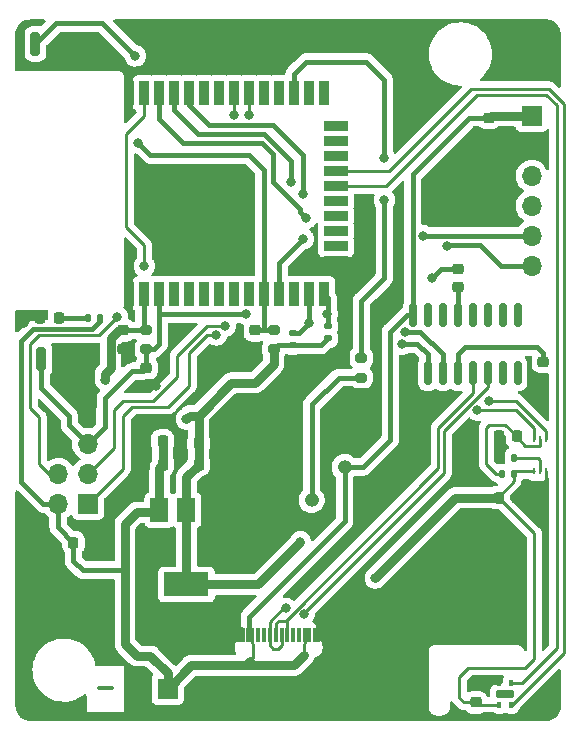
<source format=gtl>
G04 #@! TF.GenerationSoftware,KiCad,Pcbnew,6.0.7-f9a2dced07~116~ubuntu20.04.1*
G04 #@! TF.CreationDate,2022-12-02T22:22:49+05:00*
G04 #@! TF.ProjectId,smart light,736d6172-7420-46c6-9967-68742e6b6963,rev?*
G04 #@! TF.SameCoordinates,Original*
G04 #@! TF.FileFunction,Copper,L1,Top*
G04 #@! TF.FilePolarity,Positive*
%FSLAX46Y46*%
G04 Gerber Fmt 4.6, Leading zero omitted, Abs format (unit mm)*
G04 Created by KiCad (PCBNEW 6.0.7-f9a2dced07~116~ubuntu20.04.1) date 2022-12-02 22:22:49*
%MOMM*%
%LPD*%
G01*
G04 APERTURE LIST*
G04 Aperture macros list*
%AMRoundRect*
0 Rectangle with rounded corners*
0 $1 Rounding radius*
0 $2 $3 $4 $5 $6 $7 $8 $9 X,Y pos of 4 corners*
0 Add a 4 corners polygon primitive as box body*
4,1,4,$2,$3,$4,$5,$6,$7,$8,$9,$2,$3,0*
0 Add four circle primitives for the rounded corners*
1,1,$1+$1,$2,$3*
1,1,$1+$1,$4,$5*
1,1,$1+$1,$6,$7*
1,1,$1+$1,$8,$9*
0 Add four rect primitives between the rounded corners*
20,1,$1+$1,$2,$3,$4,$5,0*
20,1,$1+$1,$4,$5,$6,$7,0*
20,1,$1+$1,$6,$7,$8,$9,0*
20,1,$1+$1,$8,$9,$2,$3,0*%
G04 Aperture macros list end*
%ADD10C,0.300000*%
G04 #@! TA.AperFunction,NonConductor*
%ADD11C,0.300000*%
G04 #@! TD*
G04 #@! TA.AperFunction,SMDPad,CuDef*
%ADD12RoundRect,0.225000X0.225000X0.250000X-0.225000X0.250000X-0.225000X-0.250000X0.225000X-0.250000X0*%
G04 #@! TD*
G04 #@! TA.AperFunction,ComponentPad*
%ADD13R,1.700000X1.700000*%
G04 #@! TD*
G04 #@! TA.AperFunction,ComponentPad*
%ADD14O,1.700000X1.700000*%
G04 #@! TD*
G04 #@! TA.AperFunction,SMDPad,CuDef*
%ADD15RoundRect,0.200000X0.275000X-0.200000X0.275000X0.200000X-0.275000X0.200000X-0.275000X-0.200000X0*%
G04 #@! TD*
G04 #@! TA.AperFunction,SMDPad,CuDef*
%ADD16RoundRect,0.200000X0.200000X0.800000X-0.200000X0.800000X-0.200000X-0.800000X0.200000X-0.800000X0*%
G04 #@! TD*
G04 #@! TA.AperFunction,SMDPad,CuDef*
%ADD17RoundRect,0.225000X0.250000X-0.225000X0.250000X0.225000X-0.250000X0.225000X-0.250000X-0.225000X0*%
G04 #@! TD*
G04 #@! TA.AperFunction,SMDPad,CuDef*
%ADD18R,0.900000X2.000000*%
G04 #@! TD*
G04 #@! TA.AperFunction,SMDPad,CuDef*
%ADD19R,2.000000X0.900000*%
G04 #@! TD*
G04 #@! TA.AperFunction,SMDPad,CuDef*
%ADD20R,1.330000X1.330000*%
G04 #@! TD*
G04 #@! TA.AperFunction,ComponentPad*
%ADD21C,0.400000*%
G04 #@! TD*
G04 #@! TA.AperFunction,ComponentPad*
%ADD22C,0.300000*%
G04 #@! TD*
G04 #@! TA.AperFunction,SMDPad,CuDef*
%ADD23RoundRect,0.135000X0.135000X0.185000X-0.135000X0.185000X-0.135000X-0.185000X0.135000X-0.185000X0*%
G04 #@! TD*
G04 #@! TA.AperFunction,SMDPad,CuDef*
%ADD24R,1.500000X2.000000*%
G04 #@! TD*
G04 #@! TA.AperFunction,SMDPad,CuDef*
%ADD25R,3.800000X2.000000*%
G04 #@! TD*
G04 #@! TA.AperFunction,SMDPad,CuDef*
%ADD26RoundRect,0.135000X0.185000X-0.135000X0.185000X0.135000X-0.185000X0.135000X-0.185000X-0.135000X0*%
G04 #@! TD*
G04 #@! TA.AperFunction,SMDPad,CuDef*
%ADD27RoundRect,0.087500X0.087500X-0.187500X0.087500X0.187500X-0.087500X0.187500X-0.087500X-0.187500X0*%
G04 #@! TD*
G04 #@! TA.AperFunction,SMDPad,CuDef*
%ADD28RoundRect,0.175000X0.625000X-0.175000X0.625000X0.175000X-0.625000X0.175000X-0.625000X-0.175000X0*%
G04 #@! TD*
G04 #@! TA.AperFunction,SMDPad,CuDef*
%ADD29RoundRect,0.150000X0.150000X-0.825000X0.150000X0.825000X-0.150000X0.825000X-0.150000X-0.825000X0*%
G04 #@! TD*
G04 #@! TA.AperFunction,SMDPad,CuDef*
%ADD30RoundRect,0.200000X-0.275000X0.200000X-0.275000X-0.200000X0.275000X-0.200000X0.275000X0.200000X0*%
G04 #@! TD*
G04 #@! TA.AperFunction,SMDPad,CuDef*
%ADD31RoundRect,0.225000X-0.250000X0.225000X-0.250000X-0.225000X0.250000X-0.225000X0.250000X0.225000X0*%
G04 #@! TD*
G04 #@! TA.AperFunction,SMDPad,CuDef*
%ADD32RoundRect,0.225000X-0.225000X-0.250000X0.225000X-0.250000X0.225000X0.250000X-0.225000X0.250000X0*%
G04 #@! TD*
G04 #@! TA.AperFunction,SMDPad,CuDef*
%ADD33R,0.250000X0.550000*%
G04 #@! TD*
G04 #@! TA.AperFunction,SMDPad,CuDef*
%ADD34RoundRect,0.218750X-0.218750X-0.256250X0.218750X-0.256250X0.218750X0.256250X-0.218750X0.256250X0*%
G04 #@! TD*
G04 #@! TA.AperFunction,ComponentPad*
%ADD35O,1.600000X1.200000*%
G04 #@! TD*
G04 #@! TA.AperFunction,ComponentPad*
%ADD36O,1.200000X1.200000*%
G04 #@! TD*
G04 #@! TA.AperFunction,SMDPad,CuDef*
%ADD37R,0.300000X1.150000*%
G04 #@! TD*
G04 #@! TA.AperFunction,ComponentPad*
%ADD38O,1.000000X1.600000*%
G04 #@! TD*
G04 #@! TA.AperFunction,ComponentPad*
%ADD39O,1.000000X2.100000*%
G04 #@! TD*
G04 #@! TA.AperFunction,ViaPad*
%ADD40C,0.800000*%
G04 #@! TD*
G04 #@! TA.AperFunction,Conductor*
%ADD41C,0.250000*%
G04 #@! TD*
G04 #@! TA.AperFunction,Conductor*
%ADD42C,0.450000*%
G04 #@! TD*
G04 #@! TA.AperFunction,Conductor*
%ADD43C,0.750000*%
G04 #@! TD*
G04 APERTURE END LIST*
D10*
D11*
X146591846Y-98921317D02*
X145448989Y-98921317D01*
D12*
X180869418Y-77640460D03*
X179319418Y-77640460D03*
D13*
X144569418Y-83365460D03*
D14*
X142029418Y-83365460D03*
X144569418Y-80825460D03*
X142029418Y-80825460D03*
X144569418Y-78285460D03*
X142029418Y-78285460D03*
D15*
X149494418Y-70265460D03*
X149494418Y-68615460D03*
D16*
X144310418Y-44418460D03*
X140110418Y-44418460D03*
D17*
X175894418Y-65015460D03*
X175894418Y-63465460D03*
D18*
X148034418Y-65590460D03*
X149304418Y-65590460D03*
X150574418Y-65590460D03*
X151844418Y-65590460D03*
X153114418Y-65590460D03*
X154384418Y-65590460D03*
X155654418Y-65590460D03*
X156924418Y-65590460D03*
X158194418Y-65590460D03*
X159464418Y-65590460D03*
X160734418Y-65590460D03*
X162004418Y-65590460D03*
X163274418Y-65590460D03*
X164544418Y-65590460D03*
D19*
X165544418Y-62805460D03*
X165544418Y-61535460D03*
X165544418Y-60265460D03*
X165544418Y-58995460D03*
X165544418Y-57725460D03*
X165544418Y-56455460D03*
X165544418Y-55185460D03*
X165544418Y-53915460D03*
X165544418Y-52645460D03*
X165544418Y-51375460D03*
D18*
X164544418Y-48590460D03*
X163274418Y-48590460D03*
X162004418Y-48590460D03*
X160734418Y-48590460D03*
X159464418Y-48590460D03*
X158194418Y-48590460D03*
X156924418Y-48590460D03*
X155654418Y-48590460D03*
X154384418Y-48590460D03*
X153114418Y-48590460D03*
X151844418Y-48590460D03*
X150574418Y-48590460D03*
X149304418Y-48590460D03*
X148034418Y-48590460D03*
D20*
X153699418Y-59925460D03*
X153699418Y-58090460D03*
X153699418Y-56255460D03*
X155534418Y-59925460D03*
X155534418Y-58090460D03*
X155534418Y-56255460D03*
X157369418Y-59925460D03*
X157369418Y-58090460D03*
X157369418Y-56255460D03*
D21*
X153699418Y-59007960D03*
X153699418Y-57172960D03*
X154616918Y-59925460D03*
X154616918Y-58090460D03*
X154616918Y-56255460D03*
X155534418Y-59007960D03*
D22*
X155534418Y-57172960D03*
D21*
X156451918Y-59925460D03*
D22*
X156451918Y-58090460D03*
X156451918Y-56255460D03*
D21*
X157369418Y-59007960D03*
X157369418Y-57172960D03*
D23*
X180604418Y-79440460D03*
X179584418Y-79440460D03*
D24*
X155194418Y-83890460D03*
X152894418Y-83890460D03*
D25*
X152894418Y-90190460D03*
D24*
X150594418Y-83890460D03*
D26*
X161894418Y-69950460D03*
X161894418Y-68930460D03*
D23*
X145604418Y-67640460D03*
X144584418Y-67640460D03*
D13*
X151294418Y-99040460D03*
D14*
X148754418Y-99040460D03*
D23*
X180604418Y-80840460D03*
X179584418Y-80840460D03*
D12*
X155469418Y-78240460D03*
X153919418Y-78240460D03*
D17*
X183104418Y-72879460D03*
X183104418Y-71329460D03*
D27*
X179394418Y-100365460D03*
X180394418Y-100365460D03*
X180394418Y-98515460D03*
X179394418Y-98515460D03*
D28*
X179894418Y-99440460D03*
D13*
X182119418Y-50515460D03*
D14*
X182119418Y-53055460D03*
X182119418Y-55595460D03*
X182119418Y-58135460D03*
X182119418Y-60675460D03*
X182119418Y-63215460D03*
D12*
X155469418Y-80040460D03*
X153919418Y-80040460D03*
X150869418Y-78040460D03*
X149319418Y-78040460D03*
X180869418Y-82840460D03*
X179319418Y-82840460D03*
D16*
X144818418Y-71088460D03*
X140618418Y-71088460D03*
D17*
X158720418Y-70215460D03*
X158720418Y-68665460D03*
D29*
X172049418Y-72315460D03*
X173319418Y-72315460D03*
X174589418Y-72315460D03*
X175859418Y-72315460D03*
X177129418Y-72315460D03*
X178399418Y-72315460D03*
X179669418Y-72315460D03*
X180939418Y-72315460D03*
X180939418Y-67365460D03*
X179669418Y-67365460D03*
X178399418Y-67365460D03*
X177129418Y-67365460D03*
X175859418Y-67365460D03*
X174589418Y-67365460D03*
X173319418Y-67365460D03*
X172049418Y-67365460D03*
D30*
X167694418Y-71015460D03*
X167694418Y-72665460D03*
D17*
X178494418Y-52215460D03*
X178494418Y-50665460D03*
D31*
X177394418Y-98615460D03*
X177394418Y-100165460D03*
D32*
X149344418Y-80040460D03*
X150894418Y-80040460D03*
D17*
X147544418Y-70215460D03*
X147544418Y-68665460D03*
D33*
X182350418Y-80615460D03*
X182850418Y-80615460D03*
X183350418Y-80615460D03*
X183350418Y-77865460D03*
X182850418Y-77865460D03*
X182350418Y-77865460D03*
D34*
X140506918Y-67640460D03*
X142081918Y-67640460D03*
D35*
X160954418Y-80240460D03*
D36*
X166288418Y-80240460D03*
X163494418Y-83034460D03*
D26*
X164894418Y-69350460D03*
X164894418Y-68330460D03*
D12*
X144869418Y-86640460D03*
X143319418Y-86640460D03*
D37*
X157344418Y-94455460D03*
X158144418Y-94455460D03*
X159444418Y-94455460D03*
X160444418Y-94455460D03*
X160944418Y-94455460D03*
X161944418Y-94455460D03*
X163244418Y-94455460D03*
X164044418Y-94455460D03*
X163744418Y-94455460D03*
X162944418Y-94455460D03*
X162444418Y-94455460D03*
X161444418Y-94455460D03*
X159944418Y-94455460D03*
X158944418Y-94455460D03*
X158444418Y-94455460D03*
X157644418Y-94455460D03*
D38*
X165014418Y-99200460D03*
D39*
X165014418Y-95020460D03*
D38*
X156374418Y-99200460D03*
D39*
X156374418Y-95020460D03*
D17*
X149494418Y-73415460D03*
X149494418Y-71865460D03*
D30*
X160294418Y-68615460D03*
X160294418Y-70265460D03*
D40*
X148052418Y-63468460D03*
X150338418Y-73374460D03*
X181834418Y-83026460D03*
X167356418Y-62960460D03*
X157704418Y-70072460D03*
X157450418Y-58134460D03*
X183104418Y-74136460D03*
X143988418Y-71088460D03*
X149344418Y-78984460D03*
X152444418Y-58840460D03*
X153640418Y-58134460D03*
X162444418Y-90340460D03*
X154444418Y-61340460D03*
X139162418Y-68040460D03*
X178527418Y-98515460D03*
X145766418Y-86582460D03*
X156444418Y-61340460D03*
X148052418Y-46704460D03*
X155469418Y-81553460D03*
X179584418Y-78490460D03*
X148052418Y-71088460D03*
X168880418Y-89630460D03*
X162530418Y-86582460D03*
X152878418Y-76168460D03*
X146020418Y-72866460D03*
X157958418Y-67278460D03*
X173706418Y-64230460D03*
X148560418Y-45434460D03*
X148814418Y-52800460D03*
X162832717Y-92726759D03*
X161300119Y-92210161D03*
X172944418Y-60674460D03*
X162784418Y-60928460D03*
X174976418Y-61499960D03*
X163038418Y-59150460D03*
X178532418Y-74644460D03*
X164816418Y-67278460D03*
X163292418Y-68040460D03*
X177520717Y-75410759D03*
X169642418Y-54070460D03*
X169642418Y-57626460D03*
X171166418Y-69818460D03*
X161768418Y-56102460D03*
X162784418Y-57118460D03*
X171420418Y-68802460D03*
X155418418Y-69056460D03*
X156942418Y-50451960D03*
X156180418Y-68294460D03*
X158212418Y-50451960D03*
X147036418Y-67532460D03*
X149322418Y-63214460D03*
D41*
X149344418Y-78984460D02*
X149344418Y-78065460D01*
D42*
X144869418Y-86640460D02*
X145708418Y-86640460D01*
D43*
X155469418Y-83615460D02*
X155194418Y-83890460D01*
D41*
X155534418Y-56255460D02*
X157369418Y-56255460D01*
X152949418Y-58840460D02*
X153699418Y-58090460D01*
D42*
X164044418Y-94455460D02*
X164449418Y-94455460D01*
X165014418Y-99200460D02*
X156374418Y-99200460D01*
D41*
X153699418Y-59925460D02*
X153699418Y-58193460D01*
X183350418Y-82272460D02*
X182596418Y-83026460D01*
X157369418Y-58090460D02*
X157369418Y-59925460D01*
X153699418Y-56255460D02*
X155534418Y-56255460D01*
X157369418Y-59925460D02*
X155534418Y-59925460D01*
X183350418Y-80615460D02*
X183350418Y-82272460D01*
X156374418Y-93960460D02*
X156374418Y-95020460D01*
D43*
X155469418Y-81553460D02*
X155469418Y-83615460D01*
D42*
X139562418Y-67640460D02*
X140506918Y-67640460D01*
D41*
X177494418Y-98515460D02*
X177394418Y-98615460D01*
D42*
X181648418Y-82840460D02*
X181834418Y-83026460D01*
X180869418Y-82840460D02*
X181648418Y-82840460D01*
X158694418Y-70215460D02*
X157847418Y-70215460D01*
X139162418Y-68040460D02*
X139562418Y-67640460D01*
D43*
X181279418Y-52215460D02*
X182119418Y-53055460D01*
D42*
X179584418Y-78490460D02*
X179584418Y-77905460D01*
D41*
X154444418Y-61015460D02*
X155534418Y-59925460D01*
X179394418Y-98515460D02*
X178527418Y-98515460D01*
D42*
X145766418Y-44418460D02*
X144310418Y-44418460D01*
D41*
X157344418Y-94455460D02*
X156939418Y-94455460D01*
D42*
X157847418Y-70215460D02*
X157704418Y-70072460D01*
X145708418Y-86640460D02*
X145766418Y-86582460D01*
D41*
X178527418Y-98515460D02*
X177494418Y-98515460D01*
X182596418Y-83026460D02*
X181834418Y-83026460D01*
D42*
X183104418Y-72879460D02*
X183104418Y-74136460D01*
X148034418Y-65590460D02*
X148034418Y-63486460D01*
D41*
X156444418Y-61340460D02*
X156444418Y-60835460D01*
X157494418Y-93840460D02*
X156494418Y-93840460D01*
X155534418Y-59925460D02*
X153699418Y-59925460D01*
D42*
X148034418Y-63486460D02*
X148052418Y-63468460D01*
D43*
X165544418Y-62805460D02*
X167201418Y-62805460D01*
X155469418Y-78240460D02*
X155469418Y-81553460D01*
D41*
X156444418Y-60835460D02*
X155534418Y-59925460D01*
X156939418Y-94455460D02*
X156374418Y-95020460D01*
D42*
X179584418Y-77905460D02*
X179319418Y-77640460D01*
D43*
X167201418Y-62805460D02*
X167356418Y-62960460D01*
D41*
X155534418Y-58090460D02*
X153684418Y-58090460D01*
D43*
X178494418Y-52215460D02*
X181279418Y-52215460D01*
D41*
X157644418Y-94455460D02*
X157344418Y-94455460D01*
D42*
X148034418Y-48590460D02*
X148034418Y-46722460D01*
D41*
X149494418Y-73415460D02*
X150297418Y-73415460D01*
X153699418Y-58193460D02*
X153640418Y-58134460D01*
D42*
X144818418Y-71088460D02*
X143988418Y-71088460D01*
X164449418Y-94455460D02*
X165014418Y-95020460D01*
D41*
X150297418Y-73415460D02*
X150338418Y-73374460D01*
X149344418Y-80040460D02*
X149344418Y-78984460D01*
D42*
X179584418Y-79440460D02*
X179584418Y-78490460D01*
X165014418Y-95020460D02*
X165014418Y-99200460D01*
D41*
X153684418Y-58090460D02*
X153640418Y-58134460D01*
X149344418Y-78065460D02*
X149319418Y-78040460D01*
X157644418Y-94455460D02*
X157644418Y-93990460D01*
X157369418Y-56255460D02*
X157369418Y-58090460D01*
D42*
X147544418Y-70580460D02*
X148052418Y-71088460D01*
D41*
X152444418Y-58840460D02*
X152949418Y-58840460D01*
D42*
X148052418Y-46704460D02*
X145766418Y-44418460D01*
D41*
X153699418Y-58090460D02*
X153699418Y-56255460D01*
D42*
X147544418Y-70215460D02*
X147544418Y-70580460D01*
X148034418Y-46722460D02*
X148052418Y-46704460D01*
D41*
X157644418Y-93990460D02*
X157494418Y-93840460D01*
X156494418Y-93840460D02*
X156374418Y-93960460D01*
X154444418Y-61340460D02*
X154444418Y-61015460D01*
X176367418Y-100165460D02*
X175992418Y-99790460D01*
D43*
X152894418Y-83890460D02*
X152894418Y-81065460D01*
X168880418Y-89630460D02*
X175670418Y-82840460D01*
X146020418Y-72358460D02*
X146494898Y-71883980D01*
X160294418Y-71546460D02*
X160294418Y-70265460D01*
D42*
X164294418Y-69950460D02*
X164894418Y-69350460D01*
D41*
X176754418Y-97250460D02*
X181580418Y-97250460D01*
D43*
X153919418Y-78240460D02*
X153919418Y-75889460D01*
X146020418Y-72866460D02*
X146020418Y-72358460D01*
D41*
X175992418Y-99790460D02*
X175992418Y-98012460D01*
X177394418Y-100165460D02*
X176367418Y-100165460D01*
X175992418Y-98012460D02*
X176754418Y-97250460D01*
X182342418Y-96488460D02*
X182342418Y-85863460D01*
D43*
X146494898Y-69343980D02*
X147173418Y-68665460D01*
X152894418Y-90190460D02*
X157652418Y-90190460D01*
D41*
X177594418Y-100365460D02*
X177394418Y-100165460D01*
X179319418Y-82747460D02*
X180604418Y-81462460D01*
D42*
X147544418Y-68665460D02*
X149444418Y-68665460D01*
D41*
X180604418Y-81462460D02*
X180604418Y-80840460D01*
D43*
X152894418Y-83890460D02*
X152894418Y-90190460D01*
D42*
X161894418Y-69950460D02*
X164294418Y-69950460D01*
D41*
X181580418Y-97250460D02*
X182342418Y-96488460D01*
D42*
X149444418Y-68665460D02*
X149494418Y-68615460D01*
D43*
X152878418Y-76168460D02*
X153157418Y-75889460D01*
D41*
X179319418Y-82840460D02*
X179319418Y-82747460D01*
D43*
X156688418Y-73120460D02*
X158720418Y-73120460D01*
X146494898Y-71883980D02*
X146494898Y-69343980D01*
D41*
X182342418Y-85863460D02*
X179319418Y-82840460D01*
D43*
X158720418Y-73120460D02*
X160294418Y-71546460D01*
X175670418Y-82840460D02*
X179319418Y-82840460D01*
X153919418Y-80040460D02*
X153919418Y-78240460D01*
D42*
X149304418Y-65590460D02*
X149304418Y-68425460D01*
D41*
X179394418Y-100365460D02*
X177594418Y-100365460D01*
X180829418Y-80615460D02*
X180604418Y-80840460D01*
D43*
X152894418Y-81065460D02*
X153919418Y-80040460D01*
D42*
X149304418Y-68425460D02*
X149494418Y-68615460D01*
X161894418Y-69950460D02*
X160609418Y-69950460D01*
D43*
X147173418Y-68665460D02*
X147544418Y-68665460D01*
X158922418Y-90190460D02*
X162530418Y-86582460D01*
X153919418Y-75889460D02*
X156688418Y-73120460D01*
D42*
X160609418Y-69950460D02*
X160294418Y-70265460D01*
D41*
X182350418Y-80615460D02*
X180829418Y-80615460D01*
D43*
X153157418Y-75889460D02*
X153919418Y-75889460D01*
X157652418Y-90190460D02*
X158922418Y-90190460D01*
D42*
X176500418Y-70072460D02*
X182596418Y-70072460D01*
X175859418Y-70713460D02*
X176500418Y-70072460D01*
X182596418Y-70072460D02*
X183104418Y-70580460D01*
X183104418Y-70580460D02*
X183104418Y-71329460D01*
X175859418Y-72315460D02*
X175859418Y-70713460D01*
X166288418Y-84856460D02*
X166288418Y-80240460D01*
X170150418Y-77946460D02*
X170150418Y-68802460D01*
X138908418Y-69564460D02*
X139924418Y-68548460D01*
D43*
X161978418Y-97040460D02*
X162870005Y-96148873D01*
X148669907Y-84064971D02*
X147694418Y-85040460D01*
D41*
X158444418Y-95171187D02*
X158444418Y-94455460D01*
D42*
X170150418Y-68802460D02*
X171587418Y-67365460D01*
D41*
X162944418Y-95171187D02*
X162884897Y-95230708D01*
D42*
X158212418Y-92932460D02*
X166288418Y-84856460D01*
D43*
X148694418Y-96240460D02*
X149836418Y-96240460D01*
D42*
X139924418Y-68548460D02*
X144912418Y-68548460D01*
X158212418Y-93694460D02*
X158212418Y-92932460D01*
D41*
X158444418Y-94455460D02*
X158144418Y-94455460D01*
D43*
X153294418Y-97040460D02*
X157894418Y-97040460D01*
X150594418Y-83890460D02*
X150594418Y-82012460D01*
D42*
X144092418Y-88972460D02*
X147694418Y-88972460D01*
D43*
X150869418Y-78040460D02*
X150869418Y-80015460D01*
X150594418Y-83890460D02*
X150419907Y-84064971D01*
D42*
X142029418Y-85350460D02*
X143319418Y-86640460D01*
X167856418Y-80240460D02*
X170150418Y-77946460D01*
X145604418Y-67856460D02*
X145604418Y-67640460D01*
X176857418Y-50665460D02*
X178494418Y-50665460D01*
D43*
X178644418Y-50515460D02*
X178494418Y-50665460D01*
D41*
X162884897Y-95230708D02*
X162884897Y-96133981D01*
D42*
X142029418Y-83365460D02*
X142029418Y-85350460D01*
D43*
X151294418Y-97698460D02*
X151294418Y-99040460D01*
D42*
X171587418Y-67365460D02*
X172049418Y-67365460D01*
X172049418Y-55473460D02*
X176857418Y-50665460D01*
X143319418Y-86640460D02*
X143319418Y-88199460D01*
D43*
X147694418Y-85040460D02*
X147694418Y-88972460D01*
D42*
X143319418Y-88199460D02*
X144092418Y-88972460D01*
X142029418Y-83365460D02*
X140771418Y-83365460D01*
D41*
X158212418Y-93694460D02*
X158144418Y-93762460D01*
X158144418Y-93762460D02*
X158144418Y-94455460D01*
X162944418Y-94455460D02*
X162944418Y-95171187D01*
D42*
X140771418Y-83365460D02*
X138908418Y-81502460D01*
D41*
X158294418Y-96640460D02*
X158503939Y-96430939D01*
X158503939Y-95230708D02*
X158444418Y-95171187D01*
D43*
X150594418Y-82012460D02*
X150594418Y-80340460D01*
X157894418Y-97040460D02*
X161978418Y-97040460D01*
X182119418Y-50515460D02*
X178644418Y-50515460D01*
D41*
X158503939Y-96430939D02*
X158503939Y-95230708D01*
D43*
X150869418Y-80015460D02*
X150894418Y-80040460D01*
X150419907Y-84064971D02*
X148669907Y-84064971D01*
X150594418Y-80340460D02*
X150894418Y-80040460D01*
D42*
X166288418Y-80240460D02*
X167856418Y-80240460D01*
D43*
X147694418Y-95240460D02*
X148694418Y-96240460D01*
D42*
X138908418Y-81502460D02*
X138908418Y-69564460D01*
D43*
X151294418Y-99040460D02*
X153294418Y-97040460D01*
D42*
X172049418Y-67365460D02*
X172049418Y-55473460D01*
X144912418Y-68548460D02*
X145604418Y-67856460D01*
D43*
X157894418Y-97040460D02*
X158294418Y-96640460D01*
X149836418Y-96240460D02*
X151294418Y-97698460D01*
X147694418Y-88972460D02*
X147694418Y-95240460D01*
D42*
X175894418Y-65015460D02*
X175894418Y-67330460D01*
X175894418Y-67330460D02*
X175859418Y-67365460D01*
X148306418Y-72104460D02*
X149255418Y-72104460D01*
X150145418Y-70265460D02*
X149494418Y-70265460D01*
X150574418Y-69836460D02*
X150145418Y-70265460D01*
X145978898Y-76875980D02*
X145978898Y-75432842D01*
X174471418Y-63465460D02*
X175894418Y-63465460D01*
X142972418Y-76688460D02*
X144569418Y-78285460D01*
X173706418Y-64230460D02*
X174471418Y-63465460D01*
X140618418Y-73560460D02*
X142972418Y-75914460D01*
X150574418Y-65590460D02*
X150574418Y-67296460D01*
X150574418Y-67296460D02*
X150574418Y-69836460D01*
X150574418Y-67296460D02*
X157940418Y-67296460D01*
X149255418Y-72104460D02*
X149494418Y-71865460D01*
X146020418Y-75391322D02*
X146020418Y-74390460D01*
X140618418Y-71088460D02*
X140618418Y-73560460D01*
X146020418Y-74390460D02*
X148306418Y-72104460D01*
X149494418Y-71865460D02*
X149494418Y-70265460D01*
X157940418Y-67296460D02*
X157958418Y-67278460D01*
X145978898Y-75432842D02*
X146020418Y-75391322D01*
X142972418Y-75914460D02*
X142972418Y-76688460D01*
X144569418Y-78285460D02*
X145978898Y-76875980D01*
X148560418Y-45434460D02*
X145766418Y-42640460D01*
X160294418Y-68615460D02*
X159415418Y-68615460D01*
X158212418Y-53816460D02*
X159464418Y-55068460D01*
X149830418Y-53816460D02*
X158212418Y-53816460D01*
X148814418Y-52800460D02*
X149830418Y-53816460D01*
X141888418Y-42640460D02*
X140110418Y-44418460D01*
X159464418Y-65590460D02*
X159464418Y-68566460D01*
X159464418Y-55068460D02*
X159464418Y-65590460D01*
X145766418Y-42640460D02*
X141888418Y-42640460D01*
X159464418Y-68566460D02*
X159415418Y-68615460D01*
X159415418Y-68615460D02*
X158770418Y-68615460D01*
X158770418Y-68615460D02*
X158720418Y-68665460D01*
D41*
X180869418Y-77743460D02*
X180869418Y-77640460D01*
X181590929Y-78464971D02*
X182799929Y-78464971D01*
X179584418Y-80840460D02*
X179140418Y-80840460D01*
X182850418Y-78414482D02*
X182850418Y-77865460D01*
X178532418Y-76676460D02*
X179905418Y-76676460D01*
X179905418Y-76676460D02*
X180869418Y-77640460D01*
X178278418Y-79978460D02*
X178278418Y-76930460D01*
X181590929Y-78464971D02*
X180869418Y-77743460D01*
X179140418Y-80840460D02*
X178278418Y-79978460D01*
X178278418Y-76930460D02*
X178532418Y-76676460D01*
X182799929Y-78464971D02*
X182850418Y-78414482D01*
X160444418Y-93490460D02*
X160444418Y-94455460D01*
X160694418Y-93240460D02*
X160444418Y-93490460D01*
X161444418Y-93390460D02*
X161294418Y-93240460D01*
X161444418Y-94455460D02*
X161444418Y-93390460D01*
X161294418Y-93240460D02*
X174214418Y-80320460D01*
X177129418Y-74015460D02*
X177129418Y-72315460D01*
X174214418Y-80320460D02*
X174214418Y-76930460D01*
X161294418Y-93240460D02*
X160694418Y-93240460D01*
X174214418Y-76930460D02*
X177129418Y-74015460D01*
X178399418Y-72315460D02*
X178399418Y-73507460D01*
X159944418Y-95329482D02*
X159944418Y-94455460D01*
X160255396Y-95640460D02*
X159944418Y-95329482D01*
X160944418Y-94455460D02*
X160944418Y-95329482D01*
X161089000Y-92210161D02*
X159944418Y-93354743D01*
X160944418Y-95329482D02*
X160633440Y-95640460D01*
X162832717Y-92630161D02*
X162832717Y-92726759D01*
X159944418Y-93354743D02*
X159944418Y-94455460D01*
X174722418Y-77184460D02*
X174722418Y-80740460D01*
X161300119Y-92210161D02*
X161089000Y-92210161D01*
X178399418Y-73507460D02*
X174722418Y-77184460D01*
X160633440Y-95640460D02*
X160255396Y-95640460D01*
X174722418Y-80740460D02*
X162832717Y-92630161D01*
D42*
X165779418Y-72665460D02*
X167694418Y-72665460D01*
X163494418Y-83034460D02*
X163494418Y-74950460D01*
X163494418Y-74950460D02*
X165779418Y-72665460D01*
X160734418Y-62978460D02*
X160734418Y-65590460D01*
X172945418Y-60675460D02*
X172944418Y-60674460D01*
X162784418Y-60928460D02*
X160734418Y-62978460D01*
X182119418Y-60675460D02*
X172945418Y-60675460D01*
X179549418Y-63215460D02*
X177770418Y-61436460D01*
X150574418Y-50750460D02*
X150574418Y-48590460D01*
X159325858Y-52800460D02*
X152624418Y-52800460D01*
X182119418Y-63215460D02*
X179549418Y-63215460D01*
X163038418Y-59150460D02*
X162530418Y-58642460D01*
X162530418Y-58388460D02*
X160244418Y-56102460D01*
X162530418Y-58642460D02*
X162530418Y-58388460D01*
X160244418Y-53719020D02*
X159325858Y-52800460D01*
X160244418Y-56102460D02*
X160244418Y-53719020D01*
X175039918Y-61436460D02*
X174976418Y-61499960D01*
X152624418Y-52800460D02*
X150574418Y-50750460D01*
X177770418Y-61436460D02*
X175039918Y-61436460D01*
D41*
X180818418Y-74644460D02*
X178532418Y-74644460D01*
D42*
X164894418Y-68330460D02*
X164894418Y-65940460D01*
X164894418Y-65940460D02*
X164544418Y-65590460D01*
D41*
X183350418Y-77176460D02*
X180818418Y-74644460D01*
X183350418Y-77865460D02*
X183350418Y-77176460D01*
X182350418Y-76938460D02*
X180822717Y-75410759D01*
D42*
X163274418Y-68058460D02*
X162402418Y-68930460D01*
X162402418Y-68930460D02*
X161894418Y-68930460D01*
X163274418Y-65590460D02*
X163274418Y-68058460D01*
D41*
X182350418Y-77865460D02*
X182350418Y-76938460D01*
X180822717Y-75410759D02*
X177520717Y-75410759D01*
X182850418Y-80615460D02*
X182850418Y-79622438D01*
X182850418Y-79622438D02*
X182668440Y-79440460D01*
X182668440Y-79440460D02*
X180604418Y-79440460D01*
D42*
X167694418Y-71015460D02*
X167694418Y-66178460D01*
X163038418Y-45942460D02*
X162004418Y-46976460D01*
X169642418Y-64230460D02*
X169642418Y-57626460D01*
X162004418Y-46976460D02*
X162004418Y-48590460D01*
X167694418Y-66178460D02*
X168880418Y-64992460D01*
X168880418Y-64992460D02*
X169642418Y-64230460D01*
X169642418Y-47466460D02*
X168118418Y-45942460D01*
X169642418Y-54070460D02*
X169642418Y-47466460D01*
X168118418Y-45942460D02*
X163038418Y-45942460D01*
D41*
X180394418Y-100365460D02*
X180475845Y-100365460D01*
X184882418Y-95958887D02*
X184882418Y-49498460D01*
X183612418Y-48228460D02*
X177008418Y-48228460D01*
X180475845Y-100365460D02*
X184882418Y-95958887D01*
X170051418Y-55185460D02*
X165544418Y-55185460D01*
X184882418Y-49498460D02*
X183612418Y-48228460D01*
X177008418Y-48228460D02*
X170051418Y-55185460D01*
X169797418Y-56455460D02*
X165544418Y-56455460D01*
X181331418Y-98515460D02*
X184243929Y-95602949D01*
X184243929Y-49621971D02*
X183358418Y-48736460D01*
X184243929Y-95602949D02*
X184243929Y-49621971D01*
X183358418Y-48736460D02*
X177516418Y-48736460D01*
X180394418Y-98515460D02*
X181331418Y-98515460D01*
X177516418Y-48736460D02*
X169797418Y-56455460D01*
D42*
X161768418Y-56102460D02*
X161768418Y-54324460D01*
X173319418Y-70701460D02*
X172436418Y-69818460D01*
X151844418Y-49988460D02*
X151844418Y-48590460D01*
X161768418Y-54324460D02*
X159482418Y-52038460D01*
X173319418Y-72315460D02*
X173319418Y-70701460D01*
X159482418Y-52038460D02*
X153894418Y-52038460D01*
X172436418Y-69818460D02*
X171166418Y-69818460D01*
X153894418Y-52038460D02*
X151844418Y-49988460D01*
X162784418Y-57118460D02*
X162784418Y-53816460D01*
X162784418Y-53816460D02*
X160244418Y-51276460D01*
X160244418Y-51276460D02*
X154771396Y-51276460D01*
X154771396Y-51276460D02*
X153114418Y-49619482D01*
X153114418Y-49619482D02*
X153114418Y-48590460D01*
X174589418Y-70701460D02*
X172690418Y-68802460D01*
X174589418Y-72315460D02*
X174589418Y-70701460D01*
X172690418Y-68802460D02*
X171420418Y-68802460D01*
X144584418Y-67640460D02*
X142081918Y-67640460D01*
D41*
X153132418Y-73374460D02*
X151354418Y-75152460D01*
X147544418Y-75914460D02*
X147544418Y-80390460D01*
X148306418Y-75152460D02*
X147544418Y-75914460D01*
X147544418Y-80390460D02*
X144569418Y-83365460D01*
X156942418Y-50451960D02*
X156942418Y-48608460D01*
X153132418Y-70580460D02*
X153132418Y-73374460D01*
X154656418Y-69056460D02*
X153132418Y-70580460D01*
X155418418Y-69056460D02*
X154656418Y-69056460D01*
X156942418Y-48608460D02*
X156924418Y-48590460D01*
X151354418Y-75152460D02*
X148306418Y-75152460D01*
X152116418Y-72621074D02*
X150093032Y-74644460D01*
X154656418Y-68294460D02*
X152116418Y-70834460D01*
X150093032Y-74644460D02*
X147544418Y-74644460D01*
X158212418Y-48608460D02*
X158194418Y-48590460D01*
X147544418Y-74644460D02*
X146782418Y-75406460D01*
X152116418Y-70834460D02*
X152116418Y-72621074D01*
X158212418Y-50451960D02*
X158212418Y-48608460D01*
X156180418Y-68294460D02*
X154656418Y-68294460D01*
X146782418Y-75406460D02*
X146782418Y-78612460D01*
X146782418Y-78612460D02*
X144569418Y-80825460D01*
X141279418Y-80825460D02*
X140432418Y-79978460D01*
X149304418Y-50532460D02*
X149304418Y-48590460D01*
X147798418Y-59912460D02*
X147798418Y-52038460D01*
X140432418Y-79978460D02*
X140432418Y-76049029D01*
X139670418Y-69818460D02*
X140390898Y-69097980D01*
X142029418Y-80825460D02*
X141279418Y-80825460D01*
X149322418Y-63214460D02*
X149322418Y-61436460D01*
X139670418Y-75287029D02*
X139670418Y-69818460D01*
X145470898Y-69097980D02*
X147036418Y-67532460D01*
X140390898Y-69097980D02*
X145470898Y-69097980D01*
X149322418Y-61436460D02*
X147798418Y-59912460D01*
X147798418Y-52038460D02*
X149304418Y-50532460D01*
X140432418Y-76049029D02*
X139670418Y-75287029D01*
G04 #@! TA.AperFunction,Conductor*
G36*
X138427612Y-82275104D02*
G01*
X138481252Y-82228594D01*
X138551523Y-82218467D01*
X138616113Y-82247939D01*
X138622727Y-82254095D01*
X140206670Y-83838037D01*
X140219057Y-83852449D01*
X140231318Y-83869111D01*
X140236901Y-83873854D01*
X140270138Y-83902091D01*
X140277654Y-83909021D01*
X140283038Y-83914405D01*
X140285899Y-83916668D01*
X140285904Y-83916673D01*
X140304509Y-83931392D01*
X140307911Y-83934181D01*
X140356090Y-83975113D01*
X140356094Y-83975116D01*
X140361669Y-83979852D01*
X140368190Y-83983181D01*
X140372869Y-83986302D01*
X140377623Y-83989238D01*
X140383361Y-83993778D01*
X140389988Y-83996875D01*
X140389989Y-83996876D01*
X140447272Y-84023649D01*
X140451179Y-84025559D01*
X140514000Y-84057636D01*
X140521112Y-84059376D01*
X140526398Y-84061342D01*
X140531683Y-84063100D01*
X140538313Y-84066199D01*
X140596868Y-84078378D01*
X140607381Y-84080565D01*
X140611665Y-84081535D01*
X140680139Y-84098290D01*
X140690938Y-84098960D01*
X140690937Y-84098984D01*
X140695352Y-84099248D01*
X140698602Y-84099538D01*
X140705770Y-84101029D01*
X140713087Y-84100831D01*
X140780541Y-84099006D01*
X140783949Y-84098960D01*
X140818303Y-84098960D01*
X140886424Y-84118962D01*
X140919062Y-84149306D01*
X140922639Y-84154070D01*
X140999424Y-84256338D01*
X141010053Y-84270495D01*
X141171556Y-84424831D01*
X141240924Y-84472151D01*
X141285925Y-84527060D01*
X141295918Y-84576237D01*
X141295918Y-85285294D01*
X141294485Y-85304244D01*
X141292475Y-85317453D01*
X141292475Y-85317457D01*
X141291375Y-85324687D01*
X141291968Y-85331979D01*
X141291968Y-85331983D01*
X141295503Y-85375441D01*
X141295918Y-85385655D01*
X141295918Y-85393286D01*
X141296342Y-85396920D01*
X141296342Y-85396926D01*
X141297799Y-85409421D01*
X141299093Y-85420518D01*
X141299523Y-85424866D01*
X141305241Y-85495165D01*
X141307497Y-85502129D01*
X141308595Y-85507625D01*
X141309884Y-85513078D01*
X141310732Y-85520350D01*
X141334802Y-85586662D01*
X141336220Y-85590793D01*
X141342626Y-85610566D01*
X141355699Y-85650922D01*
X141355701Y-85650926D01*
X141357954Y-85657881D01*
X141361746Y-85664131D01*
X141364089Y-85669248D01*
X141366596Y-85674255D01*
X141369091Y-85681127D01*
X141373099Y-85687240D01*
X141373101Y-85687244D01*
X141407771Y-85740123D01*
X141410118Y-85743844D01*
X141446685Y-85804105D01*
X141453848Y-85812215D01*
X141453830Y-85812231D01*
X141456760Y-85815535D01*
X141458859Y-85818046D01*
X141462872Y-85824166D01*
X141468184Y-85829198D01*
X141517213Y-85875644D01*
X141519655Y-85878022D01*
X142324013Y-86682380D01*
X142358039Y-86744692D01*
X142360918Y-86771475D01*
X142360918Y-86939192D01*
X142361255Y-86942438D01*
X142361255Y-86942442D01*
X142364793Y-86976543D01*
X142371531Y-87041479D01*
X142373713Y-87048020D01*
X142373713Y-87048019D01*
X142423345Y-87196784D01*
X142423346Y-87196786D01*
X142425662Y-87203728D01*
X142515666Y-87349173D01*
X142520848Y-87354346D01*
X142548936Y-87382385D01*
X142583015Y-87444667D01*
X142585918Y-87471558D01*
X142585918Y-88134294D01*
X142584485Y-88153244D01*
X142582475Y-88166453D01*
X142582475Y-88166457D01*
X142581375Y-88173687D01*
X142581968Y-88180979D01*
X142581968Y-88180983D01*
X142585503Y-88224441D01*
X142585918Y-88234655D01*
X142585918Y-88242286D01*
X142586342Y-88245920D01*
X142586342Y-88245926D01*
X142587799Y-88258421D01*
X142589093Y-88269518D01*
X142589523Y-88273866D01*
X142595241Y-88344165D01*
X142597498Y-88351133D01*
X142598597Y-88356632D01*
X142599884Y-88362077D01*
X142600732Y-88369350D01*
X142624805Y-88435669D01*
X142626233Y-88439830D01*
X142645697Y-88499914D01*
X142645698Y-88499917D01*
X142647954Y-88506880D01*
X142651751Y-88513137D01*
X142654097Y-88518262D01*
X142656594Y-88523249D01*
X142659091Y-88530127D01*
X142663101Y-88536244D01*
X142663104Y-88536249D01*
X142697765Y-88589114D01*
X142700113Y-88592836D01*
X142733774Y-88648308D01*
X142736685Y-88653105D01*
X142743847Y-88661215D01*
X142743830Y-88661230D01*
X142746763Y-88664539D01*
X142748860Y-88667047D01*
X142752872Y-88673166D01*
X142758185Y-88678199D01*
X142807158Y-88724592D01*
X142809600Y-88726968D01*
X143527673Y-89445040D01*
X143540059Y-89459453D01*
X143552318Y-89476111D01*
X143576288Y-89496475D01*
X143591138Y-89509091D01*
X143598654Y-89516021D01*
X143604038Y-89521405D01*
X143606899Y-89523668D01*
X143606904Y-89523673D01*
X143625509Y-89538392D01*
X143628911Y-89541181D01*
X143677090Y-89582113D01*
X143677094Y-89582116D01*
X143682669Y-89586852D01*
X143689190Y-89590181D01*
X143693869Y-89593302D01*
X143698623Y-89596238D01*
X143704361Y-89600778D01*
X143710988Y-89603875D01*
X143710989Y-89603876D01*
X143768272Y-89630649D01*
X143772179Y-89632559D01*
X143835000Y-89664636D01*
X143842112Y-89666376D01*
X143847398Y-89668342D01*
X143852683Y-89670100D01*
X143859313Y-89673199D01*
X143928381Y-89687565D01*
X143932665Y-89688535D01*
X144001139Y-89705290D01*
X144011938Y-89705960D01*
X144011937Y-89705984D01*
X144016352Y-89706248D01*
X144019602Y-89706538D01*
X144026770Y-89708029D01*
X144034087Y-89707831D01*
X144101541Y-89706006D01*
X144104949Y-89705960D01*
X146684918Y-89705960D01*
X146753039Y-89725962D01*
X146799532Y-89779618D01*
X146810918Y-89831960D01*
X146810918Y-95161003D01*
X146809367Y-95180715D01*
X146808300Y-95187452D01*
X146808300Y-95187451D01*
X146807268Y-95193967D01*
X146807613Y-95200554D01*
X146807613Y-95200558D01*
X146810745Y-95260310D01*
X146810918Y-95266905D01*
X146810918Y-95286766D01*
X146812995Y-95306529D01*
X146813511Y-95313088D01*
X146815693Y-95354727D01*
X146816642Y-95372831D01*
X146816642Y-95372832D01*
X146816988Y-95379431D01*
X146818699Y-95385815D01*
X146818699Y-95385817D01*
X146820459Y-95392386D01*
X146824061Y-95411821D01*
X146824773Y-95418591D01*
X146824774Y-95418595D01*
X146825464Y-95425162D01*
X146846000Y-95488368D01*
X146847851Y-95494615D01*
X146865056Y-95558822D01*
X146868049Y-95564697D01*
X146868052Y-95564704D01*
X146871145Y-95570774D01*
X146878706Y-95589029D01*
X146880811Y-95595505D01*
X146880813Y-95595509D01*
X146882854Y-95601791D01*
X146886153Y-95607506D01*
X146886158Y-95607516D01*
X146916069Y-95659321D01*
X146919204Y-95665093D01*
X146949370Y-95724299D01*
X146953527Y-95729433D01*
X146953528Y-95729434D01*
X146957811Y-95734723D01*
X146969006Y-95751011D01*
X146975714Y-95762629D01*
X146980131Y-95767535D01*
X146980135Y-95767540D01*
X147020165Y-95811998D01*
X147024449Y-95817013D01*
X147030991Y-95825091D01*
X147036946Y-95832445D01*
X147050982Y-95846481D01*
X147055523Y-95851266D01*
X147099984Y-95900645D01*
X147110844Y-95908535D01*
X147125873Y-95921372D01*
X148013510Y-96809010D01*
X148026350Y-96824044D01*
X148030350Y-96829550D01*
X148030352Y-96829552D01*
X148034233Y-96834894D01*
X148039143Y-96839315D01*
X148039144Y-96839316D01*
X148083602Y-96879346D01*
X148088387Y-96883887D01*
X148102432Y-96897932D01*
X148105006Y-96900016D01*
X148105009Y-96900019D01*
X148117864Y-96910429D01*
X148122880Y-96914713D01*
X148167338Y-96954743D01*
X148167343Y-96954747D01*
X148172249Y-96959164D01*
X148181891Y-96964731D01*
X148183866Y-96965871D01*
X148200159Y-96977069D01*
X148210579Y-96985507D01*
X148269781Y-97015673D01*
X148275551Y-97018806D01*
X148327363Y-97048720D01*
X148327368Y-97048722D01*
X148333087Y-97052024D01*
X148339367Y-97054065D01*
X148339375Y-97054068D01*
X148345839Y-97056168D01*
X148364101Y-97063732D01*
X148370167Y-97066823D01*
X148370176Y-97066826D01*
X148376055Y-97069822D01*
X148382433Y-97071531D01*
X148440222Y-97087016D01*
X148446524Y-97088882D01*
X148509716Y-97109414D01*
X148519666Y-97110460D01*
X148523046Y-97110815D01*
X148542489Y-97114418D01*
X148555447Y-97117890D01*
X148562037Y-97118235D01*
X148562041Y-97118236D01*
X148597274Y-97120082D01*
X148618207Y-97121179D01*
X148621785Y-97121367D01*
X148628349Y-97121883D01*
X148648112Y-97123960D01*
X148667973Y-97123960D01*
X148674568Y-97124133D01*
X148716400Y-97126325D01*
X148740911Y-97127610D01*
X148751958Y-97125860D01*
X148754162Y-97125511D01*
X148773874Y-97123960D01*
X149418270Y-97123960D01*
X149486391Y-97143962D01*
X149507365Y-97160865D01*
X150043557Y-97697057D01*
X150077583Y-97759369D01*
X150072518Y-97830184D01*
X150055292Y-97861710D01*
X149993803Y-97943755D01*
X149942673Y-98080144D01*
X149935918Y-98142326D01*
X149935918Y-99938594D01*
X149942673Y-100000776D01*
X149993803Y-100137165D01*
X150081157Y-100253721D01*
X150197713Y-100341075D01*
X150334102Y-100392205D01*
X150396284Y-100398960D01*
X152192552Y-100398960D01*
X152254734Y-100392205D01*
X152391123Y-100341075D01*
X152507679Y-100253721D01*
X152595033Y-100137165D01*
X152646163Y-100000776D01*
X152652918Y-99938594D01*
X152652918Y-98983608D01*
X152672920Y-98915487D01*
X152689823Y-98894513D01*
X153623471Y-97960865D01*
X153685783Y-97926839D01*
X153712566Y-97923960D01*
X157814961Y-97923960D01*
X157834673Y-97925511D01*
X157847925Y-97927610D01*
X157854512Y-97927265D01*
X157854516Y-97927265D01*
X157914268Y-97924133D01*
X157920863Y-97923960D01*
X161898961Y-97923960D01*
X161918673Y-97925511D01*
X161931925Y-97927610D01*
X161938512Y-97927265D01*
X161938516Y-97927265D01*
X161998268Y-97924133D01*
X162004863Y-97923960D01*
X162024724Y-97923960D01*
X162027995Y-97923616D01*
X162044477Y-97921884D01*
X162051051Y-97921367D01*
X162105552Y-97918510D01*
X162117389Y-97917890D01*
X162130347Y-97914418D01*
X162149790Y-97910815D01*
X162163120Y-97909414D01*
X162226312Y-97888882D01*
X162232614Y-97887016D01*
X162296781Y-97869822D01*
X162302660Y-97866826D01*
X162302669Y-97866823D01*
X162308735Y-97863732D01*
X162326997Y-97856168D01*
X162333461Y-97854068D01*
X162333469Y-97854065D01*
X162339749Y-97852024D01*
X162345468Y-97848722D01*
X162345473Y-97848720D01*
X162397285Y-97818806D01*
X162403055Y-97815673D01*
X162462257Y-97785507D01*
X162467389Y-97781351D01*
X162472677Y-97777069D01*
X162488970Y-97765871D01*
X162500587Y-97759164D01*
X162505493Y-97754747D01*
X162505498Y-97754743D01*
X162549956Y-97714713D01*
X162554972Y-97710429D01*
X162567827Y-97700019D01*
X162570404Y-97697932D01*
X162584449Y-97683887D01*
X162589234Y-97679346D01*
X162638603Y-97634894D01*
X162646493Y-97624034D01*
X162659330Y-97609006D01*
X163527477Y-96740859D01*
X163529562Y-96738284D01*
X163610896Y-96637846D01*
X163610899Y-96637842D01*
X163615052Y-96632713D01*
X163699367Y-96467236D01*
X163713638Y-96413977D01*
X163750588Y-96353355D01*
X163801885Y-96325112D01*
X163882841Y-96302813D01*
X163893059Y-96299999D01*
X164053254Y-96215538D01*
X164058467Y-96211133D01*
X164058471Y-96211130D01*
X164186361Y-96103054D01*
X164186365Y-96103050D01*
X164191575Y-96098647D01*
X164195722Y-96093223D01*
X164195723Y-96093222D01*
X164297424Y-95960203D01*
X164297427Y-95960199D01*
X164301568Y-95954782D01*
X164341994Y-95868088D01*
X164375223Y-95796829D01*
X164375224Y-95796826D01*
X164378103Y-95790652D01*
X164379589Y-95784004D01*
X164379590Y-95784001D01*
X164403275Y-95678039D01*
X164417608Y-95613917D01*
X164417918Y-95608372D01*
X164417918Y-95475216D01*
X164403275Y-95340423D01*
X164355548Y-95198606D01*
X164347690Y-95175256D01*
X164347689Y-95175254D01*
X164345512Y-95168785D01*
X164252241Y-95013555D01*
X164247553Y-95008598D01*
X164247551Y-95008595D01*
X164132500Y-94886933D01*
X164132498Y-94886931D01*
X164127811Y-94881975D01*
X164122173Y-94878143D01*
X164122169Y-94878140D01*
X164015916Y-94805931D01*
X163978030Y-94780183D01*
X163971694Y-94777649D01*
X163969763Y-94776622D01*
X163919007Y-94726979D01*
X163902918Y-94665371D01*
X163902918Y-93832326D01*
X163896163Y-93770144D01*
X163845033Y-93633755D01*
X163757679Y-93517199D01*
X163641123Y-93429845D01*
X163632721Y-93426695D01*
X163625539Y-93422763D01*
X163575393Y-93372505D01*
X163560380Y-93303114D01*
X163584112Y-93238185D01*
X163623835Y-93183511D01*
X163626519Y-93177483D01*
X163626520Y-93177481D01*
X163696371Y-93020592D01*
X163701511Y-93009047D01*
X163717284Y-92934841D01*
X163739845Y-92828703D01*
X163739845Y-92828698D01*
X163741217Y-92822246D01*
X163741217Y-92669755D01*
X163761219Y-92601634D01*
X163778122Y-92580660D01*
X175114665Y-81244117D01*
X175122955Y-81236573D01*
X175129436Y-81232460D01*
X175134861Y-81226683D01*
X175176076Y-81182793D01*
X175178831Y-81179951D01*
X175198552Y-81160230D01*
X175201030Y-81157035D01*
X175208736Y-81148013D01*
X175239004Y-81115781D01*
X175242824Y-81108832D01*
X175248764Y-81098028D01*
X175259617Y-81081504D01*
X175272031Y-81065501D01*
X175289594Y-81024917D01*
X175294801Y-81014287D01*
X175316113Y-80975520D01*
X175318084Y-80967843D01*
X175318086Y-80967838D01*
X175321150Y-80955902D01*
X175327555Y-80937194D01*
X175335599Y-80918605D01*
X175336838Y-80910780D01*
X175336839Y-80910778D01*
X175342515Y-80874941D01*
X175344922Y-80863320D01*
X175353946Y-80828171D01*
X175355918Y-80820490D01*
X175355918Y-80800229D01*
X175357469Y-80780520D01*
X175360637Y-80760517D01*
X175359891Y-80752625D01*
X175359397Y-80747398D01*
X175356477Y-80716506D01*
X175355918Y-80704649D01*
X175355918Y-77499054D01*
X175375920Y-77430933D01*
X175392823Y-77409959D01*
X176725162Y-76077620D01*
X176787474Y-76043594D01*
X176858289Y-76048659D01*
X176898564Y-76073077D01*
X176983773Y-76149799D01*
X177016823Y-76168880D01*
X177098903Y-76216269D01*
X177149161Y-76245286D01*
X177330789Y-76304301D01*
X177337350Y-76304991D01*
X177337352Y-76304991D01*
X177386907Y-76310199D01*
X177520717Y-76324263D01*
X177527282Y-76323573D01*
X177691144Y-76306351D01*
X177760982Y-76319123D01*
X177812829Y-76367625D01*
X177830223Y-76436458D01*
X177807641Y-76503768D01*
X177802234Y-76510649D01*
X177802285Y-76510688D01*
X177802283Y-76510690D01*
X177799803Y-76513887D01*
X177792098Y-76522909D01*
X177781531Y-76534162D01*
X177761832Y-76555139D01*
X177758013Y-76562085D01*
X177758011Y-76562088D01*
X177752070Y-76572894D01*
X177741219Y-76589413D01*
X177738128Y-76593398D01*
X177728804Y-76605419D01*
X177725659Y-76612688D01*
X177725656Y-76612692D01*
X177711244Y-76645997D01*
X177706027Y-76656647D01*
X177684723Y-76695400D01*
X177679685Y-76715023D01*
X177673281Y-76733726D01*
X177668385Y-76745040D01*
X177668385Y-76745041D01*
X177665237Y-76752315D01*
X177663998Y-76760138D01*
X177663995Y-76760148D01*
X177658319Y-76795984D01*
X177655913Y-76807604D01*
X177646890Y-76842749D01*
X177646890Y-76842750D01*
X177644918Y-76850430D01*
X177644918Y-76870684D01*
X177643367Y-76890395D01*
X177641438Y-76902574D01*
X177640198Y-76910403D01*
X177642965Y-76939674D01*
X177644359Y-76954421D01*
X177644918Y-76966279D01*
X177644918Y-79899693D01*
X177644391Y-79910876D01*
X177642716Y-79918369D01*
X177642965Y-79926295D01*
X177642965Y-79926296D01*
X177644856Y-79986446D01*
X177644918Y-79990405D01*
X177644918Y-80018316D01*
X177645415Y-80022250D01*
X177645415Y-80022251D01*
X177645423Y-80022316D01*
X177646356Y-80034153D01*
X177647356Y-80065970D01*
X177647496Y-80070431D01*
X177647745Y-80078350D01*
X177652874Y-80096006D01*
X177653396Y-80097802D01*
X177657404Y-80117154D01*
X177658298Y-80124225D01*
X177659944Y-80137257D01*
X177662861Y-80144626D01*
X177662862Y-80144628D01*
X177676218Y-80178363D01*
X177680063Y-80189591D01*
X177692400Y-80232053D01*
X177696435Y-80238876D01*
X177696436Y-80238878D01*
X177702711Y-80249488D01*
X177711406Y-80267236D01*
X177718866Y-80286077D01*
X177723528Y-80292493D01*
X177723528Y-80292494D01*
X177744854Y-80321847D01*
X177751370Y-80331767D01*
X177769838Y-80362995D01*
X177769840Y-80362998D01*
X177773876Y-80369822D01*
X177788197Y-80384143D01*
X177801037Y-80399176D01*
X177812946Y-80415567D01*
X177819051Y-80420618D01*
X177819056Y-80420623D01*
X177847022Y-80443759D01*
X177855800Y-80451747D01*
X178636766Y-81232713D01*
X178644306Y-81240999D01*
X178648418Y-81247478D01*
X178654195Y-81252903D01*
X178698069Y-81294103D01*
X178700911Y-81296858D01*
X178720648Y-81316595D01*
X178723845Y-81319075D01*
X178732865Y-81326778D01*
X178765097Y-81357046D01*
X178772043Y-81360865D01*
X178772046Y-81360867D01*
X178782852Y-81366808D01*
X178799371Y-81377659D01*
X178815377Y-81390074D01*
X178822646Y-81393219D01*
X178822650Y-81393222D01*
X178855955Y-81407634D01*
X178866605Y-81412851D01*
X178905358Y-81434155D01*
X178913033Y-81436126D01*
X178913034Y-81436126D01*
X178924980Y-81439193D01*
X178943686Y-81445598D01*
X178949523Y-81448124D01*
X178988576Y-81474665D01*
X179051877Y-81537966D01*
X179058698Y-81542000D01*
X179167989Y-81606634D01*
X179191822Y-81620729D01*
X179190669Y-81622678D01*
X179236401Y-81660728D01*
X179257765Y-81728435D01*
X179239132Y-81796942D01*
X179186419Y-81844501D01*
X179131790Y-81856960D01*
X179045686Y-81856960D01*
X178943399Y-81867573D01*
X178898417Y-81882580D01*
X178788094Y-81919387D01*
X178788092Y-81919388D01*
X178781150Y-81921704D01*
X178770133Y-81928521D01*
X178754648Y-81938104D01*
X178688345Y-81956960D01*
X175749875Y-81956960D01*
X175730163Y-81955409D01*
X175723426Y-81954342D01*
X175716911Y-81953310D01*
X175650568Y-81956787D01*
X175643973Y-81956960D01*
X175624112Y-81956960D01*
X175604349Y-81959037D01*
X175597785Y-81959553D01*
X175593920Y-81959755D01*
X175531447Y-81963030D01*
X175518489Y-81966502D01*
X175499046Y-81970105D01*
X175498623Y-81970149D01*
X175485716Y-81971506D01*
X175422524Y-81992038D01*
X175416222Y-81993904D01*
X175358433Y-82009389D01*
X175352055Y-82011098D01*
X175346176Y-82014094D01*
X175346167Y-82014097D01*
X175340101Y-82017188D01*
X175321839Y-82024752D01*
X175315375Y-82026852D01*
X175315367Y-82026855D01*
X175309087Y-82028896D01*
X175303368Y-82032198D01*
X175303363Y-82032200D01*
X175251551Y-82062114D01*
X175245781Y-82065247D01*
X175186579Y-82095413D01*
X175176159Y-82103851D01*
X175159866Y-82115049D01*
X175159031Y-82115531D01*
X175148249Y-82121756D01*
X175143343Y-82126173D01*
X175143338Y-82126177D01*
X175098880Y-82166207D01*
X175093864Y-82170491D01*
X175081009Y-82180901D01*
X175081006Y-82180904D01*
X175078432Y-82182988D01*
X175064387Y-82197033D01*
X175059602Y-82201574D01*
X175015144Y-82241604D01*
X175015143Y-82241605D01*
X175010233Y-82246026D01*
X175002343Y-82256886D01*
X174989506Y-82271914D01*
X168417966Y-88843454D01*
X168391871Y-88863478D01*
X168349192Y-88888119D01*
X168343474Y-88891420D01*
X168335157Y-88898908D01*
X168206463Y-89014785D01*
X168206462Y-89014786D01*
X168201552Y-89019207D01*
X168105887Y-89150878D01*
X168093181Y-89168366D01*
X168093180Y-89168367D01*
X168089300Y-89173708D01*
X168086616Y-89179736D01*
X168086615Y-89179738D01*
X168014309Y-89342141D01*
X168014309Y-89342142D01*
X168011624Y-89348172D01*
X167991771Y-89441573D01*
X167973290Y-89528516D01*
X167973290Y-89528521D01*
X167971918Y-89534973D01*
X167971918Y-89725947D01*
X167973290Y-89732399D01*
X167973290Y-89732404D01*
X167991771Y-89819348D01*
X168011624Y-89912748D01*
X168014309Y-89918778D01*
X168014309Y-89918779D01*
X168086615Y-90081182D01*
X168086616Y-90081184D01*
X168089300Y-90087212D01*
X168093180Y-90092553D01*
X168093181Y-90092554D01*
X168105887Y-90110042D01*
X168201552Y-90241713D01*
X168206462Y-90246134D01*
X168206463Y-90246135D01*
X168335157Y-90362011D01*
X168343474Y-90369500D01*
X168349192Y-90372801D01*
X168464822Y-90439560D01*
X168508862Y-90464987D01*
X168690490Y-90524002D01*
X168697051Y-90524692D01*
X168697053Y-90524692D01*
X168773624Y-90532740D01*
X168880418Y-90543964D01*
X169070346Y-90524002D01*
X169251974Y-90464987D01*
X169417362Y-90369500D01*
X169422269Y-90365082D01*
X169422270Y-90365081D01*
X169540765Y-90258388D01*
X169559284Y-90241713D01*
X169652666Y-90113184D01*
X169661490Y-90101039D01*
X169674331Y-90086005D01*
X175999471Y-83760865D01*
X176061783Y-83726839D01*
X176088566Y-83723960D01*
X178688522Y-83723960D01*
X178754639Y-83742701D01*
X178774925Y-83755205D01*
X178782317Y-83759762D01*
X178944661Y-83813609D01*
X178951498Y-83814309D01*
X178951500Y-83814310D01*
X178975934Y-83816813D01*
X179045686Y-83823960D01*
X179354824Y-83823960D01*
X179422945Y-83843962D01*
X179443919Y-83860865D01*
X181672013Y-86088960D01*
X181706039Y-86151272D01*
X181708918Y-86178055D01*
X181708918Y-95710076D01*
X181688916Y-95778197D01*
X181635260Y-95824690D01*
X181564986Y-95834794D01*
X181500406Y-95805300D01*
X181468065Y-95761890D01*
X181454350Y-95731488D01*
X181446098Y-95719250D01*
X181358385Y-95589177D01*
X181355400Y-95584750D01*
X181334687Y-95563079D01*
X181299985Y-95526773D01*
X181295116Y-95521376D01*
X181290048Y-95515421D01*
X181285258Y-95507829D01*
X181278529Y-95501886D01*
X181278527Y-95501884D01*
X181270375Y-95494685D01*
X181255876Y-95479556D01*
X181243377Y-95464127D01*
X181234078Y-95455713D01*
X181211069Y-95440605D01*
X181196820Y-95429723D01*
X181182918Y-95417445D01*
X181182915Y-95417443D01*
X181176190Y-95411504D01*
X181167301Y-95407330D01*
X181162445Y-95405051D01*
X181151158Y-95399751D01*
X181135562Y-95391028D01*
X181112440Y-95375847D01*
X181103856Y-95373225D01*
X181103853Y-95373223D01*
X181086117Y-95367804D01*
X181069385Y-95361358D01*
X181052600Y-95353478D01*
X181044470Y-95349661D01*
X181017150Y-95345407D01*
X180999719Y-95341409D01*
X180981861Y-95335953D01*
X180981860Y-95335953D01*
X180973275Y-95333330D01*
X180938427Y-95332911D01*
X180936276Y-95332815D01*
X180933995Y-95332460D01*
X180901662Y-95332460D01*
X180900148Y-95332451D01*
X180898448Y-95332431D01*
X180827771Y-95331581D01*
X180825229Y-95332291D01*
X180822642Y-95332460D01*
X173903120Y-95332460D01*
X173902350Y-95332458D01*
X173869396Y-95332257D01*
X173824766Y-95331984D01*
X173816137Y-95334450D01*
X173816132Y-95334451D01*
X173796370Y-95340099D01*
X173779609Y-95343677D01*
X173759266Y-95346590D01*
X173759256Y-95346593D01*
X173750373Y-95347865D01*
X173727023Y-95358481D01*
X173709511Y-95364924D01*
X173696618Y-95368609D01*
X173684853Y-95371972D01*
X173659870Y-95387734D01*
X173644804Y-95395864D01*
X173617908Y-95408093D01*
X173598479Y-95424834D01*
X173583471Y-95435939D01*
X173569379Y-95444830D01*
X173561787Y-95449620D01*
X173542236Y-95471757D01*
X173530044Y-95483801D01*
X173514469Y-95497221D01*
X173514468Y-95497223D01*
X173507671Y-95503079D01*
X173502792Y-95510607D01*
X173502789Y-95510610D01*
X173493722Y-95524599D01*
X173482432Y-95539473D01*
X173471406Y-95551958D01*
X173465462Y-95558688D01*
X173461647Y-95566814D01*
X173461646Y-95566815D01*
X173458986Y-95572481D01*
X173452908Y-95585426D01*
X173444594Y-95600395D01*
X173428525Y-95625187D01*
X173421179Y-95649751D01*
X173414517Y-95667196D01*
X173411603Y-95673403D01*
X173403619Y-95690408D01*
X173399075Y-95719590D01*
X173395292Y-95736309D01*
X173389404Y-95755996D01*
X173389403Y-95755999D01*
X173386831Y-95764601D01*
X173386776Y-95773576D01*
X173386776Y-95773577D01*
X173386735Y-95780270D01*
X173386621Y-95799016D01*
X173386588Y-95799788D01*
X173386418Y-95800883D01*
X173386418Y-95831758D01*
X173386416Y-95832528D01*
X173385966Y-95906176D01*
X173385966Y-95906177D01*
X173385942Y-95910112D01*
X173386326Y-95911456D01*
X173386418Y-95912801D01*
X173386418Y-100633271D01*
X173386408Y-100634836D01*
X173386404Y-100635195D01*
X173385513Y-100706904D01*
X173389404Y-100720850D01*
X173393989Y-100737284D01*
X173397352Y-100753283D01*
X173400550Y-100775618D01*
X173400551Y-100775620D01*
X173401823Y-100784505D01*
X173405538Y-100792676D01*
X173405539Y-100792679D01*
X173411603Y-100806016D01*
X173418265Y-100824302D01*
X173422203Y-100838417D01*
X173422206Y-100838423D01*
X173424617Y-100847066D01*
X173441281Y-100873850D01*
X173448994Y-100888253D01*
X173462051Y-100916970D01*
X173467911Y-100923771D01*
X173477476Y-100934872D01*
X173489002Y-100950552D01*
X173501488Y-100970619D01*
X173504658Y-100974299D01*
X173504659Y-100974301D01*
X173506495Y-100976433D01*
X173506498Y-100976436D01*
X173509671Y-100980120D01*
X173513372Y-100983271D01*
X173513380Y-100983279D01*
X173526176Y-100994173D01*
X173531567Y-100999037D01*
X173533956Y-101001321D01*
X173542337Y-101010147D01*
X173551177Y-101020407D01*
X173551180Y-101020410D01*
X173557037Y-101027207D01*
X173564569Y-101032089D01*
X173571334Y-101037990D01*
X173571248Y-101038088D01*
X173578047Y-101043462D01*
X173624539Y-101087899D01*
X173638708Y-101101442D01*
X173697832Y-101141311D01*
X173759434Y-101182851D01*
X173785446Y-101200392D01*
X173790320Y-101202591D01*
X173790324Y-101202593D01*
X173879034Y-101242611D01*
X173946775Y-101273170D01*
X174118069Y-101317688D01*
X174123387Y-101318140D01*
X174123388Y-101318140D01*
X174163997Y-101321590D01*
X174294418Y-101332670D01*
X174303681Y-101331883D01*
X174439087Y-101320379D01*
X174470767Y-101317688D01*
X174642061Y-101273170D01*
X174646935Y-101270971D01*
X174793053Y-101205055D01*
X174803390Y-101200392D01*
X174807823Y-101197403D01*
X174807826Y-101197401D01*
X174851281Y-101168098D01*
X174950128Y-101101442D01*
X174953988Y-101097753D01*
X174953990Y-101097751D01*
X175008105Y-101046027D01*
X175013502Y-101041158D01*
X175019457Y-101036090D01*
X175027049Y-101031300D01*
X175032992Y-101024571D01*
X175032994Y-101024569D01*
X175040193Y-101016417D01*
X175055322Y-101001918D01*
X175070751Y-100989419D01*
X175079165Y-100980120D01*
X175090211Y-100963297D01*
X175094273Y-100957111D01*
X175105155Y-100942862D01*
X175117433Y-100928960D01*
X175117435Y-100928957D01*
X175123374Y-100922232D01*
X175135127Y-100897200D01*
X175143850Y-100881604D01*
X175159031Y-100858482D01*
X175161653Y-100849898D01*
X175161655Y-100849895D01*
X175167074Y-100832159D01*
X175173520Y-100815427D01*
X175178831Y-100804114D01*
X175185217Y-100790512D01*
X175189471Y-100763192D01*
X175193469Y-100745761D01*
X175198925Y-100727903D01*
X175198925Y-100727902D01*
X175201548Y-100719317D01*
X175201656Y-100710342D01*
X175201656Y-100710341D01*
X175201967Y-100684469D01*
X175202063Y-100682318D01*
X175202418Y-100680037D01*
X175202418Y-100647704D01*
X175202427Y-100646191D01*
X175203297Y-100573813D01*
X175202587Y-100571271D01*
X175202418Y-100568684D01*
X175202418Y-100167569D01*
X175222420Y-100099448D01*
X175276076Y-100052955D01*
X175346350Y-100042851D01*
X175410930Y-100072345D01*
X175432148Y-100098599D01*
X175432866Y-100098077D01*
X175458854Y-100133847D01*
X175465370Y-100143768D01*
X175487876Y-100181822D01*
X175493482Y-100187429D01*
X175502198Y-100196145D01*
X175515038Y-100211178D01*
X175526946Y-100227567D01*
X175538775Y-100237353D01*
X175561011Y-100255748D01*
X175569792Y-100263738D01*
X175863771Y-100557718D01*
X175871305Y-100565997D01*
X175875418Y-100572478D01*
X175925070Y-100619104D01*
X175927912Y-100621859D01*
X175947648Y-100641595D01*
X175950845Y-100644075D01*
X175959865Y-100651778D01*
X175992097Y-100682046D01*
X175999043Y-100685865D01*
X175999046Y-100685867D01*
X176009852Y-100691808D01*
X176026371Y-100702659D01*
X176042377Y-100715074D01*
X176049646Y-100718219D01*
X176049650Y-100718222D01*
X176082955Y-100732634D01*
X176093605Y-100737851D01*
X176132358Y-100759155D01*
X176140033Y-100761126D01*
X176140034Y-100761126D01*
X176151980Y-100764193D01*
X176170684Y-100770597D01*
X176181930Y-100775463D01*
X176189273Y-100778641D01*
X176197096Y-100779880D01*
X176197106Y-100779883D01*
X176232942Y-100785559D01*
X176244562Y-100787965D01*
X176251422Y-100789726D01*
X176287388Y-100798960D01*
X176307642Y-100798960D01*
X176327352Y-100800511D01*
X176347361Y-100803680D01*
X176355253Y-100802934D01*
X176391379Y-100799519D01*
X176403237Y-100798960D01*
X176466039Y-100798960D01*
X176534160Y-100818962D01*
X176563302Y-100845354D01*
X176565666Y-100849173D01*
X176686716Y-100970012D01*
X176692946Y-100973852D01*
X176692947Y-100973853D01*
X176818223Y-101051074D01*
X176832317Y-101059762D01*
X176994661Y-101113609D01*
X177095686Y-101123960D01*
X177693150Y-101123960D01*
X177696396Y-101123623D01*
X177696400Y-101123623D01*
X177718738Y-101121305D01*
X177795437Y-101113347D01*
X177812946Y-101107505D01*
X177949571Y-101061923D01*
X177957686Y-101059216D01*
X178024591Y-101017814D01*
X178090891Y-100998960D01*
X178866349Y-100998960D01*
X178934470Y-101018962D01*
X178943041Y-101024989D01*
X179006347Y-101073565D01*
X179151331Y-101133620D01*
X179159515Y-101134697D01*
X179159517Y-101134698D01*
X179239132Y-101145179D01*
X179267852Y-101148960D01*
X179520984Y-101148960D01*
X179637505Y-101133620D01*
X179782490Y-101073565D01*
X179789041Y-101068538D01*
X179789043Y-101068537D01*
X179817715Y-101046536D01*
X179883935Y-101020936D01*
X179953484Y-101035201D01*
X179971122Y-101046536D01*
X180006347Y-101073565D01*
X180013973Y-101076724D01*
X180013975Y-101076725D01*
X180078698Y-101103534D01*
X180151331Y-101133620D01*
X180159515Y-101134697D01*
X180159517Y-101134698D01*
X180254301Y-101147176D01*
X180267852Y-101148960D01*
X180520984Y-101148960D01*
X180525070Y-101148422D01*
X180525071Y-101148422D01*
X180629317Y-101134698D01*
X180637505Y-101133620D01*
X180782490Y-101073565D01*
X180789041Y-101068538D01*
X180789043Y-101068537D01*
X180900437Y-100983061D01*
X180900440Y-100983058D01*
X180906990Y-100978032D01*
X180912016Y-100971482D01*
X180912017Y-100971481D01*
X180936764Y-100939230D01*
X181002523Y-100853531D01*
X181005682Y-100845905D01*
X181005683Y-100845903D01*
X181059417Y-100716179D01*
X181059418Y-100716177D01*
X181062578Y-100708547D01*
X181063657Y-100700354D01*
X181064728Y-100696355D01*
X181097341Y-100639868D01*
X184371082Y-97366127D01*
X184433394Y-97332101D01*
X184504209Y-97337166D01*
X184561045Y-97379713D01*
X184585856Y-97446233D01*
X184586177Y-97455211D01*
X184586346Y-99410953D01*
X184586417Y-100232383D01*
X184586395Y-100234738D01*
X184585101Y-100303666D01*
X184587459Y-100312329D01*
X184587459Y-100312332D01*
X184588861Y-100317484D01*
X184593069Y-100343249D01*
X184601765Y-100492702D01*
X184601385Y-100512226D01*
X184586084Y-100669439D01*
X184580211Y-100697079D01*
X184464458Y-101044338D01*
X184451516Y-101071680D01*
X184371082Y-101199288D01*
X184360544Y-101216006D01*
X184348883Y-101231669D01*
X184343270Y-101238100D01*
X184234437Y-101362801D01*
X184220504Y-101376465D01*
X184087172Y-101488339D01*
X184071296Y-101499686D01*
X183922277Y-101589616D01*
X183904829Y-101598378D01*
X183854423Y-101618970D01*
X183743709Y-101664200D01*
X183725120Y-101670160D01*
X183555765Y-101710297D01*
X183536471Y-101713314D01*
X183394230Y-101724369D01*
X183377310Y-101723719D01*
X183377308Y-101723864D01*
X183368334Y-101723754D01*
X183359462Y-101722373D01*
X183327899Y-101726500D01*
X183311579Y-101727564D01*
X183308124Y-101727564D01*
X147606989Y-101731590D01*
X147606989Y-100968960D01*
X147606989Y-97087960D01*
X145287292Y-97087960D01*
X145219171Y-97067958D01*
X145172678Y-97014302D01*
X145163003Y-96982649D01*
X145139758Y-96842995D01*
X145138692Y-96839361D01*
X145138691Y-96839357D01*
X145050155Y-96537567D01*
X145050152Y-96537559D01*
X145049086Y-96533925D01*
X144921941Y-96237986D01*
X144920037Y-96234709D01*
X144920034Y-96234702D01*
X144802046Y-96031573D01*
X144760163Y-95959466D01*
X144566097Y-95702398D01*
X144351935Y-95480239D01*
X144345186Y-95473238D01*
X144345183Y-95473236D01*
X144342553Y-95470507D01*
X144339613Y-95468113D01*
X144339607Y-95468108D01*
X144095710Y-95269545D01*
X144095706Y-95269542D01*
X144092769Y-95267151D01*
X144020463Y-95221529D01*
X143823577Y-95097303D01*
X143823574Y-95097301D01*
X143820364Y-95095276D01*
X143733875Y-95054300D01*
X143628911Y-95004572D01*
X143529283Y-94957372D01*
X143484642Y-94942478D01*
X143356157Y-94899613D01*
X143223743Y-94855436D01*
X143217673Y-94854195D01*
X143042613Y-94818420D01*
X142908170Y-94790945D01*
X142587134Y-94764833D01*
X142531088Y-94764246D01*
X142515666Y-94765175D01*
X142213354Y-94783401D01*
X142213350Y-94783401D01*
X142209576Y-94783629D01*
X141892721Y-94841497D01*
X141585114Y-94937012D01*
X141291209Y-95068790D01*
X141015264Y-95234922D01*
X141012280Y-95237249D01*
X141012273Y-95237254D01*
X140764271Y-95430666D01*
X140764268Y-95430668D01*
X140761276Y-95433002D01*
X140544418Y-95648727D01*
X140535610Y-95657489D01*
X140532924Y-95660161D01*
X140333517Y-95913108D01*
X140165942Y-96188180D01*
X140032627Y-96481391D01*
X139935503Y-96788494D01*
X139902345Y-96964821D01*
X139876677Y-97101317D01*
X139876676Y-97101322D01*
X139875977Y-97105041D01*
X139856681Y-97399442D01*
X139855159Y-97422663D01*
X139854911Y-97426447D01*
X139855119Y-97430227D01*
X139855119Y-97430228D01*
X139860199Y-97522538D01*
X139872610Y-97748056D01*
X139873271Y-97751783D01*
X139873271Y-97751787D01*
X139889224Y-97841801D01*
X139928818Y-98065210D01*
X139929923Y-98068835D01*
X139929924Y-98068840D01*
X139980054Y-98233319D01*
X140022721Y-98373313D01*
X140024252Y-98376777D01*
X140024255Y-98376784D01*
X140104401Y-98558070D01*
X140152958Y-98667904D01*
X140154894Y-98671158D01*
X140154897Y-98671164D01*
X140307911Y-98928357D01*
X140317643Y-98944715D01*
X140319958Y-98947716D01*
X140319961Y-98947720D01*
X140377576Y-99022399D01*
X140514391Y-99199737D01*
X140517047Y-99202435D01*
X140705770Y-99394146D01*
X140740351Y-99429275D01*
X140992251Y-99630004D01*
X141266441Y-99799017D01*
X141558950Y-99933865D01*
X141562550Y-99935024D01*
X141562557Y-99935027D01*
X141585114Y-99942291D01*
X141865541Y-100032596D01*
X141869257Y-100033315D01*
X141869265Y-100033317D01*
X142178053Y-100093060D01*
X142178062Y-100093061D01*
X142181772Y-100093779D01*
X142185548Y-100094046D01*
X142185553Y-100094047D01*
X142499274Y-100116259D01*
X142503063Y-100116527D01*
X142515666Y-100115900D01*
X142531088Y-100115132D01*
X142807158Y-100101388D01*
X142824760Y-100100512D01*
X142828493Y-100099871D01*
X142828498Y-100099870D01*
X143073589Y-100057755D01*
X143142204Y-100045965D01*
X143145843Y-100044877D01*
X143145846Y-100044876D01*
X143437218Y-99957737D01*
X143450795Y-99953677D01*
X143746064Y-99824984D01*
X143749335Y-99823061D01*
X143749339Y-99823059D01*
X144020463Y-99663673D01*
X144020471Y-99663668D01*
X144023733Y-99661750D01*
X144026748Y-99659449D01*
X144231404Y-99503261D01*
X144297691Y-99477834D01*
X144367202Y-99492281D01*
X144417868Y-99542015D01*
X144433846Y-99603424D01*
X144433846Y-100968960D01*
X147606989Y-100968960D01*
X147606989Y-101731590D01*
X139912532Y-101732458D01*
X139905624Y-101732268D01*
X139858590Y-101729685D01*
X139858581Y-101729686D01*
X139849625Y-101729194D01*
X139840887Y-101731237D01*
X139840882Y-101731237D01*
X139835413Y-101732515D01*
X139809720Y-101735787D01*
X139656168Y-101739424D01*
X139637078Y-101738425D01*
X139476538Y-101717734D01*
X139460348Y-101715648D01*
X139441631Y-101711774D01*
X139270368Y-101662520D01*
X139252452Y-101655859D01*
X139210664Y-101636599D01*
X139090609Y-101581265D01*
X139073921Y-101571978D01*
X138925228Y-101473762D01*
X138910125Y-101462049D01*
X138825785Y-101385718D01*
X138777994Y-101342465D01*
X138764841Y-101328605D01*
X138652329Y-101190420D01*
X138641418Y-101174724D01*
X138622727Y-101142932D01*
X138551101Y-101021103D01*
X138542695Y-101003945D01*
X138476655Y-100838425D01*
X138470941Y-100820192D01*
X138455179Y-100752198D01*
X138430700Y-100646597D01*
X138427808Y-100627701D01*
X138416693Y-100481582D01*
X138417360Y-100464576D01*
X138417259Y-100464575D01*
X138417368Y-100455605D01*
X138418750Y-100446730D01*
X138414614Y-100415099D01*
X138413550Y-100398813D01*
X138410184Y-90128614D01*
X138407632Y-82343231D01*
X138427612Y-82275104D01*
G37*
G04 #@! TD.AperFunction*
G04 #@! TA.AperFunction,Conductor*
G36*
X138401044Y-43436925D02*
G01*
X138402024Y-43427129D01*
X138404840Y-43398978D01*
X138410680Y-43371675D01*
X138515439Y-43057397D01*
X138519386Y-43047086D01*
X138528180Y-43026820D01*
X138537299Y-43009593D01*
X138630140Y-42862900D01*
X138641806Y-42847285D01*
X138756169Y-42716658D01*
X138770105Y-42703029D01*
X138903242Y-42591608D01*
X138919113Y-42580292D01*
X139067852Y-42490732D01*
X139085272Y-42482002D01*
X139208054Y-42431943D01*
X139246032Y-42416459D01*
X139264596Y-42410519D01*
X139433543Y-42370554D01*
X139452800Y-42367547D01*
X139462648Y-42366783D01*
X139594603Y-42356546D01*
X139611524Y-42357198D01*
X139611526Y-42357056D01*
X139620502Y-42357166D01*
X139629373Y-42358547D01*
X139638275Y-42357383D01*
X139638277Y-42357383D01*
X139660932Y-42354420D01*
X139677255Y-42353356D01*
X140761276Y-42353233D01*
X140834122Y-42353225D01*
X140902245Y-42373219D01*
X140948744Y-42426870D01*
X140958856Y-42497143D01*
X140929370Y-42561727D01*
X140923232Y-42568320D01*
X140596744Y-42894809D01*
X140534431Y-42928834D01*
X140469969Y-42925948D01*
X140446866Y-42918708D01*
X140446863Y-42918707D01*
X140440480Y-42916707D01*
X140367053Y-42909960D01*
X139853784Y-42909961D01*
X139850892Y-42910226D01*
X139787019Y-42916095D01*
X139780356Y-42916707D01*
X139684062Y-42946884D01*
X139623968Y-42965716D01*
X139623966Y-42965717D01*
X139616719Y-42967988D01*
X139470037Y-43056821D01*
X139348779Y-43178079D01*
X139259946Y-43324761D01*
X139257675Y-43332008D01*
X139257674Y-43332010D01*
X139236901Y-43398296D01*
X139208665Y-43488398D01*
X139201918Y-43561825D01*
X139201918Y-43564723D01*
X139201919Y-44420682D01*
X139201919Y-45275094D01*
X139202182Y-45277952D01*
X139202182Y-45277961D01*
X139205444Y-45313464D01*
X139208665Y-45348522D01*
X139210664Y-45354900D01*
X139210664Y-45354901D01*
X139257674Y-45504910D01*
X139257675Y-45504912D01*
X139259946Y-45512159D01*
X139348779Y-45658841D01*
X139470037Y-45780099D01*
X139616719Y-45868932D01*
X139623966Y-45871203D01*
X139623968Y-45871204D01*
X139669063Y-45885336D01*
X139780356Y-45920213D01*
X139853783Y-45926960D01*
X140367052Y-45926959D01*
X140369910Y-45926696D01*
X140369919Y-45926696D01*
X140372869Y-45926425D01*
X140440480Y-45920213D01*
X140446858Y-45918214D01*
X140446859Y-45918214D01*
X140545478Y-45887308D01*
X140604117Y-45868932D01*
X140750799Y-45780099D01*
X140872057Y-45658841D01*
X140960890Y-45512159D01*
X140963161Y-45504912D01*
X140963162Y-45504910D01*
X140983935Y-45438624D01*
X141012171Y-45348522D01*
X141018918Y-45275095D01*
X141018918Y-44599476D01*
X141038920Y-44531355D01*
X141055823Y-44510381D01*
X142155339Y-43410865D01*
X142217651Y-43376839D01*
X142244434Y-43373960D01*
X145410402Y-43373960D01*
X145478523Y-43393962D01*
X145499497Y-43410865D01*
X147634525Y-45545892D01*
X147668676Y-45608789D01*
X147691624Y-45716748D01*
X147694309Y-45722778D01*
X147694309Y-45722779D01*
X147766615Y-45885182D01*
X147766616Y-45885184D01*
X147769300Y-45891212D01*
X147881552Y-46045713D01*
X147886462Y-46050134D01*
X147886463Y-46050135D01*
X148013510Y-46164528D01*
X148023474Y-46173500D01*
X148117864Y-46227996D01*
X148177918Y-46262668D01*
X148188862Y-46268987D01*
X148370490Y-46328002D01*
X148377051Y-46328692D01*
X148377053Y-46328692D01*
X148491773Y-46340749D01*
X148560418Y-46347964D01*
X148566983Y-46347274D01*
X148734320Y-46329686D01*
X148750346Y-46328002D01*
X148931974Y-46268987D01*
X149097362Y-46173500D01*
X149102269Y-46169082D01*
X149102270Y-46169081D01*
X149199782Y-46081281D01*
X149239284Y-46045713D01*
X149280397Y-45989126D01*
X149336991Y-45911231D01*
X149351536Y-45891212D01*
X149354220Y-45885184D01*
X149354221Y-45885182D01*
X149420669Y-45735936D01*
X149429212Y-45716748D01*
X149448989Y-45623705D01*
X149467546Y-45536404D01*
X149467546Y-45536399D01*
X149468918Y-45529947D01*
X149468918Y-45338973D01*
X149467546Y-45332521D01*
X149467546Y-45332516D01*
X149448989Y-45245215D01*
X149429212Y-45152172D01*
X149420669Y-45132984D01*
X149354221Y-44983738D01*
X149354220Y-44983736D01*
X149351536Y-44977708D01*
X149336991Y-44957688D01*
X149280397Y-44879794D01*
X149239284Y-44823207D01*
X149199782Y-44787639D01*
X149102270Y-44699839D01*
X149102269Y-44699838D01*
X149097362Y-44695420D01*
X148931974Y-44599933D01*
X148809701Y-44560204D01*
X148756631Y-44542960D01*
X148756630Y-44542960D01*
X148750346Y-44540918D01*
X148743163Y-44540163D01*
X148742832Y-44540027D01*
X148737318Y-44538855D01*
X148737532Y-44537847D01*
X148677506Y-44513155D01*
X148667232Y-44503948D01*
X146730930Y-42567646D01*
X146696904Y-42505334D01*
X146701969Y-42434519D01*
X146744516Y-42377683D01*
X146811036Y-42352872D01*
X146820011Y-42352551D01*
X165314209Y-42350466D01*
X176036376Y-42349256D01*
X176085045Y-42349251D01*
X176098358Y-42353158D01*
X176126606Y-42349246D01*
X183081942Y-42348462D01*
X183091898Y-42348461D01*
X183094655Y-42348491D01*
X183110092Y-42348829D01*
X183148776Y-42349675D01*
X183162287Y-42349971D01*
X183170959Y-42347640D01*
X183176135Y-42346249D01*
X183201896Y-42342122D01*
X183350923Y-42333894D01*
X183370410Y-42334328D01*
X183543157Y-42351608D01*
X183562344Y-42355042D01*
X183730365Y-42398760D01*
X183748793Y-42405113D01*
X183908058Y-42474222D01*
X183925285Y-42483341D01*
X184071978Y-42576182D01*
X184087593Y-42587848D01*
X184218220Y-42702211D01*
X184231849Y-42716147D01*
X184343270Y-42849284D01*
X184354586Y-42865155D01*
X184444146Y-43013894D01*
X184452876Y-43031314D01*
X184518420Y-43192078D01*
X184524359Y-43210638D01*
X184552815Y-43330934D01*
X184564324Y-43379588D01*
X184567331Y-43398842D01*
X184576108Y-43511975D01*
X184578332Y-43540645D01*
X184577680Y-43557566D01*
X184577822Y-43557568D01*
X184577712Y-43566544D01*
X184576331Y-43575415D01*
X184577495Y-43584317D01*
X184577495Y-43584319D01*
X184578332Y-43590718D01*
X184580457Y-43606972D01*
X184581521Y-43623288D01*
X184581900Y-47997838D01*
X184561904Y-48065960D01*
X184508252Y-48112457D01*
X184437979Y-48122567D01*
X184373396Y-48093080D01*
X184366805Y-48086943D01*
X184116075Y-47836213D01*
X184108531Y-47827923D01*
X184104418Y-47821442D01*
X184054750Y-47774801D01*
X184051909Y-47772047D01*
X184032188Y-47752326D01*
X184028993Y-47749848D01*
X184019971Y-47742142D01*
X183993519Y-47717302D01*
X183987739Y-47711874D01*
X183969986Y-47702114D01*
X183953463Y-47691261D01*
X183943724Y-47683707D01*
X183937459Y-47678847D01*
X183896875Y-47661284D01*
X183886245Y-47656077D01*
X183847478Y-47634765D01*
X183839801Y-47632794D01*
X183839796Y-47632792D01*
X183827860Y-47629728D01*
X183809148Y-47623322D01*
X183797837Y-47618427D01*
X183790563Y-47615279D01*
X183782735Y-47614039D01*
X183782728Y-47614037D01*
X183746894Y-47608361D01*
X183735274Y-47605955D01*
X183700129Y-47596932D01*
X183700128Y-47596932D01*
X183692448Y-47594960D01*
X183672194Y-47594960D01*
X183652483Y-47593409D01*
X183640304Y-47591480D01*
X183632475Y-47590240D01*
X183588456Y-47594401D01*
X183576599Y-47594960D01*
X177833352Y-47594960D01*
X177765231Y-47574958D01*
X177718738Y-47521302D01*
X177708634Y-47451028D01*
X177738128Y-47386448D01*
X177756908Y-47368799D01*
X177843111Y-47303011D01*
X177845830Y-47300363D01*
X177845835Y-47300358D01*
X178055059Y-47096541D01*
X178073829Y-47078256D01*
X178076209Y-47075302D01*
X178076211Y-47075299D01*
X178126796Y-47012496D01*
X178275874Y-46827410D01*
X178277882Y-46824190D01*
X178444309Y-46557336D01*
X178444313Y-46557329D01*
X178446321Y-46554109D01*
X178447933Y-46550661D01*
X178447933Y-46550660D01*
X178473046Y-46496927D01*
X178582699Y-46262310D01*
X178583882Y-46258700D01*
X178583884Y-46258696D01*
X178654195Y-46044214D01*
X178683034Y-45956241D01*
X178683773Y-45952527D01*
X178683773Y-45952526D01*
X178688522Y-45928651D01*
X178745871Y-45640334D01*
X178746158Y-45636562D01*
X178746159Y-45636554D01*
X178770015Y-45322943D01*
X178770015Y-45322938D01*
X178770302Y-45319166D01*
X178755971Y-44997389D01*
X178703088Y-44679665D01*
X178702022Y-44676031D01*
X178702021Y-44676027D01*
X178613485Y-44374237D01*
X178613482Y-44374229D01*
X178612416Y-44370595D01*
X178485271Y-44074656D01*
X178483367Y-44071379D01*
X178483364Y-44071372D01*
X178373621Y-43882437D01*
X178323493Y-43796136D01*
X178129427Y-43539068D01*
X177978991Y-43383015D01*
X177908516Y-43309908D01*
X177908513Y-43309906D01*
X177905883Y-43307177D01*
X177902943Y-43304783D01*
X177902937Y-43304778D01*
X177659040Y-43106215D01*
X177659036Y-43106212D01*
X177656099Y-43103821D01*
X177647496Y-43098393D01*
X177386907Y-42933973D01*
X177386904Y-42933971D01*
X177383694Y-42931946D01*
X177348376Y-42915213D01*
X177155446Y-42823810D01*
X177092613Y-42794042D01*
X177016823Y-42768756D01*
X176915386Y-42734915D01*
X176787073Y-42692106D01*
X176471500Y-42627615D01*
X176150464Y-42601503D01*
X176126609Y-42601253D01*
X176125301Y-42601239D01*
X176112957Y-42597473D01*
X176092641Y-42601023D01*
X175776684Y-42620071D01*
X175776680Y-42620071D01*
X175772906Y-42620299D01*
X175716911Y-42630525D01*
X175604359Y-42651081D01*
X175456051Y-42678167D01*
X175148444Y-42773682D01*
X174854539Y-42905460D01*
X174578594Y-43071592D01*
X174575610Y-43073919D01*
X174575603Y-43073924D01*
X174327601Y-43267336D01*
X174327598Y-43267338D01*
X174324606Y-43269672D01*
X174140751Y-43452566D01*
X174098940Y-43494159D01*
X174096254Y-43496831D01*
X173896847Y-43749778D01*
X173729272Y-44024850D01*
X173595957Y-44318061D01*
X173498833Y-44625164D01*
X173462051Y-44820763D01*
X173440007Y-44937987D01*
X173440006Y-44937992D01*
X173439307Y-44941711D01*
X173418241Y-45263117D01*
X173418449Y-45266897D01*
X173418449Y-45266898D01*
X173422203Y-45335111D01*
X173435940Y-45584726D01*
X173436601Y-45588453D01*
X173436601Y-45588457D01*
X173467911Y-45765123D01*
X173492148Y-45901880D01*
X173493253Y-45905505D01*
X173493254Y-45905510D01*
X173538352Y-46053479D01*
X173586051Y-46209983D01*
X173587582Y-46213447D01*
X173587585Y-46213454D01*
X173647244Y-46348399D01*
X173716288Y-46504574D01*
X173718224Y-46507828D01*
X173718227Y-46507834D01*
X173879034Y-46778126D01*
X173880973Y-46781385D01*
X173883288Y-46784386D01*
X173883291Y-46784390D01*
X173946775Y-46866677D01*
X174077721Y-47036407D01*
X174110309Y-47069511D01*
X174293669Y-47255774D01*
X174303681Y-47265945D01*
X174555581Y-47466674D01*
X174829771Y-47635687D01*
X175122280Y-47770535D01*
X175125880Y-47771694D01*
X175125887Y-47771697D01*
X175425262Y-47868104D01*
X175428871Y-47869266D01*
X175432587Y-47869985D01*
X175432595Y-47869987D01*
X175741383Y-47929730D01*
X175741392Y-47929731D01*
X175745102Y-47930449D01*
X175748878Y-47930716D01*
X175748883Y-47930717D01*
X176046773Y-47951808D01*
X176066393Y-47953197D01*
X176078057Y-47952616D01*
X176147088Y-47969205D01*
X176196192Y-48020482D01*
X176209779Y-48090166D01*
X176183535Y-48156134D01*
X176173419Y-48167555D01*
X173462051Y-50878922D01*
X170653659Y-53687314D01*
X170591347Y-53721340D01*
X170520532Y-53716275D01*
X170463696Y-53673728D01*
X170449457Y-53649467D01*
X170436222Y-53619741D01*
X170436221Y-53619739D01*
X170433536Y-53613708D01*
X170399982Y-53567525D01*
X170376124Y-53500657D01*
X170375918Y-53493464D01*
X170375918Y-47531626D01*
X170377351Y-47512676D01*
X170379361Y-47499467D01*
X170379361Y-47499463D01*
X170380461Y-47492233D01*
X170379868Y-47484941D01*
X170379868Y-47484938D01*
X170376333Y-47441481D01*
X170375918Y-47431266D01*
X170375918Y-47423634D01*
X170375496Y-47420015D01*
X170375495Y-47419996D01*
X170372743Y-47396391D01*
X170372311Y-47392025D01*
X170370089Y-47364706D01*
X170367189Y-47329056D01*
X170367189Y-47329054D01*
X170366595Y-47321756D01*
X170364337Y-47314787D01*
X170363234Y-47309267D01*
X170361952Y-47303842D01*
X170361104Y-47296570D01*
X170337031Y-47230250D01*
X170335608Y-47226104D01*
X170316138Y-47166002D01*
X170316136Y-47165998D01*
X170313882Y-47159040D01*
X170310088Y-47152788D01*
X170307746Y-47147672D01*
X170305242Y-47142671D01*
X170302745Y-47135793D01*
X170298735Y-47129676D01*
X170298732Y-47129671D01*
X170264071Y-47076806D01*
X170261723Y-47073084D01*
X170228062Y-47017612D01*
X170228061Y-47017611D01*
X170225151Y-47012815D01*
X170217989Y-47004705D01*
X170218006Y-47004690D01*
X170215072Y-47001380D01*
X170212976Y-46998873D01*
X170208964Y-46992754D01*
X170154642Y-46941294D01*
X170152200Y-46938916D01*
X168683163Y-45469879D01*
X168670776Y-45455466D01*
X168662859Y-45444708D01*
X168658518Y-45438809D01*
X168619705Y-45405835D01*
X168612189Y-45398905D01*
X168606799Y-45393515D01*
X168585263Y-45376476D01*
X168581923Y-45373736D01*
X168533747Y-45332808D01*
X168533744Y-45332806D01*
X168528167Y-45328068D01*
X168521650Y-45324740D01*
X168516984Y-45321628D01*
X168512219Y-45318686D01*
X168506476Y-45314142D01*
X168442595Y-45284286D01*
X168438649Y-45282358D01*
X168435533Y-45280767D01*
X168375836Y-45250284D01*
X168368725Y-45248544D01*
X168363473Y-45246591D01*
X168358155Y-45244822D01*
X168351523Y-45241722D01*
X168282467Y-45227358D01*
X168278182Y-45226388D01*
X168209697Y-45209630D01*
X168198898Y-45208960D01*
X168198899Y-45208936D01*
X168194484Y-45208672D01*
X168191234Y-45208382D01*
X168184066Y-45206891D01*
X168109295Y-45208914D01*
X168105887Y-45208960D01*
X163103590Y-45208960D01*
X163084639Y-45207527D01*
X163071423Y-45205516D01*
X163071421Y-45205516D01*
X163064191Y-45204416D01*
X163013430Y-45208545D01*
X163003215Y-45208960D01*
X162995592Y-45208960D01*
X162968380Y-45212132D01*
X162964009Y-45212565D01*
X162901014Y-45217689D01*
X162901012Y-45217689D01*
X162893714Y-45218283D01*
X162886744Y-45220541D01*
X162881226Y-45221644D01*
X162875801Y-45222926D01*
X162868528Y-45223774D01*
X162802208Y-45247847D01*
X162798062Y-45249270D01*
X162737960Y-45268740D01*
X162737956Y-45268742D01*
X162730998Y-45270996D01*
X162724746Y-45274790D01*
X162719630Y-45277132D01*
X162714629Y-45279636D01*
X162707751Y-45282133D01*
X162701634Y-45286143D01*
X162701629Y-45286146D01*
X162648764Y-45320807D01*
X162645042Y-45323155D01*
X162589570Y-45356816D01*
X162589569Y-45356817D01*
X162584773Y-45359727D01*
X162576663Y-45366889D01*
X162576648Y-45366872D01*
X162573339Y-45369805D01*
X162570831Y-45371902D01*
X162564712Y-45375914D01*
X162513269Y-45430218D01*
X162510892Y-45432660D01*
X162021433Y-45922119D01*
X161531841Y-46411712D01*
X161517428Y-46424099D01*
X161506666Y-46432019D01*
X161500767Y-46436360D01*
X161467787Y-46475180D01*
X161460857Y-46482696D01*
X161455473Y-46488080D01*
X161453210Y-46490941D01*
X161453205Y-46490946D01*
X161438486Y-46509551D01*
X161435697Y-46512953D01*
X161394765Y-46561132D01*
X161394762Y-46561136D01*
X161390026Y-46566711D01*
X161386697Y-46573232D01*
X161383576Y-46577911D01*
X161380640Y-46582665D01*
X161376100Y-46588403D01*
X161369418Y-46602699D01*
X161346229Y-46652314D01*
X161344319Y-46656221D01*
X161312242Y-46719042D01*
X161310502Y-46726154D01*
X161308536Y-46731440D01*
X161306778Y-46736725D01*
X161303679Y-46743355D01*
X161289312Y-46812428D01*
X161288342Y-46816712D01*
X161286878Y-46822695D01*
X161271588Y-46885181D01*
X161271240Y-46890783D01*
X161271240Y-46890786D01*
X161270918Y-46895980D01*
X161270894Y-46895979D01*
X161270630Y-46900394D01*
X161270340Y-46903644D01*
X161268849Y-46910812D01*
X161269047Y-46918130D01*
X161269978Y-46952553D01*
X161251825Y-47021190D01*
X161199446Y-47069116D01*
X161144024Y-47081960D01*
X160236284Y-47081960D01*
X160174102Y-47088715D01*
X160143647Y-47100132D01*
X160072841Y-47105315D01*
X160055194Y-47100134D01*
X160024734Y-47088715D01*
X159962552Y-47081960D01*
X158966284Y-47081960D01*
X158904102Y-47088715D01*
X158873647Y-47100132D01*
X158802841Y-47105315D01*
X158785194Y-47100134D01*
X158754734Y-47088715D01*
X158692552Y-47081960D01*
X157696284Y-47081960D01*
X157634102Y-47088715D01*
X157603647Y-47100132D01*
X157532841Y-47105315D01*
X157515194Y-47100134D01*
X157484734Y-47088715D01*
X157422552Y-47081960D01*
X156426284Y-47081960D01*
X156364102Y-47088715D01*
X156333647Y-47100132D01*
X156262841Y-47105315D01*
X156245194Y-47100134D01*
X156214734Y-47088715D01*
X156152552Y-47081960D01*
X155156284Y-47081960D01*
X155094102Y-47088715D01*
X155063647Y-47100132D01*
X154992841Y-47105315D01*
X154975194Y-47100134D01*
X154944734Y-47088715D01*
X154882552Y-47081960D01*
X153886284Y-47081960D01*
X153824102Y-47088715D01*
X153793647Y-47100132D01*
X153722841Y-47105315D01*
X153705194Y-47100134D01*
X153674734Y-47088715D01*
X153612552Y-47081960D01*
X152616284Y-47081960D01*
X152554102Y-47088715D01*
X152523647Y-47100132D01*
X152452841Y-47105315D01*
X152435194Y-47100134D01*
X152404734Y-47088715D01*
X152342552Y-47081960D01*
X151346284Y-47081960D01*
X151284102Y-47088715D01*
X151253647Y-47100132D01*
X151182841Y-47105315D01*
X151165194Y-47100134D01*
X151134734Y-47088715D01*
X151072552Y-47081960D01*
X150076284Y-47081960D01*
X150014102Y-47088715D01*
X149983647Y-47100132D01*
X149912841Y-47105315D01*
X149895194Y-47100134D01*
X149864734Y-47088715D01*
X149802552Y-47081960D01*
X148806284Y-47081960D01*
X148744102Y-47088715D01*
X148607713Y-47139845D01*
X148491157Y-47227199D01*
X148403803Y-47343755D01*
X148352673Y-47480144D01*
X148345918Y-47542326D01*
X148345918Y-49638594D01*
X148352673Y-49700776D01*
X148403803Y-49837165D01*
X148491157Y-49953721D01*
X148607713Y-50041075D01*
X148608369Y-50041321D01*
X148655575Y-50088635D01*
X148670918Y-50148893D01*
X148670918Y-50217866D01*
X148650916Y-50285987D01*
X148634017Y-50306957D01*
X147817511Y-51123462D01*
X147755201Y-51157486D01*
X147684385Y-51152421D01*
X147627550Y-51109874D01*
X147602739Y-51043354D01*
X147602418Y-51034365D01*
X147602418Y-47249162D01*
X147602420Y-47248391D01*
X147602894Y-47170808D01*
X147600428Y-47162179D01*
X147600427Y-47162174D01*
X147594779Y-47142412D01*
X147591201Y-47125651D01*
X147588288Y-47105308D01*
X147588285Y-47105298D01*
X147587013Y-47096415D01*
X147576397Y-47073065D01*
X147569954Y-47055553D01*
X147565374Y-47039528D01*
X147565373Y-47039525D01*
X147562906Y-47030895D01*
X147558116Y-47023302D01*
X147555401Y-47017234D01*
X147550379Y-46993706D01*
X147549522Y-46993958D01*
X147544418Y-46976576D01*
X147544418Y-46958460D01*
X147536624Y-46958460D01*
X147514248Y-46939071D01*
X147515092Y-46938097D01*
X147504320Y-46932216D01*
X147496162Y-46922007D01*
X147495867Y-46922258D01*
X147490047Y-46915420D01*
X147485258Y-46907829D01*
X147463121Y-46888278D01*
X147451077Y-46876086D01*
X147437657Y-46860511D01*
X147437655Y-46860510D01*
X147431799Y-46853713D01*
X147424271Y-46848834D01*
X147424268Y-46848831D01*
X147410279Y-46839764D01*
X147395405Y-46828474D01*
X147382920Y-46817448D01*
X147376190Y-46811504D01*
X147349452Y-46798950D01*
X147334483Y-46790636D01*
X147309691Y-46774567D01*
X147285127Y-46767221D01*
X147267682Y-46760559D01*
X147252597Y-46753477D01*
X147244470Y-46749661D01*
X147215288Y-46745117D01*
X147198569Y-46741334D01*
X147178882Y-46735446D01*
X147178879Y-46735445D01*
X147170277Y-46732873D01*
X147135862Y-46732663D01*
X147135090Y-46732630D01*
X147133995Y-46732460D01*
X147103120Y-46732460D01*
X147102350Y-46732458D01*
X147028702Y-46732008D01*
X147028701Y-46732008D01*
X147024766Y-46731984D01*
X147023422Y-46732368D01*
X147022077Y-46732460D01*
X138528418Y-46732460D01*
X138460297Y-46712458D01*
X138413804Y-46658802D01*
X138402418Y-46606460D01*
X138402418Y-43843016D01*
X138402448Y-43840259D01*
X138403733Y-43781567D01*
X138403733Y-43781564D01*
X138403929Y-43772591D01*
X138401599Y-43763921D01*
X138401329Y-43761693D01*
X138400418Y-43746565D01*
X138400418Y-43449466D01*
X138401044Y-43436925D01*
G37*
G04 #@! TD.AperFunction*
G04 #@! TA.AperFunction,Conductor*
G36*
X180953813Y-73876576D02*
G01*
X180998440Y-73821359D01*
X181070153Y-73798960D01*
X181155920Y-73798960D01*
X181158368Y-73798767D01*
X181158376Y-73798767D01*
X181186790Y-73796530D01*
X181193249Y-73796022D01*
X181260767Y-73776406D01*
X181322070Y-73758596D01*
X181353019Y-73749605D01*
X181359845Y-73745568D01*
X181489398Y-73668951D01*
X181489401Y-73668949D01*
X181496225Y-73664913D01*
X181613871Y-73547267D01*
X181617907Y-73540443D01*
X181617909Y-73540440D01*
X181675372Y-73443275D01*
X181698563Y-73404061D01*
X181700774Y-73396450D01*
X181700775Y-73396448D01*
X181715946Y-73344229D01*
X181744980Y-73244291D01*
X181745484Y-73237886D01*
X181745485Y-73237881D01*
X181747725Y-73209418D01*
X181747725Y-73209410D01*
X181747918Y-73206962D01*
X181747918Y-71423958D01*
X181747725Y-71421510D01*
X181747725Y-71421502D01*
X181745485Y-71393039D01*
X181745484Y-71393034D01*
X181744980Y-71386629D01*
X181715946Y-71286691D01*
X181700775Y-71234472D01*
X181700774Y-71234470D01*
X181698563Y-71226859D01*
X181675372Y-71187645D01*
X181617909Y-71090480D01*
X181617907Y-71090477D01*
X181613871Y-71083653D01*
X181551273Y-71021055D01*
X181517247Y-70958743D01*
X181522312Y-70887928D01*
X181564859Y-70831092D01*
X181631379Y-70806281D01*
X181640368Y-70805960D01*
X182008048Y-70805960D01*
X182076169Y-70825962D01*
X182122662Y-70879618D01*
X182132766Y-70949892D01*
X182132650Y-70950539D01*
X182131269Y-70954703D01*
X182120918Y-71055728D01*
X182120918Y-71603192D01*
X182121255Y-71606438D01*
X182121255Y-71606442D01*
X182124793Y-71640543D01*
X182131531Y-71705479D01*
X182133713Y-71712020D01*
X182133713Y-71712019D01*
X182183345Y-71860784D01*
X182183346Y-71860786D01*
X182185662Y-71867728D01*
X182275666Y-72013173D01*
X182396716Y-72134012D01*
X182402946Y-72137852D01*
X182402947Y-72137853D01*
X182407487Y-72140651D01*
X182542317Y-72223762D01*
X182704661Y-72277609D01*
X182805686Y-72287960D01*
X183403150Y-72287960D01*
X183406396Y-72287623D01*
X183406400Y-72287623D01*
X183471425Y-72280876D01*
X183541247Y-72293741D01*
X183593029Y-72342312D01*
X183610429Y-72406203D01*
X183610429Y-76236377D01*
X183590427Y-76304498D01*
X183536771Y-76350991D01*
X183466497Y-76361095D01*
X183401917Y-76331601D01*
X183395334Y-76325472D01*
X182412441Y-75342578D01*
X181322070Y-74252207D01*
X181314530Y-74243921D01*
X181310418Y-74237442D01*
X181260766Y-74190816D01*
X181257925Y-74188062D01*
X181238188Y-74168325D01*
X181234991Y-74165845D01*
X181225969Y-74158140D01*
X181224701Y-74156949D01*
X181193739Y-74127874D01*
X181186793Y-74124055D01*
X181186790Y-74124053D01*
X181175984Y-74118112D01*
X181159465Y-74107261D01*
X181154031Y-74103046D01*
X181143459Y-74094846D01*
X181136190Y-74091701D01*
X181136186Y-74091698D01*
X181102881Y-74077286D01*
X181092231Y-74072069D01*
X181053478Y-74050765D01*
X181038815Y-74047000D01*
X180977812Y-74010687D01*
X180946123Y-73947155D01*
X180953813Y-73876576D01*
G37*
G04 #@! TD.AperFunction*
G04 #@! TA.AperFunction,Conductor*
G36*
X180297920Y-82668933D02*
G01*
X180314823Y-82647959D01*
X180996665Y-81966117D01*
X181004955Y-81958573D01*
X181011436Y-81954460D01*
X181016861Y-81948683D01*
X181058076Y-81904793D01*
X181060831Y-81901951D01*
X181080552Y-81882230D01*
X181083030Y-81879035D01*
X181090736Y-81870013D01*
X181121004Y-81837781D01*
X181124824Y-81830832D01*
X181130764Y-81820028D01*
X181141617Y-81803504D01*
X181154031Y-81787501D01*
X181171594Y-81746917D01*
X181176801Y-81736287D01*
X181198113Y-81697520D01*
X181200084Y-81689843D01*
X181200086Y-81689838D01*
X181203150Y-81677902D01*
X181209555Y-81659194D01*
X181217599Y-81640605D01*
X181218838Y-81632780D01*
X181218839Y-81632778D01*
X181224515Y-81596941D01*
X181226922Y-81585320D01*
X181235062Y-81553614D01*
X181237918Y-81542490D01*
X181237918Y-81522229D01*
X181239469Y-81502520D01*
X181242637Y-81482517D01*
X181241891Y-81474624D01*
X181242025Y-81470357D01*
X181259510Y-81410175D01*
X181318268Y-81310821D01*
X181370161Y-81262368D01*
X181426721Y-81248960D01*
X181813829Y-81248960D01*
X181881950Y-81268962D01*
X181889393Y-81274134D01*
X181978713Y-81341075D01*
X182115102Y-81392205D01*
X182177284Y-81398960D01*
X182523552Y-81398960D01*
X182526949Y-81398591D01*
X182585734Y-81392205D01*
X182585998Y-81394634D01*
X182614838Y-81394634D01*
X182615102Y-81392205D01*
X182677284Y-81398960D01*
X183023552Y-81398960D01*
X183085734Y-81392205D01*
X183222123Y-81341075D01*
X183338679Y-81253721D01*
X183377310Y-81202176D01*
X183383603Y-81193779D01*
X183440462Y-81151264D01*
X183511281Y-81146238D01*
X183573574Y-81180298D01*
X183607564Y-81242629D01*
X183610429Y-81269344D01*
X183610429Y-95288355D01*
X183590427Y-95356476D01*
X183573524Y-95377450D01*
X183191013Y-95759961D01*
X183128701Y-95793987D01*
X183057886Y-95788922D01*
X183001050Y-95746375D01*
X182976239Y-95679855D01*
X182975918Y-95670866D01*
X182975918Y-85942227D01*
X182976445Y-85931044D01*
X182978120Y-85923551D01*
X182977871Y-85915625D01*
X182977871Y-85915624D01*
X182975980Y-85855474D01*
X182975918Y-85851515D01*
X182975918Y-85823604D01*
X182975421Y-85819669D01*
X182975413Y-85819604D01*
X182974480Y-85807767D01*
X182973466Y-85775509D01*
X182973340Y-85771490D01*
X182973091Y-85763571D01*
X182967439Y-85744117D01*
X182963431Y-85724760D01*
X182961886Y-85712530D01*
X182961886Y-85712529D01*
X182960892Y-85704663D01*
X182957973Y-85697292D01*
X182957973Y-85697290D01*
X182944614Y-85663548D01*
X182940769Y-85652318D01*
X182930647Y-85617477D01*
X182930647Y-85617476D01*
X182928436Y-85609867D01*
X182924403Y-85603048D01*
X182924401Y-85603043D01*
X182918125Y-85592432D01*
X182909430Y-85574684D01*
X182901970Y-85555843D01*
X182875982Y-85520073D01*
X182869466Y-85510153D01*
X182850998Y-85478925D01*
X182850996Y-85478922D01*
X182846960Y-85472098D01*
X182832639Y-85457777D01*
X182819798Y-85442743D01*
X182812549Y-85432766D01*
X182807890Y-85426353D01*
X182773813Y-85398162D01*
X182765034Y-85390172D01*
X180314823Y-82939961D01*
X180280797Y-82877649D01*
X180277918Y-82850866D01*
X180277918Y-82737054D01*
X180297920Y-82668933D01*
G37*
G04 #@! TD.AperFunction*
G04 #@! TA.AperFunction,Conductor*
G36*
X172802920Y-55761355D02*
G01*
X172819823Y-55740381D01*
X177124339Y-51435865D01*
X177186651Y-51401839D01*
X177213434Y-51398960D01*
X177663413Y-51398960D01*
X177731534Y-51418962D01*
X177752430Y-51435787D01*
X177781531Y-51464837D01*
X177781536Y-51464841D01*
X177786716Y-51470012D01*
X177792946Y-51473852D01*
X177792947Y-51473853D01*
X177924925Y-51555205D01*
X177932317Y-51559762D01*
X178094661Y-51613609D01*
X178101498Y-51614309D01*
X178101500Y-51614310D01*
X178107300Y-51614904D01*
X178195686Y-51623960D01*
X178793150Y-51623960D01*
X178796396Y-51623623D01*
X178796400Y-51623623D01*
X178815377Y-51621654D01*
X178895437Y-51613347D01*
X178901977Y-51611165D01*
X179048903Y-51562146D01*
X179057686Y-51559216D01*
X179063910Y-51555364D01*
X179063911Y-51555364D01*
X179134090Y-51511936D01*
X179203131Y-51469212D01*
X179234942Y-51437345D01*
X179236343Y-51435942D01*
X179298625Y-51401863D01*
X179325516Y-51398960D01*
X180651548Y-51398960D01*
X180719669Y-51418962D01*
X180766162Y-51472618D01*
X180769530Y-51480730D01*
X180792591Y-51542245D01*
X180818803Y-51612165D01*
X180906157Y-51728721D01*
X181022713Y-51816075D01*
X181159102Y-51867205D01*
X181221284Y-51873960D01*
X183017552Y-51873960D01*
X183079734Y-51867205D01*
X183216123Y-51816075D01*
X183332679Y-51728721D01*
X183381541Y-51663524D01*
X183383603Y-51660773D01*
X183440462Y-51618258D01*
X183511280Y-51613232D01*
X183573574Y-51647292D01*
X183607564Y-51709623D01*
X183610429Y-51736338D01*
X183610429Y-55007302D01*
X183590427Y-55075423D01*
X183536771Y-55121916D01*
X183466497Y-55132020D01*
X183401917Y-55102526D01*
X183371278Y-55062734D01*
X183367004Y-55054009D01*
X183290314Y-54897466D01*
X183160591Y-54715600D01*
X183153311Y-54708294D01*
X183071878Y-54626576D01*
X183002907Y-54557364D01*
X182977840Y-54539351D01*
X182825695Y-54430025D01*
X182821495Y-54427007D01*
X182812549Y-54422585D01*
X182625871Y-54330324D01*
X182625869Y-54330323D01*
X182621229Y-54328030D01*
X182407487Y-54263090D01*
X182186008Y-54233931D01*
X182131531Y-54232600D01*
X182122783Y-54232386D01*
X182122779Y-54232386D01*
X182119418Y-54232304D01*
X181896779Y-54250608D01*
X181680120Y-54305029D01*
X181475258Y-54394106D01*
X181359845Y-54468770D01*
X181292035Y-54512638D01*
X181292032Y-54512640D01*
X181287695Y-54515446D01*
X181122469Y-54665790D01*
X181119270Y-54669841D01*
X181119266Y-54669845D01*
X180987218Y-54837046D01*
X180987216Y-54837050D01*
X180984016Y-54841101D01*
X180977812Y-54852339D01*
X180936764Y-54926698D01*
X180876056Y-55036671D01*
X180874332Y-55041540D01*
X180874330Y-55041544D01*
X180803213Y-55242373D01*
X180803212Y-55242377D01*
X180801487Y-55247248D01*
X180800580Y-55252341D01*
X180800579Y-55252344D01*
X180763218Y-55462087D01*
X180763217Y-55462093D01*
X180762312Y-55467176D01*
X180761410Y-55541008D01*
X180759646Y-55685379D01*
X180759646Y-55685381D01*
X180759583Y-55690549D01*
X180793373Y-55911369D01*
X180862775Y-56123704D01*
X180965925Y-56321853D01*
X180969028Y-56325986D01*
X180969030Y-56325989D01*
X181096948Y-56496360D01*
X181100053Y-56500495D01*
X181143047Y-56541581D01*
X181251924Y-56645626D01*
X181261556Y-56654831D01*
X181419039Y-56762259D01*
X181464039Y-56817167D01*
X181472210Y-56887692D01*
X181440956Y-56951439D01*
X181416472Y-56972136D01*
X181292035Y-57052638D01*
X181292032Y-57052640D01*
X181287695Y-57055446D01*
X181122469Y-57205790D01*
X181119270Y-57209841D01*
X181119266Y-57209845D01*
X180987218Y-57377046D01*
X180987216Y-57377050D01*
X180984016Y-57381101D01*
X180977812Y-57392339D01*
X180936764Y-57466698D01*
X180876056Y-57576671D01*
X180874332Y-57581540D01*
X180874330Y-57581544D01*
X180803213Y-57782373D01*
X180803212Y-57782377D01*
X180801487Y-57787248D01*
X180800580Y-57792341D01*
X180800579Y-57792344D01*
X180763218Y-58002087D01*
X180763217Y-58002093D01*
X180762312Y-58007176D01*
X180761410Y-58081008D01*
X180759646Y-58225379D01*
X180759646Y-58225381D01*
X180759583Y-58230549D01*
X180793373Y-58451369D01*
X180862775Y-58663704D01*
X180965925Y-58861853D01*
X180969028Y-58865986D01*
X180969030Y-58865989D01*
X181096948Y-59036360D01*
X181100053Y-59040495D01*
X181143047Y-59081581D01*
X181251924Y-59185626D01*
X181261556Y-59194831D01*
X181419039Y-59302259D01*
X181464039Y-59357167D01*
X181472210Y-59427692D01*
X181440956Y-59491439D01*
X181416472Y-59512136D01*
X181292035Y-59592638D01*
X181292032Y-59592640D01*
X181287695Y-59595446D01*
X181122469Y-59745790D01*
X181119270Y-59749841D01*
X181119266Y-59749845D01*
X181005378Y-59894052D01*
X180947461Y-59935115D01*
X180906496Y-59941960D01*
X173526451Y-59941960D01*
X173463451Y-59925079D01*
X173321697Y-59843237D01*
X173321696Y-59843236D01*
X173315974Y-59839933D01*
X173134346Y-59780918D01*
X173102916Y-59777614D01*
X172950983Y-59761646D01*
X172944418Y-59760956D01*
X172922088Y-59763303D01*
X172852250Y-59750531D01*
X172800404Y-59702029D01*
X172782918Y-59637993D01*
X172782918Y-55829476D01*
X172802920Y-55761355D01*
G37*
G04 #@! TD.AperFunction*
G04 #@! TA.AperFunction,Conductor*
G36*
X178931920Y-77367839D02*
G01*
X178985576Y-77321346D01*
X179037918Y-77309960D01*
X179590824Y-77309960D01*
X179658945Y-77329962D01*
X179679919Y-77346865D01*
X179874013Y-77540959D01*
X179908039Y-77603271D01*
X179910918Y-77630054D01*
X179910918Y-77939192D01*
X179911255Y-77942438D01*
X179911255Y-77942442D01*
X179914793Y-77976543D01*
X179921531Y-78041479D01*
X179923713Y-78048020D01*
X179923713Y-78048019D01*
X179973345Y-78196784D01*
X179973346Y-78196786D01*
X179975662Y-78203728D01*
X179979514Y-78209952D01*
X179979514Y-78209953D01*
X180013975Y-78265641D01*
X180065666Y-78349173D01*
X180186716Y-78470012D01*
X180192049Y-78473300D01*
X180232863Y-78530861D01*
X180236097Y-78601784D01*
X180200473Y-78663196D01*
X180177848Y-78680283D01*
X180078698Y-78738920D01*
X180071877Y-78742954D01*
X179956912Y-78857919D01*
X179929426Y-78904395D01*
X179878184Y-78991041D01*
X179878184Y-78991042D01*
X179874149Y-78997864D01*
X179871938Y-79005475D01*
X179871937Y-79005477D01*
X179830584Y-79147816D01*
X179830584Y-79147815D01*
X179828789Y-79153994D01*
X179828285Y-79160401D01*
X179828284Y-79160405D01*
X179826111Y-79188016D01*
X179826111Y-79188022D01*
X179825918Y-79190471D01*
X179825918Y-79440308D01*
X179825919Y-79690448D01*
X179828789Y-79726926D01*
X179864780Y-79850808D01*
X179864577Y-79921803D01*
X179826023Y-79981420D01*
X179761359Y-80010728D01*
X179743783Y-80011960D01*
X179386902Y-80011961D01*
X179384430Y-80011961D01*
X179347952Y-80014831D01*
X179313150Y-80024942D01*
X179242156Y-80024740D01*
X179188902Y-79993040D01*
X179075444Y-79879581D01*
X178948822Y-79752959D01*
X178914797Y-79690647D01*
X178911918Y-79663864D01*
X178911918Y-77435960D01*
X178931920Y-77367839D01*
G37*
G04 #@! TD.AperFunction*
G04 #@! TA.AperFunction,Conductor*
G36*
X176645920Y-98258934D02*
G01*
X176662823Y-98237959D01*
X176979919Y-97920864D01*
X177042231Y-97886839D01*
X177069014Y-97883960D01*
X179657150Y-97883960D01*
X179725271Y-97903962D01*
X179771764Y-97957618D01*
X179781868Y-98027892D01*
X179773559Y-98058178D01*
X179729418Y-98164744D01*
X179726258Y-98172373D01*
X179725181Y-98180557D01*
X179725180Y-98180559D01*
X179711456Y-98284807D01*
X179711456Y-98284808D01*
X179710918Y-98288894D01*
X179710918Y-98455960D01*
X179690916Y-98524081D01*
X179637260Y-98570574D01*
X179584918Y-98581960D01*
X179214784Y-98581960D01*
X179143945Y-98588469D01*
X179133142Y-98591854D01*
X178993332Y-98635669D01*
X178986082Y-98637941D01*
X178975934Y-98644086D01*
X178851077Y-98719702D01*
X178844576Y-98723639D01*
X178727597Y-98840618D01*
X178703088Y-98881088D01*
X178645835Y-98975624D01*
X178645834Y-98975627D01*
X178641899Y-98982124D01*
X178624568Y-99037426D01*
X178594427Y-99133604D01*
X178594426Y-99133607D01*
X178592427Y-99139987D01*
X178585918Y-99210826D01*
X178585918Y-99605960D01*
X178565916Y-99674081D01*
X178512260Y-99720574D01*
X178459918Y-99731960D01*
X178438918Y-99731960D01*
X178370797Y-99711958D01*
X178324304Y-99658302D01*
X178319397Y-99645843D01*
X178313174Y-99627192D01*
X178278825Y-99571684D01*
X178227024Y-99487975D01*
X178223170Y-99481747D01*
X178102120Y-99360908D01*
X177993430Y-99293910D01*
X177962749Y-99274998D01*
X177962747Y-99274997D01*
X177956519Y-99271158D01*
X177794175Y-99217311D01*
X177786716Y-99216546D01*
X177708885Y-99208572D01*
X177693150Y-99206960D01*
X177095686Y-99206960D01*
X177089011Y-99207652D01*
X177016823Y-99215143D01*
X176993399Y-99217573D01*
X176877581Y-99256213D01*
X176838094Y-99269387D01*
X176838092Y-99269388D01*
X176831150Y-99271704D01*
X176818221Y-99279704D01*
X176749771Y-99298543D01*
X176682001Y-99277383D01*
X176636429Y-99222943D01*
X176625918Y-99172561D01*
X176625918Y-98327055D01*
X176645920Y-98258934D01*
G37*
G04 #@! TD.AperFunction*
G04 #@! TA.AperFunction,Conductor*
G36*
X161074222Y-91110738D02*
G01*
X161088454Y-91093750D01*
X166760999Y-85421205D01*
X166775411Y-85408819D01*
X166792069Y-85396560D01*
X166796812Y-85390977D01*
X166825043Y-85357747D01*
X166831973Y-85350231D01*
X166837364Y-85344840D01*
X166854377Y-85323336D01*
X166857154Y-85319950D01*
X166898067Y-85271793D01*
X166898071Y-85271788D01*
X166902810Y-85266209D01*
X166906140Y-85259687D01*
X166909260Y-85255009D01*
X166912196Y-85250255D01*
X166916736Y-85244517D01*
X166919833Y-85237890D01*
X166919834Y-85237889D01*
X166946607Y-85180606D01*
X166948517Y-85176699D01*
X166980594Y-85113878D01*
X166982334Y-85106766D01*
X166984300Y-85101480D01*
X166986058Y-85096195D01*
X166989157Y-85089565D01*
X166998536Y-85044473D01*
X167003523Y-85020497D01*
X167004493Y-85016213D01*
X167021248Y-84947739D01*
X167021596Y-84942137D01*
X167021596Y-84942134D01*
X167021918Y-84936940D01*
X167021942Y-84936941D01*
X167022206Y-84932525D01*
X167022496Y-84929276D01*
X167023987Y-84922108D01*
X167021964Y-84847320D01*
X167021918Y-84843914D01*
X167021918Y-81127427D01*
X167041920Y-81059306D01*
X167057664Y-81039506D01*
X167084421Y-81012039D01*
X167146282Y-80977201D01*
X167174675Y-80973960D01*
X167791252Y-80973960D01*
X167810201Y-80975393D01*
X167830645Y-80978503D01*
X167837937Y-80977910D01*
X167837940Y-80977910D01*
X167881397Y-80974375D01*
X167891612Y-80973960D01*
X167899244Y-80973960D01*
X167902863Y-80973538D01*
X167902882Y-80973537D01*
X167926487Y-80970785D01*
X167930853Y-80970353D01*
X168001122Y-80964637D01*
X168008091Y-80962379D01*
X168013611Y-80961276D01*
X168019036Y-80959994D01*
X168026308Y-80959146D01*
X168033187Y-80956649D01*
X168092614Y-80935078D01*
X168096774Y-80933650D01*
X168156876Y-80914180D01*
X168156880Y-80914178D01*
X168163838Y-80911924D01*
X168170090Y-80908130D01*
X168175206Y-80905788D01*
X168180207Y-80903284D01*
X168187085Y-80900787D01*
X168193202Y-80896777D01*
X168193207Y-80896774D01*
X168246072Y-80862113D01*
X168249794Y-80859765D01*
X168310063Y-80823193D01*
X168314266Y-80819481D01*
X168318173Y-80816031D01*
X168318188Y-80816048D01*
X168321497Y-80813115D01*
X168324005Y-80811018D01*
X168330124Y-80807006D01*
X168351523Y-80784417D01*
X168381567Y-80752702D01*
X168383944Y-80750260D01*
X170622995Y-78511208D01*
X170637407Y-78498821D01*
X170654069Y-78486560D01*
X170658812Y-78480977D01*
X170687049Y-78447740D01*
X170693979Y-78440224D01*
X170699363Y-78434840D01*
X170701626Y-78431979D01*
X170701631Y-78431974D01*
X170716350Y-78413369D01*
X170719139Y-78409967D01*
X170760071Y-78361788D01*
X170760074Y-78361784D01*
X170764810Y-78356209D01*
X170768139Y-78349688D01*
X170771260Y-78345009D01*
X170774196Y-78340255D01*
X170778736Y-78334517D01*
X170781833Y-78327890D01*
X170781834Y-78327889D01*
X170808607Y-78270606D01*
X170810517Y-78266699D01*
X170842594Y-78203878D01*
X170844334Y-78196766D01*
X170846300Y-78191480D01*
X170848058Y-78186195D01*
X170851157Y-78179565D01*
X170865523Y-78110497D01*
X170866493Y-78106213D01*
X170883248Y-78037739D01*
X170883596Y-78032137D01*
X170883596Y-78032134D01*
X170883918Y-78026940D01*
X170883942Y-78026941D01*
X170884206Y-78022526D01*
X170884496Y-78019276D01*
X170885987Y-78012108D01*
X170883964Y-77937337D01*
X170883918Y-77933929D01*
X170883918Y-70842210D01*
X170903920Y-70774089D01*
X170957576Y-70727596D01*
X171023088Y-70716900D01*
X171122209Y-70727318D01*
X171166418Y-70731964D01*
X171172983Y-70731274D01*
X171294308Y-70718522D01*
X171356346Y-70712002D01*
X171537974Y-70652987D01*
X171543696Y-70649684D01*
X171543697Y-70649683D01*
X171683719Y-70568841D01*
X171746719Y-70551960D01*
X172080401Y-70551960D01*
X172148522Y-70571962D01*
X172169496Y-70588864D01*
X172549013Y-70968380D01*
X172583038Y-71030693D01*
X172585918Y-71057476D01*
X172585918Y-71149026D01*
X172568372Y-71213164D01*
X172560273Y-71226859D01*
X172558062Y-71234470D01*
X172558061Y-71234472D01*
X172542890Y-71286691D01*
X172513856Y-71386629D01*
X172513352Y-71393034D01*
X172513351Y-71393039D01*
X172511111Y-71421502D01*
X172511111Y-71421510D01*
X172510918Y-71423958D01*
X172510918Y-73206962D01*
X172511111Y-73209410D01*
X172511111Y-73209418D01*
X172513351Y-73237881D01*
X172513352Y-73237886D01*
X172513856Y-73244291D01*
X172542890Y-73344229D01*
X172558061Y-73396448D01*
X172558062Y-73396450D01*
X172560273Y-73404061D01*
X172564310Y-73410888D01*
X172564310Y-73410887D01*
X172640927Y-73540440D01*
X172640929Y-73540443D01*
X172644965Y-73547267D01*
X172762611Y-73664913D01*
X172769435Y-73668949D01*
X172769438Y-73668951D01*
X172856576Y-73720484D01*
X172905817Y-73749605D01*
X172913428Y-73751816D01*
X172913430Y-73751817D01*
X172944418Y-73760820D01*
X173065587Y-73796022D01*
X173102916Y-73798960D01*
X173535920Y-73798960D01*
X173538368Y-73798767D01*
X173538376Y-73798767D01*
X173561787Y-73796924D01*
X173573249Y-73796022D01*
X173644796Y-73775236D01*
X173718227Y-73753902D01*
X173733019Y-73749605D01*
X173876225Y-73664913D01*
X173878907Y-73662231D01*
X173943279Y-73636958D01*
X174012902Y-73650860D01*
X174028730Y-73661032D01*
X174032611Y-73664913D01*
X174175817Y-73749605D01*
X174335587Y-73796022D01*
X174372916Y-73798960D01*
X174805920Y-73798960D01*
X174808368Y-73798767D01*
X174808376Y-73798767D01*
X174833218Y-73796811D01*
X174843249Y-73796022D01*
X174943187Y-73766988D01*
X174991535Y-73752941D01*
X175003019Y-73749605D01*
X175146225Y-73664913D01*
X175148907Y-73662231D01*
X175213279Y-73636958D01*
X175282902Y-73650860D01*
X175298730Y-73661032D01*
X175302611Y-73664913D01*
X175445817Y-73749605D01*
X175453428Y-73751816D01*
X175453430Y-73751817D01*
X175462345Y-73754407D01*
X175605587Y-73796022D01*
X175642916Y-73798960D01*
X176075920Y-73798960D01*
X176078368Y-73798767D01*
X176078376Y-73798767D01*
X176094418Y-73797504D01*
X176113249Y-73796022D01*
X176119425Y-73794228D01*
X176119429Y-73794227D01*
X176120809Y-73793826D01*
X176121611Y-73793828D01*
X176125763Y-73793070D01*
X176125904Y-73793841D01*
X176191806Y-73794029D01*
X176251422Y-73832584D01*
X176280729Y-73897249D01*
X176270424Y-73967494D01*
X176245056Y-74003918D01*
X175154106Y-75094867D01*
X173822165Y-76426808D01*
X173813879Y-76434348D01*
X173807400Y-76438460D01*
X173760774Y-76488112D01*
X173758020Y-76490953D01*
X173738283Y-76510690D01*
X173735803Y-76513887D01*
X173728098Y-76522909D01*
X173718507Y-76533122D01*
X173697832Y-76555139D01*
X173694013Y-76562085D01*
X173694011Y-76562088D01*
X173688070Y-76572894D01*
X173677219Y-76589413D01*
X173676859Y-76589877D01*
X173664804Y-76605419D01*
X173661659Y-76612688D01*
X173661656Y-76612692D01*
X173647244Y-76645997D01*
X173642027Y-76656647D01*
X173620723Y-76695400D01*
X173617908Y-76706363D01*
X173615685Y-76715022D01*
X173609281Y-76733726D01*
X173604385Y-76745040D01*
X173604385Y-76745041D01*
X173601237Y-76752315D01*
X173599998Y-76760138D01*
X173599995Y-76760148D01*
X173594319Y-76795984D01*
X173591913Y-76807604D01*
X173582890Y-76842749D01*
X173582890Y-76842750D01*
X173580918Y-76850430D01*
X173580918Y-76870684D01*
X173579367Y-76890395D01*
X173577438Y-76902574D01*
X173576198Y-76910403D01*
X173576944Y-76918295D01*
X173580359Y-76954421D01*
X173580918Y-76966279D01*
X173580918Y-80005865D01*
X173560916Y-80073986D01*
X173544013Y-80094960D01*
X162095674Y-91543299D01*
X162033362Y-91577325D01*
X161962547Y-91572260D01*
X161922269Y-91547841D01*
X161915624Y-91541858D01*
X161837063Y-91471121D01*
X161671675Y-91375634D01*
X161490047Y-91316619D01*
X161464478Y-91313931D01*
X161306684Y-91297347D01*
X161300119Y-91296657D01*
X161271240Y-91299692D01*
X161190719Y-91308155D01*
X161120881Y-91295383D01*
X161069034Y-91246881D01*
X161051640Y-91178048D01*
X161074222Y-91110738D01*
G37*
G04 #@! TD.AperFunction*
G04 #@! TA.AperFunction,Conductor*
G36*
X153797920Y-85402721D02*
G01*
X153851576Y-85356228D01*
X153859687Y-85352861D01*
X153882711Y-85344229D01*
X153891123Y-85341075D01*
X154007679Y-85253721D01*
X154095033Y-85137165D01*
X154146163Y-85000776D01*
X154152918Y-84938594D01*
X154152918Y-82842326D01*
X154146163Y-82780144D01*
X154095033Y-82643755D01*
X154007679Y-82527199D01*
X153891123Y-82439845D01*
X153882711Y-82436691D01*
X153859687Y-82428059D01*
X153802923Y-82385417D01*
X153778224Y-82318855D01*
X153777918Y-82310078D01*
X153777918Y-81483609D01*
X153797920Y-81415488D01*
X153814823Y-81394514D01*
X154152859Y-81056478D01*
X154215171Y-81022452D01*
X154228949Y-81020246D01*
X154295437Y-81013347D01*
X154457686Y-80959216D01*
X154603131Y-80869212D01*
X154723970Y-80748162D01*
X154727810Y-80741932D01*
X154727811Y-80741931D01*
X154807780Y-80612197D01*
X154813720Y-80602561D01*
X154867567Y-80440217D01*
X154868267Y-80433380D01*
X154868268Y-80433378D01*
X154872501Y-80392059D01*
X154877918Y-80339192D01*
X154877918Y-79741728D01*
X154877581Y-79738482D01*
X154877581Y-79738478D01*
X154874043Y-79704377D01*
X154867305Y-79639441D01*
X154813174Y-79477192D01*
X154813562Y-79477063D01*
X154802918Y-79429247D01*
X154802918Y-78851653D01*
X154813796Y-78802586D01*
X154813720Y-78802561D01*
X154813965Y-78801823D01*
X154813965Y-78801821D01*
X154867567Y-78640217D01*
X154868267Y-78633380D01*
X154868268Y-78633378D01*
X154872501Y-78592059D01*
X154877918Y-78539192D01*
X154877918Y-77941728D01*
X154877581Y-77938482D01*
X154877581Y-77938478D01*
X154874043Y-77904377D01*
X154867305Y-77839441D01*
X154813174Y-77677192D01*
X154813562Y-77677063D01*
X154802918Y-77629247D01*
X154802918Y-76307608D01*
X154822920Y-76239487D01*
X154839823Y-76218513D01*
X157017471Y-74040865D01*
X157079783Y-74006839D01*
X157106566Y-74003960D01*
X158640961Y-74003960D01*
X158660673Y-74005511D01*
X158673925Y-74007610D01*
X158680512Y-74007265D01*
X158680516Y-74007265D01*
X158740268Y-74004133D01*
X158746863Y-74003960D01*
X158766724Y-74003960D01*
X158769995Y-74003616D01*
X158786477Y-74001884D01*
X158793046Y-74001367D01*
X158859389Y-73997890D01*
X158872347Y-73994418D01*
X158891790Y-73990815D01*
X158905120Y-73989414D01*
X158968312Y-73968882D01*
X158974614Y-73967016D01*
X159038781Y-73949822D01*
X159044660Y-73946826D01*
X159044669Y-73946823D01*
X159050735Y-73943732D01*
X159068997Y-73936168D01*
X159075461Y-73934068D01*
X159075469Y-73934065D01*
X159081749Y-73932024D01*
X159087468Y-73928722D01*
X159087473Y-73928720D01*
X159139285Y-73898806D01*
X159145055Y-73895673D01*
X159204257Y-73865507D01*
X159209389Y-73861351D01*
X159214677Y-73857069D01*
X159230970Y-73845871D01*
X159242587Y-73839164D01*
X159247493Y-73834747D01*
X159247498Y-73834743D01*
X159291956Y-73794713D01*
X159296972Y-73790429D01*
X159309376Y-73780384D01*
X159312404Y-73777932D01*
X159326449Y-73763887D01*
X159331234Y-73759346D01*
X159380603Y-73714894D01*
X159388493Y-73704034D01*
X159401330Y-73689006D01*
X160862964Y-72227372D01*
X160877992Y-72214535D01*
X160888852Y-72206645D01*
X160893273Y-72201735D01*
X160893274Y-72201734D01*
X160933302Y-72157278D01*
X160937843Y-72152493D01*
X160951890Y-72138446D01*
X160953974Y-72135872D01*
X160953977Y-72135869D01*
X160964387Y-72123014D01*
X160968671Y-72117998D01*
X161008701Y-72073540D01*
X161008705Y-72073535D01*
X161013122Y-72068629D01*
X161019627Y-72057363D01*
X161019829Y-72057012D01*
X161031027Y-72040719D01*
X161039465Y-72030299D01*
X161069631Y-71971097D01*
X161072764Y-71965327D01*
X161102678Y-71913515D01*
X161102680Y-71913510D01*
X161105982Y-71907791D01*
X161108023Y-71901511D01*
X161108026Y-71901503D01*
X161110126Y-71895039D01*
X161117690Y-71876777D01*
X161120781Y-71870711D01*
X161120784Y-71870702D01*
X161123780Y-71864823D01*
X161126645Y-71854132D01*
X161140974Y-71800656D01*
X161142840Y-71794354D01*
X161163372Y-71731162D01*
X161164729Y-71718255D01*
X161164773Y-71717832D01*
X161168376Y-71698389D01*
X161171848Y-71685431D01*
X161172193Y-71678840D01*
X161172194Y-71678836D01*
X161175324Y-71619106D01*
X161175841Y-71612531D01*
X161177438Y-71597334D01*
X161177918Y-71592766D01*
X161177918Y-71572892D01*
X161178091Y-71566298D01*
X161181222Y-71506559D01*
X161181222Y-71506555D01*
X161181567Y-71499967D01*
X161180535Y-71493452D01*
X161180535Y-71493449D01*
X161179469Y-71486720D01*
X161177918Y-71467010D01*
X161177918Y-70863643D01*
X161196142Y-70798372D01*
X161219890Y-70759159D01*
X161220710Y-70756541D01*
X161265622Y-70704257D01*
X161334199Y-70683960D01*
X161445010Y-70683960D01*
X161480163Y-70688963D01*
X161511169Y-70697971D01*
X161607952Y-70726089D01*
X161614359Y-70726593D01*
X161614363Y-70726594D01*
X161641974Y-70728767D01*
X161644429Y-70728960D01*
X162144406Y-70728959D01*
X162180884Y-70726089D01*
X162278065Y-70697855D01*
X162308673Y-70688963D01*
X162343826Y-70683960D01*
X164229252Y-70683960D01*
X164248202Y-70685393D01*
X164255757Y-70686542D01*
X164268645Y-70688503D01*
X164275937Y-70687910D01*
X164275940Y-70687910D01*
X164319397Y-70684375D01*
X164329612Y-70683960D01*
X164337244Y-70683960D01*
X164340863Y-70683538D01*
X164340882Y-70683537D01*
X164364487Y-70680785D01*
X164368853Y-70680353D01*
X164396172Y-70678131D01*
X164417849Y-70676367D01*
X164439122Y-70674637D01*
X164446091Y-70672379D01*
X164451611Y-70671276D01*
X164457036Y-70669994D01*
X164464308Y-70669146D01*
X164511422Y-70652044D01*
X164530614Y-70645078D01*
X164534774Y-70643650D01*
X164594876Y-70624180D01*
X164594880Y-70624178D01*
X164601838Y-70621924D01*
X164608090Y-70618130D01*
X164613206Y-70615788D01*
X164618207Y-70613284D01*
X164625085Y-70610787D01*
X164631202Y-70606777D01*
X164631207Y-70606774D01*
X164684072Y-70572113D01*
X164687794Y-70569765D01*
X164748063Y-70533193D01*
X164752266Y-70529481D01*
X164756173Y-70526031D01*
X164756188Y-70526048D01*
X164759497Y-70523115D01*
X164762005Y-70521018D01*
X164768124Y-70517006D01*
X164773157Y-70511693D01*
X164819550Y-70462720D01*
X164821926Y-70460278D01*
X165123602Y-70158601D01*
X165181506Y-70128230D01*
X165180884Y-70126089D01*
X165317648Y-70086355D01*
X165337014Y-70080729D01*
X165343836Y-70076694D01*
X165343837Y-70076694D01*
X165470138Y-70002000D01*
X165476959Y-69997966D01*
X165591924Y-69883001D01*
X165595958Y-69876180D01*
X165632461Y-69814456D01*
X165674687Y-69743056D01*
X165676898Y-69735445D01*
X165676899Y-69735443D01*
X165702120Y-69648631D01*
X165720047Y-69586926D01*
X165720551Y-69580519D01*
X165720552Y-69580515D01*
X165722725Y-69552904D01*
X165722725Y-69552898D01*
X165722918Y-69550449D01*
X165722918Y-69350582D01*
X165722917Y-69150472D01*
X165720047Y-69113994D01*
X165691923Y-69017190D01*
X165676899Y-68965477D01*
X165676898Y-68965475D01*
X165674687Y-68957864D01*
X165670651Y-68951039D01*
X165670649Y-68951035D01*
X165643187Y-68904599D01*
X165625727Y-68835783D01*
X165643187Y-68776321D01*
X165670649Y-68729885D01*
X165670651Y-68729881D01*
X165674687Y-68723056D01*
X165676898Y-68715445D01*
X165676899Y-68715443D01*
X165702120Y-68628631D01*
X165720047Y-68566926D01*
X165720551Y-68560519D01*
X165720552Y-68560515D01*
X165722725Y-68532904D01*
X165722725Y-68532898D01*
X165722918Y-68530449D01*
X165722918Y-68330582D01*
X165722917Y-68130472D01*
X165720047Y-68093994D01*
X165691923Y-67997190D01*
X165676899Y-67945477D01*
X165676898Y-67945475D01*
X165674687Y-67937864D01*
X165645463Y-67888449D01*
X165627918Y-67824313D01*
X165627918Y-67716216D01*
X165638811Y-67664967D01*
X165676899Y-67579419D01*
X165685212Y-67560748D01*
X165704974Y-67467776D01*
X165723546Y-67380404D01*
X165723546Y-67380399D01*
X165724918Y-67373947D01*
X165724918Y-67182973D01*
X165723546Y-67176521D01*
X165723546Y-67176516D01*
X165704974Y-67089144D01*
X165685212Y-66996172D01*
X165676899Y-66977500D01*
X165638811Y-66891953D01*
X165627918Y-66840704D01*
X165627918Y-66005626D01*
X165629351Y-65986676D01*
X165631361Y-65973467D01*
X165631361Y-65973463D01*
X165632461Y-65966233D01*
X165631868Y-65958941D01*
X165631868Y-65958938D01*
X165628333Y-65915481D01*
X165627918Y-65905266D01*
X165627918Y-65897634D01*
X165627496Y-65894015D01*
X165627495Y-65893996D01*
X165624743Y-65870391D01*
X165624311Y-65866025D01*
X165622089Y-65838706D01*
X165619189Y-65803056D01*
X165619189Y-65803054D01*
X165618595Y-65795756D01*
X165616337Y-65788787D01*
X165615234Y-65783267D01*
X165613952Y-65777842D01*
X165613104Y-65770570D01*
X165589031Y-65704250D01*
X165587608Y-65700104D01*
X165568138Y-65640002D01*
X165568136Y-65639998D01*
X165565882Y-65633040D01*
X165562088Y-65626788D01*
X165559746Y-65621672D01*
X165557242Y-65616671D01*
X165554745Y-65609793D01*
X165550735Y-65603676D01*
X165550733Y-65603673D01*
X165523546Y-65562207D01*
X165502918Y-65493122D01*
X165502918Y-64542326D01*
X165496163Y-64480144D01*
X165445033Y-64343755D01*
X165357679Y-64227199D01*
X165241123Y-64139845D01*
X165104734Y-64088715D01*
X165042552Y-64081960D01*
X164046284Y-64081960D01*
X163984102Y-64088715D01*
X163953647Y-64100132D01*
X163882841Y-64105315D01*
X163865194Y-64100134D01*
X163834734Y-64088715D01*
X163772552Y-64081960D01*
X162776284Y-64081960D01*
X162714102Y-64088715D01*
X162683647Y-64100132D01*
X162612841Y-64105315D01*
X162595194Y-64100134D01*
X162564734Y-64088715D01*
X162502552Y-64081960D01*
X161593918Y-64081960D01*
X161525797Y-64061958D01*
X161479304Y-64008302D01*
X161467918Y-63955960D01*
X161467918Y-63334476D01*
X161487920Y-63266355D01*
X161504823Y-63245381D01*
X162891232Y-61858972D01*
X162953544Y-61824946D01*
X162967153Y-61822758D01*
X162974346Y-61822002D01*
X162980630Y-61819960D01*
X162980631Y-61819960D01*
X163013430Y-61809303D01*
X163155974Y-61762987D01*
X163161696Y-61759684D01*
X163161697Y-61759683D01*
X163195744Y-61740026D01*
X163321362Y-61667500D01*
X163326269Y-61663082D01*
X163326270Y-61663081D01*
X163458373Y-61544135D01*
X163463284Y-61539713D01*
X163535282Y-61440617D01*
X163560380Y-61406072D01*
X163575536Y-61385212D01*
X163578220Y-61379184D01*
X163578221Y-61379182D01*
X163648304Y-61221772D01*
X163653212Y-61210748D01*
X163673065Y-61117348D01*
X163691546Y-61030404D01*
X163691546Y-61030399D01*
X163692918Y-61023947D01*
X163692918Y-60832973D01*
X163691546Y-60826521D01*
X163691546Y-60826516D01*
X163673065Y-60739573D01*
X163653212Y-60646172D01*
X163648304Y-60635148D01*
X163578221Y-60477738D01*
X163578220Y-60477736D01*
X163575536Y-60471708D01*
X163560380Y-60450847D01*
X163535282Y-60416303D01*
X163463284Y-60317207D01*
X163340201Y-60206382D01*
X163302962Y-60145937D01*
X163304314Y-60074953D01*
X163343828Y-60015969D01*
X163385574Y-59992915D01*
X163409974Y-59984987D01*
X163415696Y-59981684D01*
X163415697Y-59981683D01*
X163459542Y-59956369D01*
X163575362Y-59889500D01*
X163580269Y-59885082D01*
X163580270Y-59885081D01*
X163674171Y-59800532D01*
X163717284Y-59761713D01*
X163772552Y-59685643D01*
X163814313Y-59628165D01*
X163870536Y-59584811D01*
X163941272Y-59578736D01*
X164004063Y-59611868D01*
X164038975Y-59673688D01*
X164041512Y-59715832D01*
X164035918Y-59767326D01*
X164035918Y-60763594D01*
X164042673Y-60825776D01*
X164054090Y-60856231D01*
X164059273Y-60927037D01*
X164054092Y-60944684D01*
X164042673Y-60975144D01*
X164035918Y-61037326D01*
X164035918Y-62033594D01*
X164042673Y-62095776D01*
X164093803Y-62232165D01*
X164181157Y-62348721D01*
X164297713Y-62436075D01*
X164434102Y-62487205D01*
X164496284Y-62493960D01*
X166592552Y-62493960D01*
X166654734Y-62487205D01*
X166791123Y-62436075D01*
X166907679Y-62348721D01*
X166995033Y-62232165D01*
X167046163Y-62095776D01*
X167052918Y-62033594D01*
X167052918Y-61037326D01*
X167046163Y-60975144D01*
X167034746Y-60944689D01*
X167029563Y-60873883D01*
X167034744Y-60856236D01*
X167046163Y-60825776D01*
X167052918Y-60763594D01*
X167052918Y-59767326D01*
X167046163Y-59705144D01*
X167034746Y-59674689D01*
X167029563Y-59603883D01*
X167034744Y-59586236D01*
X167046163Y-59555776D01*
X167052918Y-59493594D01*
X167052918Y-58497326D01*
X167046163Y-58435144D01*
X167034746Y-58404689D01*
X167029563Y-58333883D01*
X167034744Y-58316236D01*
X167046163Y-58285776D01*
X167052918Y-58223594D01*
X167052918Y-57227326D01*
X167052550Y-57223940D01*
X167052433Y-57221777D01*
X167068720Y-57152674D01*
X167119782Y-57103346D01*
X167178248Y-57088960D01*
X168693228Y-57088960D01*
X168761349Y-57108962D01*
X168807842Y-57162618D01*
X168817946Y-57232892D01*
X168808335Y-57266208D01*
X168776310Y-57338137D01*
X168776307Y-57338145D01*
X168773624Y-57344172D01*
X168753771Y-57437573D01*
X168735290Y-57524516D01*
X168735290Y-57524521D01*
X168733918Y-57530973D01*
X168733918Y-57721947D01*
X168735290Y-57728399D01*
X168735290Y-57728404D01*
X168753771Y-57815347D01*
X168773624Y-57908748D01*
X168776309Y-57914778D01*
X168776309Y-57914779D01*
X168848615Y-58077182D01*
X168848616Y-58077184D01*
X168851300Y-58083212D01*
X168855180Y-58088553D01*
X168855181Y-58088554D01*
X168884854Y-58129395D01*
X168908712Y-58196263D01*
X168908918Y-58203456D01*
X168908918Y-63874443D01*
X168888916Y-63942564D01*
X168872014Y-63963538D01*
X168418671Y-64416882D01*
X168418663Y-64416889D01*
X167221835Y-65613718D01*
X167207428Y-65626099D01*
X167196666Y-65634019D01*
X167190767Y-65638360D01*
X167157787Y-65677180D01*
X167150857Y-65684696D01*
X167145473Y-65690080D01*
X167143210Y-65692941D01*
X167143205Y-65692946D01*
X167128486Y-65711551D01*
X167125697Y-65714953D01*
X167084765Y-65763132D01*
X167084762Y-65763136D01*
X167080026Y-65768711D01*
X167076697Y-65775232D01*
X167073576Y-65779911D01*
X167070640Y-65784665D01*
X167066100Y-65790403D01*
X167047016Y-65831234D01*
X167036229Y-65854314D01*
X167034319Y-65858221D01*
X167002242Y-65921042D01*
X167000502Y-65928154D01*
X166998536Y-65933440D01*
X166996778Y-65938725D01*
X166993679Y-65945355D01*
X166979312Y-66014428D01*
X166978342Y-66018712D01*
X166961588Y-66087181D01*
X166961240Y-66092783D01*
X166961240Y-66092786D01*
X166960918Y-66097980D01*
X166960894Y-66097979D01*
X166960630Y-66102394D01*
X166960340Y-66105644D01*
X166958849Y-66112812D01*
X166960629Y-66178609D01*
X166960872Y-66187583D01*
X166960918Y-66190991D01*
X166960918Y-70219750D01*
X166940916Y-70287871D01*
X166924013Y-70308845D01*
X166857779Y-70375079D01*
X166768946Y-70521761D01*
X166766675Y-70529008D01*
X166766674Y-70529010D01*
X166735745Y-70627705D01*
X166717665Y-70685398D01*
X166710918Y-70758825D01*
X166710918Y-70761723D01*
X166710919Y-71016125D01*
X166710919Y-71272094D01*
X166711182Y-71274952D01*
X166711182Y-71274961D01*
X166714444Y-71310464D01*
X166717665Y-71345522D01*
X166719664Y-71351900D01*
X166719664Y-71351901D01*
X166766674Y-71501910D01*
X166766675Y-71501912D01*
X166768946Y-71509159D01*
X166857779Y-71655841D01*
X166918803Y-71716865D01*
X166952829Y-71779177D01*
X166947764Y-71849992D01*
X166905217Y-71906828D01*
X166838697Y-71931639D01*
X166829708Y-71931960D01*
X165844584Y-71931960D01*
X165825634Y-71930527D01*
X165812425Y-71928517D01*
X165812421Y-71928517D01*
X165805191Y-71927417D01*
X165754439Y-71931545D01*
X165744224Y-71931960D01*
X165736592Y-71931960D01*
X165732973Y-71932382D01*
X165732954Y-71932383D01*
X165709349Y-71935135D01*
X165704974Y-71935568D01*
X165642014Y-71940689D01*
X165642012Y-71940689D01*
X165634714Y-71941283D01*
X165627745Y-71943541D01*
X165622225Y-71944644D01*
X165616800Y-71945926D01*
X165609528Y-71946774D01*
X165543208Y-71970847D01*
X165539062Y-71972270D01*
X165478960Y-71991740D01*
X165478956Y-71991742D01*
X165471998Y-71993996D01*
X165465746Y-71997790D01*
X165460630Y-72000132D01*
X165455629Y-72002636D01*
X165448751Y-72005133D01*
X165442634Y-72009143D01*
X165442629Y-72009146D01*
X165389764Y-72043807D01*
X165386042Y-72046155D01*
X165330570Y-72079816D01*
X165330569Y-72079817D01*
X165325773Y-72082727D01*
X165317663Y-72089889D01*
X165317648Y-72089872D01*
X165314339Y-72092805D01*
X165311831Y-72094902D01*
X165305712Y-72098914D01*
X165254269Y-72153218D01*
X165251892Y-72155660D01*
X163021841Y-74385712D01*
X163007428Y-74398099D01*
X162996666Y-74406019D01*
X162990767Y-74410360D01*
X162957787Y-74449180D01*
X162950857Y-74456696D01*
X162945473Y-74462080D01*
X162943210Y-74464941D01*
X162943205Y-74464946D01*
X162928486Y-74483551D01*
X162925697Y-74486953D01*
X162884765Y-74535132D01*
X162884762Y-74535136D01*
X162880026Y-74540711D01*
X162876697Y-74547232D01*
X162873576Y-74551911D01*
X162870640Y-74556665D01*
X162866100Y-74562403D01*
X162836229Y-74626313D01*
X162834319Y-74630221D01*
X162802242Y-74693042D01*
X162800502Y-74700154D01*
X162798536Y-74705440D01*
X162796778Y-74710725D01*
X162793679Y-74717355D01*
X162779312Y-74786428D01*
X162778342Y-74790712D01*
X162761588Y-74859181D01*
X162761240Y-74864783D01*
X162761240Y-74864786D01*
X162760918Y-74869980D01*
X162760894Y-74869979D01*
X162760630Y-74874394D01*
X162760340Y-74877644D01*
X162758849Y-74884812D01*
X162760629Y-74950609D01*
X162760872Y-74959583D01*
X162760918Y-74962991D01*
X162760918Y-82145497D01*
X162740916Y-82213618D01*
X162727442Y-82231026D01*
X162615142Y-82352511D01*
X162615137Y-82352517D01*
X162611218Y-82356757D01*
X162572130Y-82418708D01*
X162505587Y-82524172D01*
X162505585Y-82524177D01*
X162502506Y-82529056D01*
X162427013Y-82718280D01*
X162387267Y-82918094D01*
X162387191Y-82923868D01*
X162387191Y-82923872D01*
X162385842Y-83027008D01*
X162384601Y-83121805D01*
X162385580Y-83127502D01*
X162385580Y-83127503D01*
X162418123Y-83316893D01*
X162419102Y-83322590D01*
X162489616Y-83513726D01*
X162492568Y-83518687D01*
X162492568Y-83518688D01*
X162584449Y-83673125D01*
X162593781Y-83688811D01*
X162728108Y-83841982D01*
X162732633Y-83845549D01*
X162732638Y-83845554D01*
X162836229Y-83927218D01*
X162888099Y-83968109D01*
X162893210Y-83970798D01*
X162893213Y-83970800D01*
X162943205Y-83997102D01*
X163068396Y-84062968D01*
X163262961Y-84123382D01*
X163465277Y-84147328D01*
X163668569Y-84134003D01*
X163866028Y-84083855D01*
X164051042Y-83998562D01*
X164217415Y-83880981D01*
X164247920Y-83849667D01*
X164341994Y-83753097D01*
X164359575Y-83735050D01*
X164362780Y-83730254D01*
X164362782Y-83730251D01*
X164408178Y-83662311D01*
X164472760Y-83565657D01*
X164475038Y-83560354D01*
X164475040Y-83560351D01*
X164550901Y-83383780D01*
X164553181Y-83378473D01*
X164569661Y-83305643D01*
X164596868Y-83185405D01*
X164596869Y-83185400D01*
X164598143Y-83179768D01*
X164598370Y-83173997D01*
X164598370Y-83173995D01*
X164600845Y-83110990D01*
X164606141Y-82976197D01*
X164576908Y-82774577D01*
X164575053Y-82769113D01*
X164575052Y-82769108D01*
X164513280Y-82587133D01*
X164513278Y-82587128D01*
X164511422Y-82581661D01*
X164499701Y-82560731D01*
X164451611Y-82474861D01*
X164411876Y-82403909D01*
X164281604Y-82247274D01*
X164273346Y-82240406D01*
X164233764Y-82181467D01*
X164227918Y-82143534D01*
X164227918Y-75306476D01*
X164247920Y-75238355D01*
X164264823Y-75217381D01*
X166046338Y-73435865D01*
X166108650Y-73401840D01*
X166135433Y-73398960D01*
X166901121Y-73398960D01*
X166969242Y-73418962D01*
X166974979Y-73423041D01*
X166979037Y-73427099D01*
X166985537Y-73431036D01*
X166985539Y-73431037D01*
X167029563Y-73457698D01*
X167125719Y-73515932D01*
X167289356Y-73567213D01*
X167362783Y-73573960D01*
X168026052Y-73573959D01*
X168028910Y-73573696D01*
X168028919Y-73573696D01*
X168064422Y-73570434D01*
X168099480Y-73567213D01*
X168105858Y-73565214D01*
X168105859Y-73565214D01*
X168206463Y-73533686D01*
X168263117Y-73515932D01*
X168409799Y-73427099D01*
X168531057Y-73305841D01*
X168619890Y-73159159D01*
X168622161Y-73151912D01*
X168622162Y-73151910D01*
X168642935Y-73085624D01*
X168671171Y-72995522D01*
X168677918Y-72922095D01*
X168677918Y-72919197D01*
X168677917Y-72664795D01*
X168677917Y-72408826D01*
X168677654Y-72405968D01*
X168677654Y-72405959D01*
X168674392Y-72370456D01*
X168671171Y-72335398D01*
X168668296Y-72326224D01*
X168622162Y-72179010D01*
X168622161Y-72179008D01*
X168619890Y-72171761D01*
X168531057Y-72025079D01*
X168435533Y-71929555D01*
X168401507Y-71867243D01*
X168406572Y-71796428D01*
X168435533Y-71751365D01*
X168531057Y-71655841D01*
X168619890Y-71509159D01*
X168622161Y-71501912D01*
X168622162Y-71501910D01*
X168642935Y-71435624D01*
X168671171Y-71345522D01*
X168677918Y-71272095D01*
X168677918Y-71269197D01*
X168677917Y-71014795D01*
X168677917Y-70758826D01*
X168677654Y-70755968D01*
X168677654Y-70755959D01*
X168674392Y-70720456D01*
X168671171Y-70685398D01*
X168668296Y-70676224D01*
X168622162Y-70529010D01*
X168622161Y-70529008D01*
X168619890Y-70521761D01*
X168531057Y-70375079D01*
X168464823Y-70308845D01*
X168430797Y-70246533D01*
X168427918Y-70219750D01*
X168427918Y-66534477D01*
X168447920Y-66466356D01*
X168464822Y-66445382D01*
X168906039Y-66004164D01*
X169342165Y-65568038D01*
X169342173Y-65568031D01*
X170115005Y-64795199D01*
X170129411Y-64782819D01*
X170146069Y-64770560D01*
X170150812Y-64764977D01*
X170179043Y-64731747D01*
X170185973Y-64724231D01*
X170191364Y-64718840D01*
X170208377Y-64697336D01*
X170211154Y-64693950D01*
X170252067Y-64645793D01*
X170252071Y-64645788D01*
X170256810Y-64640209D01*
X170260140Y-64633687D01*
X170263260Y-64629009D01*
X170266196Y-64624255D01*
X170270736Y-64618517D01*
X170273833Y-64611890D01*
X170273834Y-64611889D01*
X170300607Y-64554606D01*
X170302517Y-64550699D01*
X170334594Y-64487878D01*
X170336334Y-64480766D01*
X170338300Y-64475480D01*
X170340058Y-64470195D01*
X170343157Y-64463565D01*
X170357523Y-64394497D01*
X170358493Y-64390213D01*
X170375248Y-64321739D01*
X170375596Y-64316137D01*
X170375596Y-64316134D01*
X170375918Y-64310940D01*
X170375942Y-64310941D01*
X170376206Y-64306525D01*
X170376496Y-64303276D01*
X170377987Y-64296108D01*
X170375964Y-64221320D01*
X170375918Y-64217914D01*
X170375918Y-58203456D01*
X170395920Y-58135335D01*
X170399982Y-58129395D01*
X170433536Y-58083212D01*
X170436220Y-58077184D01*
X170436221Y-58077182D01*
X170508527Y-57914779D01*
X170511212Y-57908748D01*
X170531065Y-57815347D01*
X170549546Y-57728404D01*
X170549546Y-57728399D01*
X170550918Y-57721947D01*
X170550918Y-57530973D01*
X170549546Y-57524521D01*
X170549546Y-57524516D01*
X170531065Y-57437572D01*
X170511212Y-57344172D01*
X170508527Y-57338141D01*
X170436221Y-57175738D01*
X170436220Y-57175736D01*
X170433536Y-57169708D01*
X170321284Y-57015207D01*
X170316372Y-57010785D01*
X170311959Y-57005883D01*
X170314308Y-57003768D01*
X170284095Y-56955226D01*
X170285122Y-56884237D01*
X170316397Y-56832385D01*
X171100823Y-56047959D01*
X171163135Y-56013933D01*
X171233950Y-56018998D01*
X171290786Y-56061545D01*
X171315597Y-56128065D01*
X171315918Y-56137054D01*
X171315918Y-66199026D01*
X171298372Y-66263164D01*
X171290273Y-66276859D01*
X171288062Y-66284470D01*
X171288061Y-66284472D01*
X171272890Y-66336691D01*
X171243856Y-66436629D01*
X171243352Y-66443034D01*
X171243351Y-66443039D01*
X171241111Y-66471502D01*
X171241111Y-66471510D01*
X171240918Y-66473958D01*
X171240918Y-66646785D01*
X171220916Y-66714906D01*
X171180283Y-66754504D01*
X171138566Y-66779819D01*
X171133773Y-66782727D01*
X171125663Y-66789889D01*
X171125648Y-66789872D01*
X171122339Y-66792805D01*
X171119831Y-66794902D01*
X171113712Y-66798914D01*
X171062269Y-66853218D01*
X171059892Y-66855660D01*
X170372310Y-67543242D01*
X169677841Y-68237712D01*
X169663428Y-68250099D01*
X169652666Y-68258019D01*
X169646767Y-68262360D01*
X169613787Y-68301180D01*
X169606857Y-68308696D01*
X169601473Y-68314080D01*
X169599210Y-68316941D01*
X169599205Y-68316946D01*
X169584486Y-68335551D01*
X169581697Y-68338953D01*
X169540765Y-68387132D01*
X169540762Y-68387136D01*
X169536026Y-68392711D01*
X169532697Y-68399232D01*
X169529576Y-68403911D01*
X169526640Y-68408665D01*
X169522100Y-68414403D01*
X169492229Y-68478313D01*
X169490319Y-68482221D01*
X169458242Y-68545042D01*
X169456502Y-68552154D01*
X169454536Y-68557440D01*
X169452778Y-68562725D01*
X169449679Y-68569355D01*
X169435312Y-68638428D01*
X169434342Y-68642712D01*
X169417588Y-68711181D01*
X169417240Y-68716783D01*
X169417240Y-68716786D01*
X169416918Y-68721980D01*
X169416894Y-68721979D01*
X169416630Y-68726394D01*
X169416340Y-68729644D01*
X169414849Y-68736812D01*
X169416629Y-68802609D01*
X169416872Y-68811583D01*
X169416918Y-68814991D01*
X169416918Y-77590444D01*
X169396916Y-77658565D01*
X169380013Y-77679539D01*
X167589498Y-79470055D01*
X167527186Y-79504080D01*
X167500403Y-79506960D01*
X167179344Y-79506960D01*
X167111223Y-79486958D01*
X167082472Y-79461532D01*
X167079294Y-79457711D01*
X167075604Y-79453274D01*
X166918969Y-79323002D01*
X166796812Y-79254591D01*
X166746260Y-79226280D01*
X166746258Y-79226279D01*
X166741217Y-79223456D01*
X166735750Y-79221600D01*
X166735745Y-79221598D01*
X166553770Y-79159826D01*
X166553765Y-79159825D01*
X166548301Y-79157970D01*
X166346681Y-79128737D01*
X166288418Y-79127211D01*
X166085544Y-79145852D01*
X165889465Y-79201153D01*
X165844584Y-79223285D01*
X165711928Y-79288704D01*
X165706747Y-79291259D01*
X165676899Y-79313547D01*
X165548133Y-79409702D01*
X165548132Y-79409702D01*
X165543509Y-79413155D01*
X165405218Y-79562757D01*
X165350499Y-79649482D01*
X165299587Y-79730172D01*
X165299585Y-79730177D01*
X165296506Y-79735056D01*
X165221013Y-79924280D01*
X165181267Y-80124094D01*
X165181191Y-80129868D01*
X165181191Y-80129872D01*
X165179842Y-80233008D01*
X165178601Y-80327805D01*
X165179580Y-80333502D01*
X165179580Y-80333503D01*
X165212123Y-80522893D01*
X165213102Y-80528590D01*
X165283616Y-80719726D01*
X165286568Y-80724687D01*
X165286568Y-80724688D01*
X165329401Y-80796683D01*
X165387781Y-80894811D01*
X165522108Y-81047982D01*
X165520465Y-81049423D01*
X165551292Y-81102512D01*
X165554918Y-81132522D01*
X165554918Y-84500444D01*
X165534916Y-84568565D01*
X165518013Y-84589539D01*
X163634856Y-86472696D01*
X163572544Y-86506722D01*
X163501729Y-86501657D01*
X163444893Y-86459110D01*
X163422514Y-86409798D01*
X163417490Y-86386162D01*
X163399212Y-86300172D01*
X163385578Y-86269549D01*
X163324221Y-86131738D01*
X163324220Y-86131736D01*
X163321536Y-86125708D01*
X163209284Y-85971207D01*
X163204373Y-85966785D01*
X163072270Y-85847839D01*
X163072269Y-85847838D01*
X163067362Y-85843420D01*
X162927115Y-85762448D01*
X162907697Y-85751237D01*
X162907696Y-85751236D01*
X162901974Y-85747933D01*
X162720346Y-85688918D01*
X162665995Y-85683205D01*
X162536983Y-85669646D01*
X162530418Y-85668956D01*
X162472677Y-85675025D01*
X162347053Y-85688228D01*
X162347051Y-85688228D01*
X162340490Y-85688918D01*
X162158862Y-85747933D01*
X162143593Y-85756748D01*
X162020655Y-85827727D01*
X161993474Y-85843420D01*
X161947685Y-85884648D01*
X161856463Y-85966785D01*
X161856462Y-85966786D01*
X161851552Y-85971207D01*
X161836547Y-85991859D01*
X161749344Y-86111884D01*
X161736503Y-86126918D01*
X158593365Y-89270055D01*
X158531053Y-89304081D01*
X158504270Y-89306960D01*
X155428918Y-89306960D01*
X155360797Y-89286958D01*
X155314304Y-89233302D01*
X155302918Y-89180960D01*
X155302918Y-89142326D01*
X155296163Y-89080144D01*
X155245033Y-88943755D01*
X155157679Y-88827199D01*
X155041123Y-88739845D01*
X154904734Y-88688715D01*
X154842552Y-88681960D01*
X153903918Y-88681960D01*
X153835797Y-88661958D01*
X153789304Y-88608302D01*
X153777918Y-88555960D01*
X153777918Y-85470842D01*
X153797920Y-85402721D01*
G37*
G04 #@! TD.AperFunction*
G04 #@! TA.AperFunction,Conductor*
G36*
X142782920Y-84511785D02*
G01*
X142823083Y-84472473D01*
X142830106Y-84468169D01*
X142834506Y-84465473D01*
X143003356Y-84319210D01*
X143006660Y-84315230D01*
X143010605Y-84310479D01*
X143069508Y-84270844D01*
X143140489Y-84269347D01*
X143201011Y-84306463D01*
X143225530Y-84346735D01*
X143258756Y-84435365D01*
X143268803Y-84462165D01*
X143356157Y-84578721D01*
X143472713Y-84666075D01*
X143609102Y-84717205D01*
X143671284Y-84723960D01*
X145467552Y-84723960D01*
X145529734Y-84717205D01*
X145666123Y-84666075D01*
X145782679Y-84578721D01*
X145870033Y-84462165D01*
X145921163Y-84325776D01*
X145927918Y-84263594D01*
X145927918Y-82955054D01*
X145947920Y-82886933D01*
X145964823Y-82865959D01*
X147936665Y-80894117D01*
X147944955Y-80886573D01*
X147951436Y-80882460D01*
X147956861Y-80876683D01*
X147998076Y-80832793D01*
X148000831Y-80829951D01*
X148020552Y-80810230D01*
X148023030Y-80807035D01*
X148030736Y-80798013D01*
X148061004Y-80765781D01*
X148064824Y-80758832D01*
X148070764Y-80748028D01*
X148081617Y-80731504D01*
X148094031Y-80715501D01*
X148111594Y-80674917D01*
X148116801Y-80664287D01*
X148138113Y-80625520D01*
X148140084Y-80617843D01*
X148140086Y-80617838D01*
X148143150Y-80605902D01*
X148149555Y-80587194D01*
X148157599Y-80568605D01*
X148158838Y-80560780D01*
X148158839Y-80560778D01*
X148164515Y-80524941D01*
X148166922Y-80513320D01*
X148175946Y-80478171D01*
X148177918Y-80470490D01*
X148177918Y-80450229D01*
X148179469Y-80430520D01*
X148182637Y-80410517D01*
X148181891Y-80402625D01*
X148181397Y-80397398D01*
X148178477Y-80366506D01*
X148177918Y-80354649D01*
X148177918Y-76229055D01*
X148197920Y-76160934D01*
X148214823Y-76139959D01*
X148531919Y-75822864D01*
X148594231Y-75788839D01*
X148621014Y-75785960D01*
X151275651Y-75785960D01*
X151286834Y-75786487D01*
X151294327Y-75788162D01*
X151302253Y-75787913D01*
X151302254Y-75787913D01*
X151362404Y-75786022D01*
X151366363Y-75785960D01*
X151394274Y-75785960D01*
X151398208Y-75785463D01*
X151398209Y-75785463D01*
X151398274Y-75785455D01*
X151410111Y-75784522D01*
X151454307Y-75783133D01*
X151473757Y-75777482D01*
X151493118Y-75773473D01*
X151501995Y-75772351D01*
X151513215Y-75770934D01*
X151520586Y-75768015D01*
X151520588Y-75768015D01*
X151554330Y-75754656D01*
X151565560Y-75750811D01*
X151571660Y-75749039D01*
X151608011Y-75738478D01*
X151614830Y-75734445D01*
X151614835Y-75734443D01*
X151625446Y-75728167D01*
X151643194Y-75719472D01*
X151662035Y-75712012D01*
X151668451Y-75707350D01*
X151668452Y-75707350D01*
X151697805Y-75686024D01*
X151707725Y-75679508D01*
X151735360Y-75663164D01*
X151745780Y-75657002D01*
X151760101Y-75642681D01*
X151775134Y-75629841D01*
X151791525Y-75617932D01*
X151796576Y-75611826D01*
X151819716Y-75583855D01*
X151827706Y-75575076D01*
X152007963Y-75394819D01*
X152028033Y-75383860D01*
X152029643Y-75377963D01*
X152047824Y-75354958D01*
X153524665Y-73878117D01*
X153532955Y-73870573D01*
X153539436Y-73866460D01*
X153544861Y-73860683D01*
X153586076Y-73816793D01*
X153588831Y-73813951D01*
X153608553Y-73794229D01*
X153610990Y-73791087D01*
X153611037Y-73791027D01*
X153618735Y-73782015D01*
X153642765Y-73756424D01*
X153649004Y-73749781D01*
X153652821Y-73742838D01*
X153658763Y-73732029D01*
X153669616Y-73715507D01*
X153682032Y-73699501D01*
X153685182Y-73692223D01*
X153685182Y-73692222D01*
X153699592Y-73658923D01*
X153704809Y-73648273D01*
X153726113Y-73609520D01*
X153728084Y-73601845D01*
X153728084Y-73601844D01*
X153731151Y-73589898D01*
X153737555Y-73571193D01*
X153745599Y-73552605D01*
X153746838Y-73544782D01*
X153746841Y-73544772D01*
X153752517Y-73508936D01*
X153754923Y-73497316D01*
X153763946Y-73462171D01*
X153765918Y-73454490D01*
X153765918Y-73434236D01*
X153767469Y-73414526D01*
X153770638Y-73394517D01*
X153769892Y-73386625D01*
X153766477Y-73350499D01*
X153765918Y-73338641D01*
X153765918Y-70895054D01*
X153785920Y-70826933D01*
X153802823Y-70805959D01*
X154769877Y-69838905D01*
X154832189Y-69804879D01*
X154903004Y-69809944D01*
X154921967Y-69818878D01*
X155046862Y-69890987D01*
X155228490Y-69950002D01*
X155418418Y-69969964D01*
X155608346Y-69950002D01*
X155789974Y-69890987D01*
X155955362Y-69795500D01*
X155960269Y-69791082D01*
X155960270Y-69791081D01*
X156028233Y-69729887D01*
X156097284Y-69667713D01*
X156209536Y-69513212D01*
X156212220Y-69507184D01*
X156212221Y-69507182D01*
X156284527Y-69344779D01*
X156287212Y-69338748D01*
X156300339Y-69276989D01*
X156334067Y-69214517D01*
X156384649Y-69183355D01*
X156551974Y-69128987D01*
X156717362Y-69033500D01*
X156722269Y-69029082D01*
X156722270Y-69029081D01*
X156767868Y-68988024D01*
X156859284Y-68905713D01*
X156971536Y-68751212D01*
X156974220Y-68745184D01*
X156974221Y-68745182D01*
X157041146Y-68594865D01*
X157049212Y-68576748D01*
X157069065Y-68483347D01*
X157087546Y-68396404D01*
X157087546Y-68396399D01*
X157088918Y-68389947D01*
X157088918Y-68198973D01*
X157087546Y-68192518D01*
X157087545Y-68192509D01*
X157085344Y-68182154D01*
X157090747Y-68111364D01*
X157133565Y-68054732D01*
X157200203Y-68030240D01*
X157208591Y-68029960D01*
X157409294Y-68029960D01*
X157472294Y-68046841D01*
X157486354Y-68054959D01*
X157552298Y-68093031D01*
X157586862Y-68112987D01*
X157663473Y-68137879D01*
X157665069Y-68138398D01*
X157723675Y-68178471D01*
X157751312Y-68243868D01*
X157749343Y-68284449D01*
X157747269Y-68290703D01*
X157746568Y-68297543D01*
X157746568Y-68297544D01*
X157744902Y-68313805D01*
X157736918Y-68391728D01*
X157736918Y-68939192D01*
X157737255Y-68942438D01*
X157737255Y-68942442D01*
X157739841Y-68967364D01*
X157747531Y-69041479D01*
X157749713Y-69048020D01*
X157749713Y-69048019D01*
X157799345Y-69196784D01*
X157799346Y-69196786D01*
X157801662Y-69203728D01*
X157891666Y-69349173D01*
X157896848Y-69354346D01*
X157914268Y-69371736D01*
X158012716Y-69470012D01*
X158158317Y-69559762D01*
X158320661Y-69613609D01*
X158421686Y-69623960D01*
X159019150Y-69623960D01*
X159121437Y-69613347D01*
X159209389Y-69584003D01*
X159226556Y-69578276D01*
X159297506Y-69575691D01*
X159358590Y-69611874D01*
X159390415Y-69675338D01*
X159382876Y-69745933D01*
X159374211Y-69763066D01*
X159372883Y-69765259D01*
X159372881Y-69765264D01*
X159368946Y-69771761D01*
X159366675Y-69779008D01*
X159366674Y-69779010D01*
X159333810Y-69883880D01*
X159317665Y-69935398D01*
X159310918Y-70008825D01*
X159310918Y-70011723D01*
X159310919Y-70266125D01*
X159310919Y-70522094D01*
X159311182Y-70524952D01*
X159311182Y-70524961D01*
X159314444Y-70560464D01*
X159317665Y-70595522D01*
X159319664Y-70601900D01*
X159319664Y-70601901D01*
X159366674Y-70751910D01*
X159366675Y-70751912D01*
X159368946Y-70759159D01*
X159380603Y-70778407D01*
X159392694Y-70798372D01*
X159410918Y-70863643D01*
X159410918Y-71128312D01*
X159390916Y-71196433D01*
X159374013Y-71217407D01*
X158391365Y-72200055D01*
X158329053Y-72234081D01*
X158302270Y-72236960D01*
X156767868Y-72236960D01*
X156748157Y-72235409D01*
X156741427Y-72234343D01*
X156734911Y-72233311D01*
X156722270Y-72233973D01*
X156668587Y-72236787D01*
X156661992Y-72236960D01*
X156642112Y-72236960D01*
X156622330Y-72239039D01*
X156615766Y-72239555D01*
X156556045Y-72242685D01*
X156556043Y-72242685D01*
X156549447Y-72243031D01*
X156536492Y-72246502D01*
X156517063Y-72250102D01*
X156510292Y-72250814D01*
X156510285Y-72250816D01*
X156503716Y-72251506D01*
X156440530Y-72272036D01*
X156434231Y-72273902D01*
X156376426Y-72289391D01*
X156370055Y-72291098D01*
X156364102Y-72294131D01*
X156358101Y-72297188D01*
X156339839Y-72304752D01*
X156333375Y-72306852D01*
X156333367Y-72306855D01*
X156327087Y-72308896D01*
X156321368Y-72312198D01*
X156321363Y-72312200D01*
X156269551Y-72342114D01*
X156263781Y-72345247D01*
X156204579Y-72375413D01*
X156194159Y-72383851D01*
X156177866Y-72395049D01*
X156177515Y-72395251D01*
X156166249Y-72401756D01*
X156161343Y-72406173D01*
X156161338Y-72406177D01*
X156116880Y-72446207D01*
X156111864Y-72450491D01*
X156099009Y-72460901D01*
X156099006Y-72460904D01*
X156096432Y-72462988D01*
X156082387Y-72477033D01*
X156077602Y-72481574D01*
X156033144Y-72521604D01*
X156033143Y-72521605D01*
X156028233Y-72526026D01*
X156020343Y-72536886D01*
X156007506Y-72551914D01*
X153590365Y-74969055D01*
X153528053Y-75003081D01*
X153501270Y-75005960D01*
X153236875Y-75005960D01*
X153217163Y-75004409D01*
X153210426Y-75003342D01*
X153203911Y-75002310D01*
X153137568Y-75005787D01*
X153130973Y-75005960D01*
X153111112Y-75005960D01*
X153091349Y-75008037D01*
X153084785Y-75008553D01*
X153025041Y-75011684D01*
X153025037Y-75011685D01*
X153018447Y-75012030D01*
X153005489Y-75015502D01*
X152986046Y-75019105D01*
X152979284Y-75019816D01*
X152972716Y-75020506D01*
X152909524Y-75041038D01*
X152903222Y-75042904D01*
X152845433Y-75058389D01*
X152839055Y-75060098D01*
X152833176Y-75063094D01*
X152833167Y-75063097D01*
X152827101Y-75066188D01*
X152808839Y-75073752D01*
X152802376Y-75075852D01*
X152802371Y-75075854D01*
X152796087Y-75077896D01*
X152738537Y-75111123D01*
X152732784Y-75114246D01*
X152673579Y-75144412D01*
X152663155Y-75152853D01*
X152646867Y-75164048D01*
X152640966Y-75167455D01*
X152640965Y-75167456D01*
X152635249Y-75170756D01*
X152630343Y-75175173D01*
X152630338Y-75175177D01*
X152585880Y-75215207D01*
X152580865Y-75219491D01*
X152567997Y-75229912D01*
X152565433Y-75231988D01*
X152551396Y-75246025D01*
X152546611Y-75250566D01*
X152502144Y-75290604D01*
X152502143Y-75290605D01*
X152497233Y-75295026D01*
X152493350Y-75300370D01*
X152493345Y-75300376D01*
X152489344Y-75305883D01*
X152476503Y-75320918D01*
X152415968Y-75381453D01*
X152389873Y-75401477D01*
X152347192Y-75426119D01*
X152341474Y-75429420D01*
X152221229Y-75537689D01*
X152207668Y-75544197D01*
X152207646Y-75544299D01*
X152198994Y-75557975D01*
X152091181Y-75706366D01*
X152091180Y-75706367D01*
X152087300Y-75711708D01*
X152084616Y-75717736D01*
X152084615Y-75717738D01*
X152012309Y-75880141D01*
X152012309Y-75880142D01*
X152009624Y-75886172D01*
X151989771Y-75979573D01*
X151971290Y-76066516D01*
X151971290Y-76066521D01*
X151969918Y-76072973D01*
X151969918Y-76263947D01*
X151971290Y-76270399D01*
X151971290Y-76270404D01*
X151989771Y-76357347D01*
X152009624Y-76450748D01*
X152012309Y-76456778D01*
X152012309Y-76456779D01*
X152084615Y-76619182D01*
X152084616Y-76619184D01*
X152087300Y-76625212D01*
X152199552Y-76779713D01*
X152204462Y-76784134D01*
X152204463Y-76784135D01*
X152246878Y-76822325D01*
X152341474Y-76907500D01*
X152506862Y-77002987D01*
X152688490Y-77062002D01*
X152695051Y-77062692D01*
X152695053Y-77062692D01*
X152767338Y-77070289D01*
X152878418Y-77081964D01*
X152884983Y-77081274D01*
X152884987Y-77081274D01*
X152896750Y-77080038D01*
X152966589Y-77092812D01*
X153018434Y-77141315D01*
X153035918Y-77205348D01*
X153035918Y-77629267D01*
X153025040Y-77678334D01*
X153025116Y-77678359D01*
X153024871Y-77679097D01*
X153024871Y-77679099D01*
X153018434Y-77698504D01*
X152982433Y-77807045D01*
X152971269Y-77840703D01*
X152970569Y-77847540D01*
X152970568Y-77847542D01*
X152966335Y-77888861D01*
X152960918Y-77941728D01*
X152960918Y-78539192D01*
X152961255Y-78542438D01*
X152961255Y-78542442D01*
X152964597Y-78574650D01*
X152971531Y-78641479D01*
X153025662Y-78803728D01*
X153025274Y-78803857D01*
X153035918Y-78851673D01*
X153035918Y-79429267D01*
X153025040Y-79478334D01*
X153025116Y-79478359D01*
X153024871Y-79479097D01*
X153024871Y-79479099D01*
X153018434Y-79498504D01*
X152982433Y-79607045D01*
X152971269Y-79640703D01*
X152970568Y-79647541D01*
X152970568Y-79647543D01*
X152964597Y-79705820D01*
X152937755Y-79771547D01*
X152928348Y-79782073D01*
X152639144Y-80071276D01*
X152325868Y-80384552D01*
X152310834Y-80397392D01*
X152305328Y-80401392D01*
X152305326Y-80401394D01*
X152299984Y-80405275D01*
X152255532Y-80454644D01*
X152250991Y-80459429D01*
X152236946Y-80473474D01*
X152234859Y-80476051D01*
X152224449Y-80488906D01*
X152220165Y-80493922D01*
X152180135Y-80538380D01*
X152180131Y-80538385D01*
X152175714Y-80543291D01*
X152169007Y-80554908D01*
X152157809Y-80571201D01*
X152153527Y-80576489D01*
X152149371Y-80581621D01*
X152119205Y-80640823D01*
X152116072Y-80646593D01*
X152086158Y-80698405D01*
X152086156Y-80698410D01*
X152082854Y-80704129D01*
X152080813Y-80710409D01*
X152080810Y-80710417D01*
X152078710Y-80716881D01*
X152071146Y-80735143D01*
X152068055Y-80741209D01*
X152068052Y-80741218D01*
X152065056Y-80747097D01*
X152056206Y-80780125D01*
X152047862Y-80811264D01*
X152045996Y-80817566D01*
X152025464Y-80880758D01*
X152024063Y-80894088D01*
X152020460Y-80913531D01*
X152016988Y-80926489D01*
X152016643Y-80933079D01*
X152016642Y-80933083D01*
X152014339Y-80977033D01*
X152013511Y-80992832D01*
X152012995Y-80999391D01*
X152010918Y-81019154D01*
X152010918Y-81039015D01*
X152010745Y-81045610D01*
X152007613Y-81105362D01*
X152007613Y-81105366D01*
X152007268Y-81111953D01*
X152009367Y-81125207D01*
X152010918Y-81144916D01*
X152010918Y-82310078D01*
X151990916Y-82378199D01*
X151937260Y-82424692D01*
X151929149Y-82428059D01*
X151906125Y-82436691D01*
X151906122Y-82436692D01*
X151897713Y-82439845D01*
X151888852Y-82446486D01*
X151819983Y-82498100D01*
X151753476Y-82522948D01*
X151684094Y-82507895D01*
X151668853Y-82498100D01*
X151598310Y-82445231D01*
X151598308Y-82445230D01*
X151591123Y-82439845D01*
X151578131Y-82434974D01*
X151559687Y-82428059D01*
X151502923Y-82385417D01*
X151478224Y-82318855D01*
X151477918Y-82310078D01*
X151477918Y-81001428D01*
X151497920Y-80933307D01*
X151537614Y-80894285D01*
X151578131Y-80869212D01*
X151583304Y-80864030D01*
X151590070Y-80857252D01*
X151698970Y-80748162D01*
X151702810Y-80741932D01*
X151702811Y-80741931D01*
X151781157Y-80614830D01*
X151788720Y-80602561D01*
X151842567Y-80440217D01*
X151843267Y-80433380D01*
X151843268Y-80433378D01*
X151847501Y-80392059D01*
X151852918Y-80339192D01*
X151852918Y-79741728D01*
X151852581Y-79738482D01*
X151852581Y-79738478D01*
X151849043Y-79704377D01*
X151842305Y-79639441D01*
X151818268Y-79567394D01*
X151790491Y-79484136D01*
X151790490Y-79484134D01*
X151788174Y-79477192D01*
X151771774Y-79450690D01*
X151752918Y-79384387D01*
X151752918Y-78651653D01*
X151763796Y-78602586D01*
X151763720Y-78602561D01*
X151763965Y-78601823D01*
X151763965Y-78601821D01*
X151766026Y-78595610D01*
X151766026Y-78595609D01*
X151785112Y-78538066D01*
X151817567Y-78440217D01*
X151818267Y-78433380D01*
X151818268Y-78433378D01*
X151822501Y-78392059D01*
X151827918Y-78339192D01*
X151827918Y-77741728D01*
X151827581Y-77738482D01*
X151827581Y-77738478D01*
X151823495Y-77699100D01*
X151817305Y-77639441D01*
X151796576Y-77577309D01*
X151765491Y-77484136D01*
X151765490Y-77484134D01*
X151763174Y-77477192D01*
X151745780Y-77449083D01*
X151677024Y-77337975D01*
X151673170Y-77331747D01*
X151552120Y-77210908D01*
X151537615Y-77201967D01*
X151412749Y-77124998D01*
X151412747Y-77124997D01*
X151406519Y-77121158D01*
X151244175Y-77067311D01*
X151234538Y-77066323D01*
X151146348Y-77057288D01*
X151143150Y-77056960D01*
X150595686Y-77056960D01*
X150493399Y-77067573D01*
X150425827Y-77090117D01*
X150338094Y-77119387D01*
X150338092Y-77119388D01*
X150331150Y-77121704D01*
X150317987Y-77129849D01*
X150191933Y-77207854D01*
X150185705Y-77211708D01*
X150064866Y-77332758D01*
X150007872Y-77425219D01*
X149978956Y-77472129D01*
X149978955Y-77472131D01*
X149975116Y-77478359D01*
X149921269Y-77640703D01*
X149920569Y-77647540D01*
X149920568Y-77647542D01*
X149916335Y-77688861D01*
X149910918Y-77741728D01*
X149910918Y-78339192D01*
X149911255Y-78342438D01*
X149911255Y-78342442D01*
X149914091Y-78369773D01*
X149921531Y-78441479D01*
X149975662Y-78603728D01*
X149975274Y-78603857D01*
X149985918Y-78651673D01*
X149985918Y-79500815D01*
X149979511Y-79540482D01*
X149974021Y-79557033D01*
X149946269Y-79640703D01*
X149945569Y-79647540D01*
X149945568Y-79647542D01*
X149940729Y-79694772D01*
X149938988Y-79711766D01*
X149912147Y-79777493D01*
X149907280Y-79783234D01*
X149880131Y-79813385D01*
X149880129Y-79813388D01*
X149875714Y-79818291D01*
X149869007Y-79829908D01*
X149857809Y-79846201D01*
X149856878Y-79847351D01*
X149849371Y-79856621D01*
X149819205Y-79915823D01*
X149816072Y-79921593D01*
X149786158Y-79973405D01*
X149786156Y-79973410D01*
X149782854Y-79979129D01*
X149780813Y-79985409D01*
X149780810Y-79985417D01*
X149778710Y-79991881D01*
X149771146Y-80010143D01*
X149768055Y-80016209D01*
X149768052Y-80016218D01*
X149765056Y-80022097D01*
X149754352Y-80062044D01*
X149747862Y-80086264D01*
X149745996Y-80092566D01*
X149725464Y-80155758D01*
X149724063Y-80169088D01*
X149720460Y-80188531D01*
X149716988Y-80201489D01*
X149716643Y-80208079D01*
X149716642Y-80208083D01*
X149714339Y-80252033D01*
X149713511Y-80267832D01*
X149712995Y-80274391D01*
X149710918Y-80294154D01*
X149710918Y-80314015D01*
X149710745Y-80320610D01*
X149707613Y-80380362D01*
X149707613Y-80380366D01*
X149707268Y-80386953D01*
X149709367Y-80400207D01*
X149710918Y-80419916D01*
X149710918Y-82310078D01*
X149690916Y-82378199D01*
X149637260Y-82424692D01*
X149629149Y-82428059D01*
X149606125Y-82436691D01*
X149606121Y-82436693D01*
X149597713Y-82439845D01*
X149481157Y-82527199D01*
X149393803Y-82643755D01*
X149342673Y-82780144D01*
X149335918Y-82842326D01*
X149335918Y-83055471D01*
X149315916Y-83123592D01*
X149262260Y-83170085D01*
X149209918Y-83181471D01*
X148749364Y-83181471D01*
X148729652Y-83179920D01*
X148722915Y-83178853D01*
X148716400Y-83177821D01*
X148704426Y-83178448D01*
X148650057Y-83181298D01*
X148643462Y-83181471D01*
X148623601Y-83181471D01*
X148603838Y-83183548D01*
X148597274Y-83184064D01*
X148537530Y-83187195D01*
X148537526Y-83187196D01*
X148530936Y-83187541D01*
X148517978Y-83191013D01*
X148498535Y-83194616D01*
X148491773Y-83195327D01*
X148485205Y-83196017D01*
X148422013Y-83216549D01*
X148415711Y-83218415D01*
X148357922Y-83233900D01*
X148351544Y-83235609D01*
X148345665Y-83238605D01*
X148345656Y-83238608D01*
X148339590Y-83241699D01*
X148321328Y-83249263D01*
X148314864Y-83251363D01*
X148314856Y-83251366D01*
X148308576Y-83253407D01*
X148302857Y-83256709D01*
X148302852Y-83256711D01*
X148251040Y-83286625D01*
X148245270Y-83289758D01*
X148186068Y-83319924D01*
X148175649Y-83328361D01*
X148159353Y-83339561D01*
X148153453Y-83342967D01*
X148153450Y-83342969D01*
X148147738Y-83346267D01*
X148142833Y-83350683D01*
X148142828Y-83350687D01*
X148098360Y-83390725D01*
X148093350Y-83395005D01*
X148080483Y-83405425D01*
X148080482Y-83405426D01*
X148077922Y-83407499D01*
X148063886Y-83421535D01*
X148059101Y-83426076D01*
X148030736Y-83451616D01*
X148009722Y-83470537D01*
X148001832Y-83481396D01*
X147988993Y-83496427D01*
X147125872Y-84359548D01*
X147110844Y-84372385D01*
X147099984Y-84380275D01*
X147055532Y-84429644D01*
X147050991Y-84434429D01*
X147036946Y-84448474D01*
X147034859Y-84451051D01*
X147024449Y-84463906D01*
X147020165Y-84468922D01*
X146980135Y-84513380D01*
X146980131Y-84513385D01*
X146975714Y-84518291D01*
X146969007Y-84529908D01*
X146957809Y-84546201D01*
X146953527Y-84551489D01*
X146949371Y-84556621D01*
X146919205Y-84615823D01*
X146916072Y-84621593D01*
X146886158Y-84673405D01*
X146886156Y-84673410D01*
X146882854Y-84679129D01*
X146880813Y-84685409D01*
X146880810Y-84685417D01*
X146878710Y-84691881D01*
X146871146Y-84710143D01*
X146868055Y-84716209D01*
X146868052Y-84716218D01*
X146865056Y-84722097D01*
X146847865Y-84786253D01*
X146847862Y-84786264D01*
X146845996Y-84792566D01*
X146825464Y-84855758D01*
X146824063Y-84869088D01*
X146820460Y-84888531D01*
X146816988Y-84901489D01*
X146816643Y-84908079D01*
X146816642Y-84908083D01*
X146814339Y-84952033D01*
X146813511Y-84967832D01*
X146812995Y-84974391D01*
X146810918Y-84994154D01*
X146810918Y-85014015D01*
X146810745Y-85020610D01*
X146807613Y-85080362D01*
X146807613Y-85080366D01*
X146807268Y-85086953D01*
X146809367Y-85100207D01*
X146810918Y-85119916D01*
X146810918Y-88112960D01*
X146790916Y-88181081D01*
X146737260Y-88227574D01*
X146684918Y-88238960D01*
X144448435Y-88238960D01*
X144380314Y-88218958D01*
X144359340Y-88202056D01*
X144089823Y-87932540D01*
X144055798Y-87870227D01*
X144052918Y-87843444D01*
X144052918Y-87471465D01*
X144072920Y-87403344D01*
X144089745Y-87382448D01*
X144118795Y-87353347D01*
X144118799Y-87353342D01*
X144123970Y-87348162D01*
X144127810Y-87341932D01*
X144127811Y-87341931D01*
X144186419Y-87246851D01*
X144213720Y-87202561D01*
X144267567Y-87040217D01*
X144268267Y-87033380D01*
X144268268Y-87033378D01*
X144272501Y-86992059D01*
X144277918Y-86939192D01*
X144277918Y-86341728D01*
X144277581Y-86338482D01*
X144277581Y-86338478D01*
X144274043Y-86304377D01*
X144267305Y-86239441D01*
X144255722Y-86204723D01*
X144215491Y-86084136D01*
X144215490Y-86084134D01*
X144213174Y-86077192D01*
X144166039Y-86001022D01*
X144127024Y-85937975D01*
X144123170Y-85931747D01*
X144002120Y-85810908D01*
X143925258Y-85763529D01*
X143862749Y-85724998D01*
X143862747Y-85724997D01*
X143856519Y-85721158D01*
X143694175Y-85667311D01*
X143671284Y-85664965D01*
X143627242Y-85660453D01*
X143593150Y-85656960D01*
X143425434Y-85656960D01*
X143357313Y-85636958D01*
X143336339Y-85620055D01*
X142799823Y-85083539D01*
X142765797Y-85021227D01*
X142762918Y-84994444D01*
X142762918Y-84579906D01*
X142782920Y-84511785D01*
G37*
G04 #@! TD.AperFunction*
G04 #@! TA.AperFunction,Conductor*
G36*
X148597920Y-85390488D02*
G01*
X148614822Y-85369514D01*
X148998959Y-84985376D01*
X149061272Y-84951351D01*
X149088055Y-84948471D01*
X149235737Y-84948471D01*
X149303858Y-84968473D01*
X149350351Y-85022129D01*
X149353719Y-85030242D01*
X149390650Y-85128755D01*
X149390651Y-85128756D01*
X149393803Y-85137165D01*
X149481157Y-85253721D01*
X149597713Y-85341075D01*
X149734102Y-85392205D01*
X149796284Y-85398960D01*
X151392552Y-85398960D01*
X151454734Y-85392205D01*
X151591123Y-85341075D01*
X151598308Y-85335690D01*
X151598310Y-85335689D01*
X151668853Y-85282820D01*
X151735360Y-85257972D01*
X151804742Y-85273025D01*
X151819983Y-85282820D01*
X151888852Y-85334434D01*
X151897713Y-85341075D01*
X151906122Y-85344228D01*
X151906125Y-85344229D01*
X151929149Y-85352861D01*
X151985913Y-85395503D01*
X152010612Y-85462065D01*
X152010918Y-85470842D01*
X152010918Y-88555960D01*
X151990916Y-88624081D01*
X151937260Y-88670574D01*
X151884918Y-88681960D01*
X150946284Y-88681960D01*
X150884102Y-88688715D01*
X150747713Y-88739845D01*
X150631157Y-88827199D01*
X150543803Y-88943755D01*
X150492673Y-89080144D01*
X150485918Y-89142326D01*
X150485918Y-91238594D01*
X150492673Y-91300776D01*
X150543803Y-91437165D01*
X150631157Y-91553721D01*
X150747713Y-91641075D01*
X150884102Y-91692205D01*
X150946284Y-91698960D01*
X154842552Y-91698960D01*
X154904734Y-91692205D01*
X155041123Y-91641075D01*
X155157679Y-91553721D01*
X155245033Y-91437165D01*
X155296163Y-91300776D01*
X155302918Y-91238594D01*
X155302918Y-91199960D01*
X155322920Y-91131839D01*
X155376576Y-91085346D01*
X155428918Y-91073960D01*
X158729403Y-91073960D01*
X158797524Y-91093962D01*
X158844017Y-91147618D01*
X158854121Y-91217892D01*
X158824627Y-91282472D01*
X158818498Y-91289055D01*
X157739841Y-92367712D01*
X157725428Y-92380099D01*
X157714666Y-92388019D01*
X157708767Y-92392360D01*
X157675787Y-92431180D01*
X157668857Y-92438696D01*
X157663473Y-92444080D01*
X157661210Y-92446941D01*
X157661205Y-92446946D01*
X157646486Y-92465551D01*
X157643697Y-92468953D01*
X157602765Y-92517132D01*
X157602762Y-92517136D01*
X157598026Y-92522711D01*
X157594697Y-92529232D01*
X157591576Y-92533911D01*
X157588640Y-92538665D01*
X157584100Y-92544403D01*
X157554229Y-92608313D01*
X157552319Y-92612221D01*
X157520242Y-92675042D01*
X157518502Y-92682154D01*
X157516536Y-92687440D01*
X157514778Y-92692725D01*
X157511679Y-92699355D01*
X157497312Y-92768428D01*
X157496342Y-92772712D01*
X157479588Y-92841181D01*
X157479240Y-92846783D01*
X157479240Y-92846786D01*
X157478918Y-92851980D01*
X157478894Y-92851979D01*
X157478630Y-92856394D01*
X157478340Y-92859644D01*
X157476849Y-92866812D01*
X157478629Y-92932609D01*
X157478872Y-92941583D01*
X157478918Y-92944991D01*
X157478918Y-93737286D01*
X157486243Y-93800115D01*
X157486343Y-93825528D01*
X157486471Y-93825535D01*
X157486352Y-93827737D01*
X157486354Y-93828312D01*
X157486287Y-93828926D01*
X157486287Y-93828932D01*
X157485918Y-93832326D01*
X157485918Y-94670111D01*
X157465916Y-94738232D01*
X157418683Y-94781568D01*
X157341623Y-94822197D01*
X157335582Y-94825382D01*
X157330369Y-94829787D01*
X157330365Y-94829790D01*
X157202475Y-94937866D01*
X157202471Y-94937870D01*
X157197261Y-94942273D01*
X157193113Y-94947698D01*
X157091412Y-95080717D01*
X157091409Y-95080721D01*
X157087268Y-95086138D01*
X157017471Y-95235818D01*
X157013613Y-95244091D01*
X157013612Y-95244094D01*
X157010733Y-95250268D01*
X157009247Y-95256916D01*
X157009246Y-95256919D01*
X156972354Y-95421966D01*
X156972354Y-95421965D01*
X156971228Y-95427003D01*
X156970918Y-95432548D01*
X156970918Y-95565704D01*
X156985561Y-95700497D01*
X157013613Y-95783851D01*
X157041146Y-95865664D01*
X157041147Y-95865666D01*
X157043324Y-95872135D01*
X157046842Y-95877990D01*
X157099763Y-95966066D01*
X157117703Y-96034758D01*
X157095656Y-96102245D01*
X157040623Y-96147099D01*
X156991760Y-96156960D01*
X153373875Y-96156960D01*
X153354163Y-96155409D01*
X153347426Y-96154342D01*
X153340911Y-96153310D01*
X153274568Y-96156787D01*
X153267973Y-96156960D01*
X153248112Y-96156960D01*
X153228349Y-96159037D01*
X153221785Y-96159553D01*
X153162041Y-96162684D01*
X153162037Y-96162685D01*
X153155447Y-96163030D01*
X153142489Y-96166502D01*
X153123046Y-96170105D01*
X153116284Y-96170816D01*
X153109716Y-96171506D01*
X153046524Y-96192038D01*
X153040222Y-96193904D01*
X152982433Y-96209389D01*
X152976055Y-96211098D01*
X152970176Y-96214094D01*
X152970167Y-96214097D01*
X152964101Y-96217188D01*
X152945839Y-96224752D01*
X152939375Y-96226852D01*
X152939367Y-96226855D01*
X152933087Y-96228896D01*
X152927368Y-96232198D01*
X152927363Y-96232200D01*
X152875551Y-96262114D01*
X152869781Y-96265247D01*
X152810579Y-96295413D01*
X152800159Y-96303851D01*
X152783866Y-96315049D01*
X152783515Y-96315251D01*
X152772249Y-96321756D01*
X152767343Y-96326173D01*
X152767338Y-96326177D01*
X152722880Y-96366207D01*
X152717864Y-96370491D01*
X152705009Y-96380901D01*
X152705006Y-96380904D01*
X152702432Y-96382988D01*
X152688387Y-96397033D01*
X152683602Y-96401574D01*
X152639144Y-96441604D01*
X152639143Y-96441605D01*
X152634233Y-96446026D01*
X152626343Y-96456886D01*
X152613506Y-96471914D01*
X152056206Y-97029214D01*
X151993894Y-97063240D01*
X151923079Y-97058175D01*
X151889281Y-97037684D01*
X151888851Y-97038275D01*
X151877992Y-97030385D01*
X151862964Y-97017548D01*
X150517330Y-95671914D01*
X150504493Y-95656886D01*
X150496603Y-95646026D01*
X150477581Y-95628898D01*
X150447234Y-95601574D01*
X150442449Y-95597033D01*
X150428404Y-95582988D01*
X150416024Y-95572963D01*
X150412972Y-95570491D01*
X150407956Y-95566207D01*
X150363498Y-95526177D01*
X150363493Y-95526173D01*
X150358587Y-95521756D01*
X150346970Y-95515049D01*
X150330677Y-95503851D01*
X150325389Y-95499569D01*
X150320257Y-95495413D01*
X150261055Y-95465247D01*
X150255285Y-95462114D01*
X150203473Y-95432200D01*
X150203468Y-95432198D01*
X150197749Y-95428896D01*
X150191469Y-95426855D01*
X150191461Y-95426852D01*
X150184997Y-95424752D01*
X150166735Y-95417188D01*
X150160663Y-95414095D01*
X150154781Y-95411098D01*
X150090601Y-95393901D01*
X150084306Y-95392036D01*
X150021120Y-95371506D01*
X150014551Y-95370816D01*
X150014544Y-95370814D01*
X150007773Y-95370102D01*
X149988344Y-95366502D01*
X149975389Y-95363031D01*
X149960367Y-95362243D01*
X149912147Y-95359716D01*
X149909065Y-95359555D01*
X149902496Y-95359038D01*
X149900813Y-95358861D01*
X149882724Y-95356960D01*
X149862844Y-95356960D01*
X149856249Y-95356787D01*
X149796516Y-95353656D01*
X149796512Y-95353656D01*
X149789925Y-95353311D01*
X149776678Y-95355409D01*
X149756968Y-95356960D01*
X149112567Y-95356960D01*
X149044446Y-95336958D01*
X149023472Y-95320056D01*
X148614823Y-94911408D01*
X148580798Y-94849095D01*
X148577918Y-94822312D01*
X148577918Y-85458609D01*
X148597920Y-85390488D01*
G37*
G04 #@! TD.AperFunction*
G04 #@! TA.AperFunction,Conductor*
G36*
X148451920Y-53736734D02*
G01*
X148505576Y-53690241D01*
X148575850Y-53680137D01*
X148596855Y-53685023D01*
X148624490Y-53694002D01*
X148631053Y-53694692D01*
X148631063Y-53694694D01*
X148631683Y-53694759D01*
X148632018Y-53694897D01*
X148637518Y-53696066D01*
X148637304Y-53697072D01*
X148697339Y-53721773D01*
X148707604Y-53730972D01*
X149265673Y-54289040D01*
X149278059Y-54303453D01*
X149290318Y-54320111D01*
X149295901Y-54324854D01*
X149329138Y-54353091D01*
X149336654Y-54360021D01*
X149342038Y-54365405D01*
X149344899Y-54367668D01*
X149344904Y-54367673D01*
X149363509Y-54382392D01*
X149366911Y-54385181D01*
X149415090Y-54426113D01*
X149415094Y-54426116D01*
X149420669Y-54430852D01*
X149427190Y-54434181D01*
X149431869Y-54437302D01*
X149436623Y-54440238D01*
X149442361Y-54444778D01*
X149448988Y-54447875D01*
X149448989Y-54447876D01*
X149506272Y-54474649D01*
X149510179Y-54476559D01*
X149573000Y-54508636D01*
X149580112Y-54510376D01*
X149585398Y-54512342D01*
X149590683Y-54514100D01*
X149597313Y-54517199D01*
X149604478Y-54518689D01*
X149666381Y-54531565D01*
X149670665Y-54532535D01*
X149739139Y-54549290D01*
X149749938Y-54549960D01*
X149749937Y-54549984D01*
X149754352Y-54550248D01*
X149757602Y-54550538D01*
X149764770Y-54552029D01*
X149789925Y-54551348D01*
X149839541Y-54550006D01*
X149842949Y-54549960D01*
X157856401Y-54549960D01*
X157924522Y-54569962D01*
X157945496Y-54586864D01*
X158694013Y-55335380D01*
X158728038Y-55397693D01*
X158730918Y-55424476D01*
X158730918Y-63955960D01*
X158710916Y-64024081D01*
X158657260Y-64070574D01*
X158604918Y-64081960D01*
X157696284Y-64081960D01*
X157634102Y-64088715D01*
X157603647Y-64100132D01*
X157532841Y-64105315D01*
X157515194Y-64100134D01*
X157484734Y-64088715D01*
X157422552Y-64081960D01*
X156426284Y-64081960D01*
X156364102Y-64088715D01*
X156333647Y-64100132D01*
X156262841Y-64105315D01*
X156245194Y-64100134D01*
X156214734Y-64088715D01*
X156152552Y-64081960D01*
X155156284Y-64081960D01*
X155094102Y-64088715D01*
X155063647Y-64100132D01*
X154992841Y-64105315D01*
X154975194Y-64100134D01*
X154944734Y-64088715D01*
X154882552Y-64081960D01*
X153886284Y-64081960D01*
X153824102Y-64088715D01*
X153793647Y-64100132D01*
X153722841Y-64105315D01*
X153705194Y-64100134D01*
X153674734Y-64088715D01*
X153612552Y-64081960D01*
X152616284Y-64081960D01*
X152554102Y-64088715D01*
X152523647Y-64100132D01*
X152452841Y-64105315D01*
X152435194Y-64100134D01*
X152404734Y-64088715D01*
X152342552Y-64081960D01*
X151346284Y-64081960D01*
X151284102Y-64088715D01*
X151253647Y-64100132D01*
X151182841Y-64105315D01*
X151165194Y-64100134D01*
X151134734Y-64088715D01*
X151072552Y-64081960D01*
X150076284Y-64081960D01*
X150055176Y-64084253D01*
X149985293Y-64071725D01*
X149933277Y-64023404D01*
X149915643Y-63954632D01*
X149937989Y-63887244D01*
X149957257Y-63865355D01*
X150001284Y-63825713D01*
X150113536Y-63671212D01*
X150116220Y-63665184D01*
X150116221Y-63665182D01*
X150185705Y-63509117D01*
X150191212Y-63496748D01*
X150208304Y-63416337D01*
X150229546Y-63316404D01*
X150229546Y-63316399D01*
X150230918Y-63309947D01*
X150230918Y-63118973D01*
X150229546Y-63112521D01*
X150229546Y-63112516D01*
X150208304Y-63012583D01*
X150191212Y-62932172D01*
X150185705Y-62919803D01*
X150116221Y-62763738D01*
X150116220Y-62763736D01*
X150113536Y-62757708D01*
X150088337Y-62723024D01*
X150006706Y-62610670D01*
X150001284Y-62603207D01*
X149996381Y-62598792D01*
X149991958Y-62593880D01*
X149993207Y-62592755D01*
X149960367Y-62539446D01*
X149955918Y-62506260D01*
X149955918Y-61515227D01*
X149956445Y-61504044D01*
X149958120Y-61496551D01*
X149957871Y-61488625D01*
X149957871Y-61488624D01*
X149955980Y-61428474D01*
X149955918Y-61424515D01*
X149955918Y-61396604D01*
X149955421Y-61392669D01*
X149955413Y-61392604D01*
X149954480Y-61380767D01*
X149953466Y-61348509D01*
X149953340Y-61344490D01*
X149953091Y-61336571D01*
X149947439Y-61317117D01*
X149943431Y-61297760D01*
X149941886Y-61285530D01*
X149941886Y-61285529D01*
X149940892Y-61277663D01*
X149937973Y-61270292D01*
X149937973Y-61270290D01*
X149924614Y-61236548D01*
X149920769Y-61225318D01*
X149910647Y-61190477D01*
X149910647Y-61190476D01*
X149908436Y-61182867D01*
X149904403Y-61176048D01*
X149904401Y-61176043D01*
X149898125Y-61165432D01*
X149889430Y-61147684D01*
X149881970Y-61128843D01*
X149856249Y-61093440D01*
X149855982Y-61093073D01*
X149849466Y-61083153D01*
X149830998Y-61051925D01*
X149830996Y-61051922D01*
X149826960Y-61045098D01*
X149812639Y-61030777D01*
X149799798Y-61015743D01*
X149796400Y-61011066D01*
X149787890Y-60999353D01*
X149753813Y-60971162D01*
X149745034Y-60963172D01*
X148468823Y-59686961D01*
X148434797Y-59624649D01*
X148431918Y-59597866D01*
X148431918Y-53804855D01*
X148451920Y-53736734D01*
G37*
G04 #@! TD.AperFunction*
G04 #@! TA.AperFunction,Conductor*
G36*
X147646210Y-73802448D02*
G01*
X147652327Y-73795877D01*
X148573339Y-72874864D01*
X148635650Y-72840840D01*
X148662433Y-72837960D01*
X149190252Y-72837960D01*
X149209201Y-72839393D01*
X149229645Y-72842503D01*
X149236937Y-72841910D01*
X149236940Y-72841910D01*
X149280397Y-72838375D01*
X149290612Y-72837960D01*
X149298244Y-72837960D01*
X149301863Y-72837538D01*
X149301882Y-72837537D01*
X149325487Y-72834785D01*
X149329853Y-72834353D01*
X149351362Y-72832603D01*
X149390651Y-72829407D01*
X149400122Y-72828637D01*
X149407038Y-72826396D01*
X149431664Y-72823960D01*
X149793150Y-72823960D01*
X149796396Y-72823623D01*
X149796400Y-72823623D01*
X149805220Y-72822708D01*
X149895437Y-72813347D01*
X149920820Y-72804878D01*
X150021120Y-72771415D01*
X150057686Y-72759216D01*
X150063910Y-72755364D01*
X150063911Y-72755364D01*
X150118313Y-72721699D01*
X150203131Y-72669212D01*
X150208304Y-72664030D01*
X150243466Y-72628807D01*
X150323970Y-72548162D01*
X150327810Y-72541932D01*
X150327811Y-72541931D01*
X150396284Y-72430847D01*
X150413720Y-72402561D01*
X150467567Y-72240217D01*
X150468267Y-72233380D01*
X150468268Y-72233378D01*
X150472501Y-72192059D01*
X150477918Y-72139192D01*
X150477918Y-71591728D01*
X150477581Y-71588482D01*
X150477581Y-71588478D01*
X150474043Y-71554377D01*
X150467305Y-71489441D01*
X150416024Y-71335734D01*
X150415491Y-71334136D01*
X150415490Y-71334134D01*
X150413174Y-71327192D01*
X150392887Y-71294408D01*
X150327024Y-71187975D01*
X150323170Y-71181747D01*
X150316154Y-71174744D01*
X150315301Y-71173183D01*
X150313441Y-71170837D01*
X150313843Y-71170519D01*
X150282075Y-71112460D01*
X150287080Y-71041640D01*
X150329578Y-70984767D01*
X150362179Y-70967133D01*
X150381611Y-70960079D01*
X150385774Y-70958650D01*
X150445876Y-70939180D01*
X150445880Y-70939178D01*
X150452838Y-70936924D01*
X150459090Y-70933130D01*
X150464206Y-70930788D01*
X150469207Y-70928284D01*
X150476085Y-70925787D01*
X150482202Y-70921777D01*
X150482207Y-70921774D01*
X150535072Y-70887113D01*
X150538794Y-70884765D01*
X150599063Y-70848193D01*
X150603266Y-70844481D01*
X150607173Y-70841031D01*
X150607188Y-70841048D01*
X150610498Y-70838114D01*
X150613005Y-70836018D01*
X150619124Y-70832006D01*
X150624156Y-70826694D01*
X150670584Y-70777684D01*
X150672962Y-70775242D01*
X151046999Y-70401205D01*
X151061411Y-70388819D01*
X151078069Y-70376560D01*
X151082812Y-70370977D01*
X151111043Y-70337747D01*
X151117973Y-70330231D01*
X151123364Y-70324840D01*
X151140377Y-70303336D01*
X151143154Y-70299950D01*
X151184067Y-70251793D01*
X151184071Y-70251788D01*
X151188810Y-70246209D01*
X151192140Y-70239687D01*
X151195260Y-70235009D01*
X151198196Y-70230255D01*
X151202736Y-70224517D01*
X151205833Y-70217890D01*
X151205834Y-70217889D01*
X151232607Y-70160606D01*
X151234517Y-70156699D01*
X151266594Y-70093878D01*
X151268334Y-70086766D01*
X151270303Y-70081472D01*
X151272059Y-70076193D01*
X151275157Y-70069565D01*
X151289524Y-70000490D01*
X151290491Y-69996219D01*
X151307248Y-69927739D01*
X151307595Y-69922140D01*
X151307596Y-69922136D01*
X151307918Y-69916940D01*
X151307942Y-69916941D01*
X151308206Y-69912545D01*
X151308498Y-69909271D01*
X151309988Y-69902108D01*
X151307964Y-69827300D01*
X151307918Y-69823892D01*
X151307918Y-68155960D01*
X151327920Y-68087839D01*
X151381576Y-68041346D01*
X151433918Y-68029960D01*
X153720823Y-68029960D01*
X153788944Y-68049962D01*
X153835437Y-68103618D01*
X153845541Y-68173892D01*
X153816047Y-68238472D01*
X153809918Y-68245055D01*
X151724165Y-70330808D01*
X151715879Y-70338348D01*
X151709400Y-70342460D01*
X151697805Y-70354807D01*
X151662775Y-70392111D01*
X151660020Y-70394953D01*
X151640283Y-70414690D01*
X151637803Y-70417887D01*
X151630098Y-70426909D01*
X151625446Y-70431863D01*
X151599832Y-70459139D01*
X151596013Y-70466085D01*
X151596011Y-70466088D01*
X151590070Y-70476894D01*
X151579219Y-70493413D01*
X151578131Y-70494816D01*
X151566804Y-70509419D01*
X151563659Y-70516688D01*
X151563656Y-70516692D01*
X151549244Y-70549997D01*
X151544027Y-70560647D01*
X151522723Y-70599400D01*
X151517685Y-70619023D01*
X151511281Y-70637726D01*
X151506385Y-70649040D01*
X151506385Y-70649041D01*
X151503237Y-70656315D01*
X151501998Y-70664138D01*
X151501995Y-70664148D01*
X151496319Y-70699984D01*
X151493913Y-70711604D01*
X151484890Y-70746749D01*
X151484890Y-70746750D01*
X151482918Y-70754430D01*
X151482918Y-70774684D01*
X151481367Y-70794395D01*
X151479438Y-70806574D01*
X151478198Y-70814403D01*
X151478944Y-70822295D01*
X151482359Y-70858421D01*
X151482918Y-70870279D01*
X151482918Y-72306480D01*
X151462916Y-72374601D01*
X151446013Y-72395575D01*
X149867532Y-73974055D01*
X149805220Y-74008081D01*
X149778437Y-74010960D01*
X147741434Y-74010960D01*
X147673313Y-73990958D01*
X147626820Y-73937302D01*
X147616716Y-73867028D01*
X147646210Y-73802448D01*
G37*
G04 #@! TD.AperFunction*
G04 #@! TA.AperFunction,Conductor*
G36*
X147551375Y-66674506D02*
G01*
X147556146Y-66662159D01*
X147560311Y-66655733D01*
X147562881Y-66647141D01*
X147562882Y-66647138D01*
X147567657Y-66631170D01*
X147574319Y-66613724D01*
X147585217Y-66590512D01*
X147589761Y-66561330D01*
X147593544Y-66544611D01*
X147599432Y-66524924D01*
X147599433Y-66524921D01*
X147602005Y-66516319D01*
X147602060Y-66507344D01*
X147602060Y-66507343D01*
X147602101Y-66500650D01*
X147602215Y-66481904D01*
X147602248Y-66481132D01*
X147602418Y-66480037D01*
X147602418Y-66449162D01*
X147602420Y-66448392D01*
X147602870Y-66374744D01*
X147602870Y-66374743D01*
X147602894Y-66370808D01*
X147602510Y-66369464D01*
X147602418Y-66368119D01*
X147602418Y-60916555D01*
X147622420Y-60848434D01*
X147676076Y-60801941D01*
X147746350Y-60791837D01*
X147810930Y-60821331D01*
X147817513Y-60827460D01*
X148652013Y-61661960D01*
X148686039Y-61724272D01*
X148688918Y-61751055D01*
X148688918Y-62506260D01*
X148668916Y-62574381D01*
X148652575Y-62593607D01*
X148652878Y-62593880D01*
X148648455Y-62598792D01*
X148643552Y-62603207D01*
X148566674Y-62709020D01*
X148535181Y-62752366D01*
X148535180Y-62752367D01*
X148531300Y-62757708D01*
X148528616Y-62763736D01*
X148528615Y-62763738D01*
X148456309Y-62926141D01*
X148456309Y-62926142D01*
X148453624Y-62932172D01*
X148431918Y-63034290D01*
X148415290Y-63112516D01*
X148415290Y-63112521D01*
X148413918Y-63118973D01*
X148413918Y-63309947D01*
X148415290Y-63316399D01*
X148415290Y-63316404D01*
X148431918Y-63394630D01*
X148453624Y-63496748D01*
X148456309Y-63502778D01*
X148456309Y-63502779D01*
X148528615Y-63665182D01*
X148528616Y-63665184D01*
X148531300Y-63671212D01*
X148535180Y-63676553D01*
X148535181Y-63676554D01*
X148555447Y-63704447D01*
X148643552Y-63825713D01*
X148725186Y-63899217D01*
X148762424Y-63959659D01*
X148761073Y-64030643D01*
X148721559Y-64089628D01*
X148685104Y-64110832D01*
X148616121Y-64136693D01*
X148607713Y-64139845D01*
X148491157Y-64227199D01*
X148403803Y-64343755D01*
X148352673Y-64480144D01*
X148345918Y-64542326D01*
X148345918Y-66638594D01*
X148352673Y-66700776D01*
X148403803Y-66837165D01*
X148491157Y-66953721D01*
X148520485Y-66975701D01*
X148562998Y-67032560D01*
X148570918Y-67076526D01*
X148570918Y-67805960D01*
X148550916Y-67874081D01*
X148497260Y-67920574D01*
X148444918Y-67931960D01*
X148375423Y-67931960D01*
X148307302Y-67911958D01*
X148286406Y-67895133D01*
X148257305Y-67866083D01*
X148257300Y-67866079D01*
X148252120Y-67860908D01*
X148200159Y-67828879D01*
X148112749Y-67774998D01*
X148112747Y-67774997D01*
X148106519Y-67771158D01*
X148031250Y-67746193D01*
X147972891Y-67705763D01*
X147945654Y-67640199D01*
X147944918Y-67626600D01*
X147944918Y-67436973D01*
X147943546Y-67430521D01*
X147943546Y-67430516D01*
X147925065Y-67343573D01*
X147905212Y-67250172D01*
X147902527Y-67244141D01*
X147830221Y-67081738D01*
X147830220Y-67081736D01*
X147827536Y-67075708D01*
X147817513Y-67061912D01*
X147746350Y-66963966D01*
X147715284Y-66921207D01*
X147587261Y-66805935D01*
X147550023Y-66745490D01*
X147551375Y-66674506D01*
G37*
G04 #@! TD.AperFunction*
G04 #@! TA.AperFunction,Conductor*
G36*
X147398400Y-69694007D02*
G01*
X147415303Y-69673033D01*
X147427471Y-69660865D01*
X147489783Y-69626839D01*
X147516566Y-69623960D01*
X147843150Y-69623960D01*
X147945437Y-69613347D01*
X147951977Y-69611165D01*
X148100090Y-69561750D01*
X148107686Y-69559216D01*
X148113910Y-69555364D01*
X148113911Y-69555364D01*
X148186068Y-69510712D01*
X148253131Y-69469212D01*
X148276336Y-69445966D01*
X148286343Y-69435942D01*
X148348625Y-69401863D01*
X148375516Y-69398960D01*
X148579708Y-69398960D01*
X148647829Y-69418962D01*
X148694322Y-69472618D01*
X148704426Y-69542892D01*
X148674932Y-69607472D01*
X148668803Y-69614055D01*
X148657779Y-69625079D01*
X148568946Y-69771761D01*
X148566675Y-69779008D01*
X148566674Y-69779010D01*
X148535181Y-69879505D01*
X148517665Y-69935398D01*
X148510918Y-70008825D01*
X148510918Y-70011723D01*
X148510919Y-70266125D01*
X148510919Y-70522094D01*
X148511182Y-70524952D01*
X148511182Y-70524961D01*
X148514444Y-70560464D01*
X148517665Y-70595522D01*
X148519664Y-70601900D01*
X148519664Y-70601901D01*
X148566674Y-70751910D01*
X148566675Y-70751912D01*
X148568946Y-70759159D01*
X148657779Y-70905841D01*
X148710645Y-70958707D01*
X148744671Y-71021019D01*
X148739606Y-71091834D01*
X148710724Y-71136819D01*
X148670038Y-71177577D01*
X148664866Y-71182758D01*
X148657779Y-71194255D01*
X148585769Y-71311076D01*
X148532996Y-71358570D01*
X148478509Y-71370960D01*
X148371584Y-71370960D01*
X148352634Y-71369527D01*
X148339425Y-71367517D01*
X148339421Y-71367517D01*
X148332191Y-71366417D01*
X148321328Y-71367300D01*
X148281437Y-71370545D01*
X148271223Y-71370960D01*
X148263592Y-71370960D01*
X148253131Y-71372179D01*
X148236377Y-71374133D01*
X148232001Y-71374566D01*
X148214823Y-71375963D01*
X148161713Y-71380283D01*
X148154745Y-71382540D01*
X148149246Y-71383639D01*
X148143801Y-71384926D01*
X148136528Y-71385774D01*
X148070203Y-71409849D01*
X148066048Y-71411275D01*
X148064824Y-71411671D01*
X148049000Y-71416798D01*
X148005964Y-71430739D01*
X148005961Y-71430740D01*
X147998998Y-71432996D01*
X147992741Y-71436793D01*
X147987616Y-71439139D01*
X147982629Y-71441636D01*
X147975751Y-71444133D01*
X147969634Y-71448143D01*
X147969629Y-71448146D01*
X147916764Y-71482807D01*
X147913042Y-71485155D01*
X147857570Y-71518816D01*
X147857569Y-71518817D01*
X147852773Y-71521727D01*
X147844663Y-71528889D01*
X147844648Y-71528872D01*
X147841339Y-71531805D01*
X147838831Y-71533902D01*
X147832712Y-71537914D01*
X147781286Y-71592200D01*
X147778910Y-71594641D01*
X147593493Y-71780058D01*
X147531181Y-71814084D01*
X147460366Y-71809019D01*
X147403530Y-71766472D01*
X147378719Y-71699952D01*
X147378398Y-71690963D01*
X147378398Y-69762128D01*
X147398400Y-69694007D01*
G37*
G04 #@! TD.AperFunction*
G04 #@! TA.AperFunction,Conductor*
G36*
X141371920Y-72338636D02*
G01*
X141375999Y-72332899D01*
X141380057Y-72328841D01*
X141383994Y-72322341D01*
X141383995Y-72322339D01*
X141410118Y-72279204D01*
X141468890Y-72182159D01*
X141471161Y-72174912D01*
X141471162Y-72174910D01*
X141483788Y-72134620D01*
X141520171Y-72018522D01*
X141526918Y-71945095D01*
X141526918Y-71942197D01*
X141526917Y-71086238D01*
X141526917Y-70231826D01*
X141526654Y-70228968D01*
X141526654Y-70228959D01*
X141523392Y-70193456D01*
X141520171Y-70158398D01*
X141483788Y-70042300D01*
X141471162Y-70002010D01*
X141471161Y-70002008D01*
X141468890Y-69994761D01*
X141462872Y-69984824D01*
X141425280Y-69922751D01*
X141407101Y-69854121D01*
X141428912Y-69786557D01*
X141483788Y-69741512D01*
X141533056Y-69731480D01*
X145392131Y-69731480D01*
X145403314Y-69732007D01*
X145410807Y-69733682D01*
X145418733Y-69733433D01*
X145418734Y-69733433D01*
X145478884Y-69731542D01*
X145482843Y-69731480D01*
X145485398Y-69731480D01*
X145553519Y-69751482D01*
X145600012Y-69805138D01*
X145611398Y-69857480D01*
X145611398Y-71465832D01*
X145591396Y-71533953D01*
X145574493Y-71554927D01*
X145451872Y-71677548D01*
X145436844Y-71690385D01*
X145425984Y-71698275D01*
X145410402Y-71715580D01*
X145381532Y-71747644D01*
X145376991Y-71752429D01*
X145362946Y-71766474D01*
X145360298Y-71769744D01*
X145350449Y-71781906D01*
X145346165Y-71786922D01*
X145306135Y-71831380D01*
X145306131Y-71831385D01*
X145301714Y-71836291D01*
X145295007Y-71847908D01*
X145283809Y-71864201D01*
X145275371Y-71874621D01*
X145245205Y-71933823D01*
X145242072Y-71939593D01*
X145212158Y-71991405D01*
X145212156Y-71991410D01*
X145208854Y-71997129D01*
X145206813Y-72003409D01*
X145206810Y-72003417D01*
X145204710Y-72009881D01*
X145197146Y-72028143D01*
X145194055Y-72034209D01*
X145194052Y-72034218D01*
X145191056Y-72040097D01*
X145180531Y-72079376D01*
X145173862Y-72104264D01*
X145171996Y-72110566D01*
X145151464Y-72173758D01*
X145150063Y-72187088D01*
X145146460Y-72206531D01*
X145142988Y-72219489D01*
X145142643Y-72226079D01*
X145142642Y-72226083D01*
X145140339Y-72270033D01*
X145139511Y-72285832D01*
X145138995Y-72292391D01*
X145136918Y-72312154D01*
X145136918Y-72332015D01*
X145136745Y-72338610D01*
X145133613Y-72398362D01*
X145133613Y-72398366D01*
X145133268Y-72404953D01*
X145135367Y-72418207D01*
X145136918Y-72437916D01*
X145136918Y-72640113D01*
X145134165Y-72666310D01*
X145113290Y-72764516D01*
X145113290Y-72764521D01*
X145111918Y-72770973D01*
X145111918Y-72961947D01*
X145113290Y-72968399D01*
X145113290Y-72968404D01*
X145131771Y-73055348D01*
X145151624Y-73148748D01*
X145154309Y-73154778D01*
X145154309Y-73154779D01*
X145226615Y-73317182D01*
X145226616Y-73317184D01*
X145229300Y-73323212D01*
X145341552Y-73477713D01*
X145346462Y-73482134D01*
X145346463Y-73482135D01*
X145470949Y-73594222D01*
X145483474Y-73605500D01*
X145489192Y-73608801D01*
X145521671Y-73627553D01*
X145570664Y-73678935D01*
X145584100Y-73748649D01*
X145557714Y-73814560D01*
X145533357Y-73838151D01*
X145516767Y-73850360D01*
X145483787Y-73889180D01*
X145476857Y-73896696D01*
X145471473Y-73902080D01*
X145469210Y-73904941D01*
X145469205Y-73904946D01*
X145454486Y-73923551D01*
X145451697Y-73926953D01*
X145410765Y-73975132D01*
X145410762Y-73975136D01*
X145406026Y-73980711D01*
X145402697Y-73987232D01*
X145399576Y-73991911D01*
X145396640Y-73996665D01*
X145392100Y-74002403D01*
X145362229Y-74066313D01*
X145360319Y-74070221D01*
X145328242Y-74133042D01*
X145326502Y-74140154D01*
X145324536Y-74145440D01*
X145322778Y-74150725D01*
X145319679Y-74157355D01*
X145305312Y-74226428D01*
X145304342Y-74230712D01*
X145301714Y-74241452D01*
X145287588Y-74299181D01*
X145287240Y-74304783D01*
X145287240Y-74304786D01*
X145286918Y-74309980D01*
X145286894Y-74309979D01*
X145286630Y-74314394D01*
X145286340Y-74317644D01*
X145284849Y-74324812D01*
X145286629Y-74390609D01*
X145286872Y-74399583D01*
X145286918Y-74402991D01*
X145286918Y-75155684D01*
X145280644Y-75194421D01*
X145278159Y-75199737D01*
X145263792Y-75268810D01*
X145262822Y-75273094D01*
X145246068Y-75341563D01*
X145245720Y-75347165D01*
X145245720Y-75347168D01*
X145245398Y-75352362D01*
X145245374Y-75352361D01*
X145245110Y-75356776D01*
X145244820Y-75360026D01*
X145243329Y-75367194D01*
X145245109Y-75432991D01*
X145245352Y-75441965D01*
X145245398Y-75445373D01*
X145245398Y-76519964D01*
X145225396Y-76588085D01*
X145208493Y-76609059D01*
X144907588Y-76909964D01*
X144845276Y-76943990D01*
X144802046Y-76945791D01*
X144639326Y-76924368D01*
X144636008Y-76923931D01*
X144569418Y-76922304D01*
X144346779Y-76940608D01*
X144341767Y-76941867D01*
X144338196Y-76942458D01*
X144267724Y-76933847D01*
X144228527Y-76907244D01*
X143742823Y-76421540D01*
X143708797Y-76359228D01*
X143705918Y-76332445D01*
X143705918Y-75979626D01*
X143707351Y-75960676D01*
X143709361Y-75947467D01*
X143709361Y-75947463D01*
X143710461Y-75940233D01*
X143709868Y-75932941D01*
X143709868Y-75932938D01*
X143706333Y-75889481D01*
X143705918Y-75879266D01*
X143705918Y-75871634D01*
X143705496Y-75868015D01*
X143705495Y-75867996D01*
X143702743Y-75844391D01*
X143702311Y-75840025D01*
X143700089Y-75812706D01*
X143697189Y-75777056D01*
X143697189Y-75777054D01*
X143696595Y-75769756D01*
X143694337Y-75762787D01*
X143693234Y-75757267D01*
X143691952Y-75751842D01*
X143691104Y-75744570D01*
X143667031Y-75678250D01*
X143665608Y-75674104D01*
X143646138Y-75614002D01*
X143646136Y-75613998D01*
X143643882Y-75607040D01*
X143640088Y-75600788D01*
X143637746Y-75595672D01*
X143635242Y-75590671D01*
X143632745Y-75583793D01*
X143628735Y-75577676D01*
X143628732Y-75577671D01*
X143594071Y-75524806D01*
X143591723Y-75521084D01*
X143558062Y-75465612D01*
X143558061Y-75465611D01*
X143555151Y-75460815D01*
X143547989Y-75452705D01*
X143548006Y-75452690D01*
X143545072Y-75449380D01*
X143542976Y-75446873D01*
X143538964Y-75440754D01*
X143484642Y-75389294D01*
X143482200Y-75386916D01*
X141388823Y-73293539D01*
X141354797Y-73231227D01*
X141351918Y-73204444D01*
X141351918Y-72406757D01*
X141371920Y-72338636D01*
G37*
G04 #@! TD.AperFunction*
G04 #@! TA.AperFunction,Conductor*
G36*
X140323920Y-74519355D02*
G01*
X140377576Y-74472862D01*
X140447850Y-74462758D01*
X140512430Y-74492252D01*
X140519013Y-74498381D01*
X142202013Y-76181380D01*
X142236038Y-76243692D01*
X142238918Y-76270475D01*
X142238918Y-76623294D01*
X142237485Y-76642244D01*
X142235475Y-76655453D01*
X142235475Y-76655457D01*
X142234375Y-76662687D01*
X142234968Y-76669979D01*
X142234968Y-76669982D01*
X142238503Y-76713439D01*
X142238918Y-76723654D01*
X142238918Y-76731286D01*
X142239340Y-76734905D01*
X142239341Y-76734924D01*
X142242093Y-76758529D01*
X142242525Y-76762895D01*
X142244434Y-76786362D01*
X142247647Y-76825864D01*
X142247647Y-76825866D01*
X142248241Y-76833164D01*
X142250499Y-76840133D01*
X142251602Y-76845653D01*
X142252884Y-76851078D01*
X142253732Y-76858350D01*
X142277805Y-76924670D01*
X142279228Y-76928816D01*
X142298698Y-76988918D01*
X142298700Y-76988922D01*
X142300954Y-76995880D01*
X142304748Y-77002132D01*
X142307090Y-77007248D01*
X142309594Y-77012249D01*
X142312091Y-77019127D01*
X142316101Y-77025244D01*
X142316104Y-77025249D01*
X142350765Y-77078114D01*
X142353113Y-77081836D01*
X142370820Y-77111016D01*
X142389685Y-77142105D01*
X142396847Y-77150215D01*
X142396830Y-77150230D01*
X142399763Y-77153539D01*
X142401860Y-77156047D01*
X142405872Y-77162166D01*
X142411185Y-77167199D01*
X142460176Y-77213609D01*
X142462618Y-77215986D01*
X143194786Y-77948154D01*
X143228812Y-78010466D01*
X143229738Y-78059345D01*
X143213218Y-78152087D01*
X143213217Y-78152093D01*
X143212312Y-78157176D01*
X143211410Y-78231008D01*
X143209646Y-78375379D01*
X143209646Y-78375381D01*
X143209583Y-78380549D01*
X143243373Y-78601369D01*
X143312775Y-78813704D01*
X143415925Y-79011853D01*
X143419028Y-79015986D01*
X143419030Y-79015989D01*
X143527673Y-79160688D01*
X143550053Y-79190495D01*
X143569266Y-79208855D01*
X143688607Y-79322900D01*
X143711556Y-79344831D01*
X143869039Y-79452259D01*
X143914039Y-79507167D01*
X143922210Y-79577692D01*
X143890956Y-79641439D01*
X143866472Y-79662136D01*
X143742035Y-79742638D01*
X143742032Y-79742640D01*
X143737695Y-79745446D01*
X143572469Y-79895790D01*
X143569270Y-79899841D01*
X143569266Y-79899845D01*
X143437218Y-80067046D01*
X143437216Y-80067050D01*
X143434016Y-80071101D01*
X143411214Y-80112407D01*
X143360782Y-80162376D01*
X143291339Y-80177148D01*
X143224934Y-80152032D01*
X143198327Y-80124680D01*
X143167068Y-80080857D01*
X143070591Y-79945600D01*
X142912907Y-79787364D01*
X142830107Y-79727866D01*
X142735695Y-79660025D01*
X142731495Y-79657007D01*
X142697765Y-79640336D01*
X142535871Y-79560324D01*
X142535869Y-79560323D01*
X142531229Y-79558030D01*
X142411185Y-79521558D01*
X142322441Y-79494595D01*
X142322439Y-79494595D01*
X142317487Y-79493090D01*
X142096008Y-79463931D01*
X142029418Y-79462304D01*
X141806779Y-79480608D01*
X141590120Y-79535029D01*
X141385258Y-79624106D01*
X141336225Y-79655827D01*
X141260358Y-79704907D01*
X141192298Y-79725114D01*
X141124117Y-79705318D01*
X141077463Y-79651802D01*
X141065918Y-79599115D01*
X141065918Y-76127796D01*
X141066445Y-76116613D01*
X141068120Y-76109120D01*
X141067871Y-76101194D01*
X141067871Y-76101193D01*
X141065980Y-76041043D01*
X141065918Y-76037084D01*
X141065918Y-76009173D01*
X141065421Y-76005238D01*
X141065413Y-76005173D01*
X141064480Y-75993336D01*
X141063466Y-75961078D01*
X141063340Y-75957059D01*
X141063091Y-75949140D01*
X141057439Y-75929686D01*
X141053431Y-75910329D01*
X141051886Y-75898099D01*
X141051886Y-75898098D01*
X141050892Y-75890232D01*
X141047973Y-75882861D01*
X141047973Y-75882859D01*
X141034614Y-75849117D01*
X141030769Y-75837887D01*
X141020647Y-75803046D01*
X141020647Y-75803045D01*
X141018436Y-75795436D01*
X141014403Y-75788617D01*
X141014401Y-75788612D01*
X141008125Y-75778001D01*
X140999430Y-75760253D01*
X140991970Y-75741412D01*
X140965982Y-75705642D01*
X140959466Y-75695722D01*
X140940998Y-75664494D01*
X140940996Y-75664491D01*
X140936960Y-75657667D01*
X140922639Y-75643346D01*
X140909798Y-75628312D01*
X140902550Y-75618336D01*
X140897890Y-75611922D01*
X140863825Y-75583741D01*
X140855044Y-75575751D01*
X140340822Y-75061528D01*
X140306797Y-74999216D01*
X140303918Y-74972433D01*
X140303918Y-74587476D01*
X140323920Y-74519355D01*
G37*
G04 #@! TD.AperFunction*
G04 #@! TA.AperFunction,Conductor*
G36*
X138422606Y-67006374D02*
G01*
X138476246Y-66959864D01*
X138528626Y-66948460D01*
X141066921Y-66948460D01*
X141135042Y-66968462D01*
X141181535Y-67022118D01*
X141191639Y-67092392D01*
X141186515Y-67114125D01*
X141166740Y-67173742D01*
X141148346Y-67229198D01*
X141148346Y-67229200D01*
X141146180Y-67235729D01*
X141135918Y-67335888D01*
X141135918Y-67688960D01*
X141115916Y-67757081D01*
X141062260Y-67803574D01*
X141009918Y-67814960D01*
X139989584Y-67814960D01*
X139970634Y-67813527D01*
X139957425Y-67811517D01*
X139957421Y-67811517D01*
X139950191Y-67810417D01*
X139935503Y-67811611D01*
X139899439Y-67814545D01*
X139889224Y-67814960D01*
X139881592Y-67814960D01*
X139877973Y-67815382D01*
X139877954Y-67815383D01*
X139854349Y-67818135D01*
X139849974Y-67818568D01*
X139840882Y-67819307D01*
X139779714Y-67824283D01*
X139772745Y-67826541D01*
X139767225Y-67827644D01*
X139761800Y-67828926D01*
X139754528Y-67829774D01*
X139688208Y-67853847D01*
X139684062Y-67855270D01*
X139623960Y-67874740D01*
X139623956Y-67874742D01*
X139616998Y-67876996D01*
X139610746Y-67880790D01*
X139605630Y-67883132D01*
X139600629Y-67885636D01*
X139593751Y-67888133D01*
X139587634Y-67892143D01*
X139587629Y-67892146D01*
X139534764Y-67926807D01*
X139531042Y-67929155D01*
X139475570Y-67962816D01*
X139475569Y-67962817D01*
X139470773Y-67965727D01*
X139462663Y-67972889D01*
X139462648Y-67972872D01*
X139459339Y-67975805D01*
X139456831Y-67977902D01*
X139450712Y-67981914D01*
X139399286Y-68036200D01*
X139396910Y-68038641D01*
X138618263Y-68817288D01*
X138555951Y-68851314D01*
X138485136Y-68846249D01*
X138428300Y-68803702D01*
X138403489Y-68737182D01*
X138403168Y-68728244D01*
X138402626Y-67074500D01*
X138422606Y-67006374D01*
G37*
G04 #@! TD.AperFunction*
M02*

</source>
